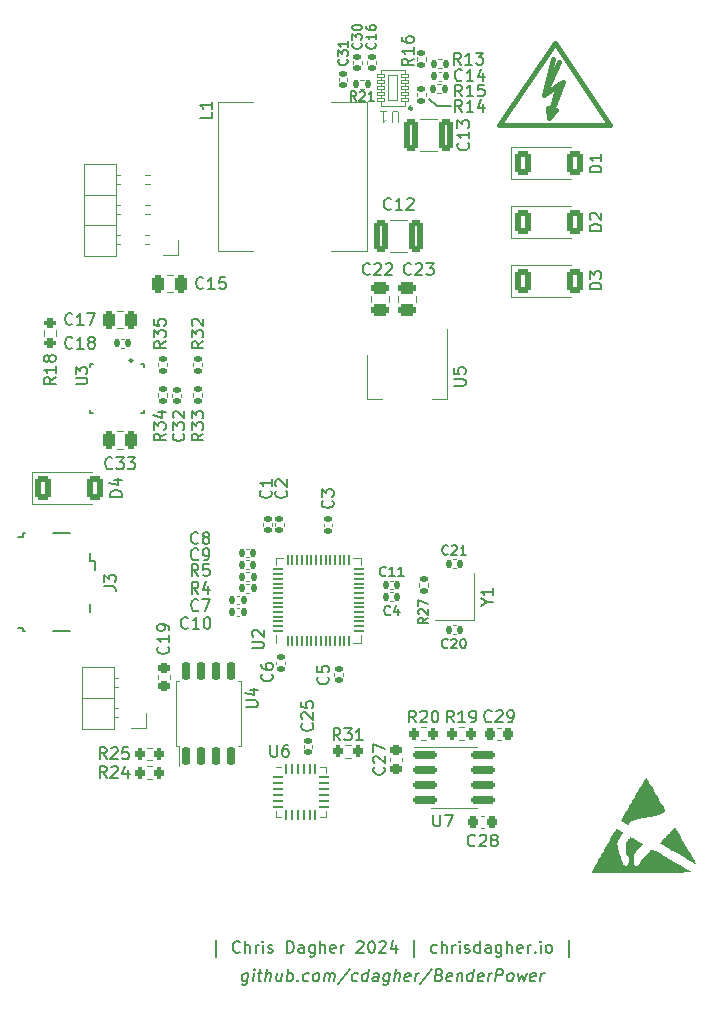
<source format=gto>
%TF.GenerationSoftware,KiCad,Pcbnew,7.0.9*%
%TF.CreationDate,2025-04-01T16:19:29-06:00*%
%TF.ProjectId,Power_Supply_Brain,506f7765-725f-4537-9570-706c795f4272,rev?*%
%TF.SameCoordinates,Original*%
%TF.FileFunction,Legend,Top*%
%TF.FilePolarity,Positive*%
%FSLAX46Y46*%
G04 Gerber Fmt 4.6, Leading zero omitted, Abs format (unit mm)*
G04 Created by KiCad (PCBNEW 7.0.9) date 2025-04-01 16:19:29*
%MOMM*%
%LPD*%
G01*
G04 APERTURE LIST*
G04 Aperture macros list*
%AMRoundRect*
0 Rectangle with rounded corners*
0 $1 Rounding radius*
0 $2 $3 $4 $5 $6 $7 $8 $9 X,Y pos of 4 corners*
0 Add a 4 corners polygon primitive as box body*
4,1,4,$2,$3,$4,$5,$6,$7,$8,$9,$2,$3,0*
0 Add four circle primitives for the rounded corners*
1,1,$1+$1,$2,$3*
1,1,$1+$1,$4,$5*
1,1,$1+$1,$6,$7*
1,1,$1+$1,$8,$9*
0 Add four rect primitives between the rounded corners*
20,1,$1+$1,$2,$3,$4,$5,0*
20,1,$1+$1,$4,$5,$6,$7,0*
20,1,$1+$1,$6,$7,$8,$9,0*
20,1,$1+$1,$8,$9,$2,$3,0*%
G04 Aperture macros list end*
%ADD10C,0.150000*%
%ADD11C,0.100000*%
%ADD12C,0.120000*%
%ADD13C,0.381000*%
%ADD14C,0.010000*%
%ADD15C,0.250000*%
%ADD16C,3.575000*%
%ADD17RoundRect,0.140000X0.170000X-0.140000X0.170000X0.140000X-0.170000X0.140000X-0.170000X-0.140000X0*%
%ADD18RoundRect,0.140000X0.140000X0.170000X-0.140000X0.170000X-0.140000X-0.170000X0.140000X-0.170000X0*%
%ADD19RoundRect,0.250000X-0.250000X-0.475000X0.250000X-0.475000X0.250000X0.475000X-0.250000X0.475000X0*%
%ADD20RoundRect,0.050000X0.050000X-0.387500X0.050000X0.387500X-0.050000X0.387500X-0.050000X-0.387500X0*%
%ADD21RoundRect,0.050000X0.387500X-0.050000X0.387500X0.050000X-0.387500X0.050000X-0.387500X-0.050000X0*%
%ADD22R,3.200000X3.200000*%
%ADD23RoundRect,0.250000X0.250000X0.475000X-0.250000X0.475000X-0.250000X-0.475000X0.250000X-0.475000X0*%
%ADD24RoundRect,0.135000X0.185000X-0.135000X0.185000X0.135000X-0.185000X0.135000X-0.185000X-0.135000X0*%
%ADD25RoundRect,0.225000X-0.250000X0.225000X-0.250000X-0.225000X0.250000X-0.225000X0.250000X0.225000X0*%
%ADD26RoundRect,0.150000X0.150000X-0.650000X0.150000X0.650000X-0.150000X0.650000X-0.150000X-0.650000X0*%
%ADD27RoundRect,0.225000X0.250000X-0.225000X0.250000X0.225000X-0.250000X0.225000X-0.250000X-0.225000X0*%
%ADD28RoundRect,0.135000X-0.135000X-0.185000X0.135000X-0.185000X0.135000X0.185000X-0.135000X0.185000X0*%
%ADD29RoundRect,0.200000X0.200000X0.275000X-0.200000X0.275000X-0.200000X-0.275000X0.200000X-0.275000X0*%
%ADD30RoundRect,0.250000X0.475000X-0.250000X0.475000X0.250000X-0.475000X0.250000X-0.475000X-0.250000X0*%
%ADD31R,1.700000X1.700000*%
%ADD32O,1.700000X1.700000*%
%ADD33R,1.500000X2.000000*%
%ADD34R,3.800000X2.000000*%
%ADD35RoundRect,0.250000X-0.450000X-0.800000X0.450000X-0.800000X0.450000X0.800000X-0.450000X0.800000X0*%
%ADD36RoundRect,0.135000X0.135000X0.185000X-0.135000X0.185000X-0.135000X-0.185000X0.135000X-0.185000X0*%
%ADD37RoundRect,0.200000X-0.200000X-0.275000X0.200000X-0.275000X0.200000X0.275000X-0.200000X0.275000X0*%
%ADD38C,0.800000*%
%ADD39R,1.300000X0.450000*%
%ADD40C,1.800000*%
%ADD41C,2.000000*%
%ADD42RoundRect,0.140000X-0.140000X-0.170000X0.140000X-0.170000X0.140000X0.170000X-0.140000X0.170000X0*%
%ADD43R,1.200000X1.400000*%
%ADD44RoundRect,0.135000X-0.185000X0.135000X-0.185000X-0.135000X0.185000X-0.135000X0.185000X0.135000X0*%
%ADD45R,5.400000X2.900000*%
%ADD46RoundRect,0.250000X-0.325000X-1.100000X0.325000X-1.100000X0.325000X1.100000X-0.325000X1.100000X0*%
%ADD47RoundRect,0.200000X0.275000X-0.200000X0.275000X0.200000X-0.275000X0.200000X-0.275000X-0.200000X0*%
%ADD48RoundRect,0.250000X0.325000X1.100000X-0.325000X1.100000X-0.325000X-1.100000X0.325000X-1.100000X0*%
%ADD49RoundRect,0.140000X-0.170000X0.140000X-0.170000X-0.140000X0.170000X-0.140000X0.170000X0.140000X0*%
%ADD50RoundRect,0.225000X0.225000X0.250000X-0.225000X0.250000X-0.225000X-0.250000X0.225000X-0.250000X0*%
%ADD51RoundRect,0.150000X-0.825000X-0.150000X0.825000X-0.150000X0.825000X0.150000X-0.825000X0.150000X0*%
%ADD52RoundRect,0.062500X-0.375000X-0.062500X0.375000X-0.062500X0.375000X0.062500X-0.375000X0.062500X0*%
%ADD53RoundRect,0.062500X-0.062500X-0.375000X0.062500X-0.375000X0.062500X0.375000X-0.062500X0.375000X0*%
%ADD54C,0.499999*%
%ADD55RoundRect,0.225000X-0.225000X-0.250000X0.225000X-0.250000X0.225000X0.250000X-0.225000X0.250000X0*%
%ADD56RoundRect,0.045000X0.305000X0.105000X-0.305000X0.105000X-0.305000X-0.105000X0.305000X-0.105000X0*%
%ADD57RoundRect,0.008000X0.392000X1.032000X-0.392000X1.032000X-0.392000X-1.032000X0.392000X-1.032000X0*%
%ADD58R,2.000000X2.000000*%
G04 APERTURE END LIST*
D10*
X156700000Y-69200000D02*
X155500000Y-69200000D01*
X155500000Y-69200000D02*
X154900000Y-68600000D01*
X136797617Y-141188152D02*
X136797617Y-139759580D01*
X138845236Y-140759580D02*
X138797617Y-140807200D01*
X138797617Y-140807200D02*
X138654760Y-140854819D01*
X138654760Y-140854819D02*
X138559522Y-140854819D01*
X138559522Y-140854819D02*
X138416665Y-140807200D01*
X138416665Y-140807200D02*
X138321427Y-140711961D01*
X138321427Y-140711961D02*
X138273808Y-140616723D01*
X138273808Y-140616723D02*
X138226189Y-140426247D01*
X138226189Y-140426247D02*
X138226189Y-140283390D01*
X138226189Y-140283390D02*
X138273808Y-140092914D01*
X138273808Y-140092914D02*
X138321427Y-139997676D01*
X138321427Y-139997676D02*
X138416665Y-139902438D01*
X138416665Y-139902438D02*
X138559522Y-139854819D01*
X138559522Y-139854819D02*
X138654760Y-139854819D01*
X138654760Y-139854819D02*
X138797617Y-139902438D01*
X138797617Y-139902438D02*
X138845236Y-139950057D01*
X139273808Y-140854819D02*
X139273808Y-139854819D01*
X139702379Y-140854819D02*
X139702379Y-140331009D01*
X139702379Y-140331009D02*
X139654760Y-140235771D01*
X139654760Y-140235771D02*
X139559522Y-140188152D01*
X139559522Y-140188152D02*
X139416665Y-140188152D01*
X139416665Y-140188152D02*
X139321427Y-140235771D01*
X139321427Y-140235771D02*
X139273808Y-140283390D01*
X140178570Y-140854819D02*
X140178570Y-140188152D01*
X140178570Y-140378628D02*
X140226189Y-140283390D01*
X140226189Y-140283390D02*
X140273808Y-140235771D01*
X140273808Y-140235771D02*
X140369046Y-140188152D01*
X140369046Y-140188152D02*
X140464284Y-140188152D01*
X140797618Y-140854819D02*
X140797618Y-140188152D01*
X140797618Y-139854819D02*
X140749999Y-139902438D01*
X140749999Y-139902438D02*
X140797618Y-139950057D01*
X140797618Y-139950057D02*
X140845237Y-139902438D01*
X140845237Y-139902438D02*
X140797618Y-139854819D01*
X140797618Y-139854819D02*
X140797618Y-139950057D01*
X141226189Y-140807200D02*
X141321427Y-140854819D01*
X141321427Y-140854819D02*
X141511903Y-140854819D01*
X141511903Y-140854819D02*
X141607141Y-140807200D01*
X141607141Y-140807200D02*
X141654760Y-140711961D01*
X141654760Y-140711961D02*
X141654760Y-140664342D01*
X141654760Y-140664342D02*
X141607141Y-140569104D01*
X141607141Y-140569104D02*
X141511903Y-140521485D01*
X141511903Y-140521485D02*
X141369046Y-140521485D01*
X141369046Y-140521485D02*
X141273808Y-140473866D01*
X141273808Y-140473866D02*
X141226189Y-140378628D01*
X141226189Y-140378628D02*
X141226189Y-140331009D01*
X141226189Y-140331009D02*
X141273808Y-140235771D01*
X141273808Y-140235771D02*
X141369046Y-140188152D01*
X141369046Y-140188152D02*
X141511903Y-140188152D01*
X141511903Y-140188152D02*
X141607141Y-140235771D01*
X142845237Y-140854819D02*
X142845237Y-139854819D01*
X142845237Y-139854819D02*
X143083332Y-139854819D01*
X143083332Y-139854819D02*
X143226189Y-139902438D01*
X143226189Y-139902438D02*
X143321427Y-139997676D01*
X143321427Y-139997676D02*
X143369046Y-140092914D01*
X143369046Y-140092914D02*
X143416665Y-140283390D01*
X143416665Y-140283390D02*
X143416665Y-140426247D01*
X143416665Y-140426247D02*
X143369046Y-140616723D01*
X143369046Y-140616723D02*
X143321427Y-140711961D01*
X143321427Y-140711961D02*
X143226189Y-140807200D01*
X143226189Y-140807200D02*
X143083332Y-140854819D01*
X143083332Y-140854819D02*
X142845237Y-140854819D01*
X144273808Y-140854819D02*
X144273808Y-140331009D01*
X144273808Y-140331009D02*
X144226189Y-140235771D01*
X144226189Y-140235771D02*
X144130951Y-140188152D01*
X144130951Y-140188152D02*
X143940475Y-140188152D01*
X143940475Y-140188152D02*
X143845237Y-140235771D01*
X144273808Y-140807200D02*
X144178570Y-140854819D01*
X144178570Y-140854819D02*
X143940475Y-140854819D01*
X143940475Y-140854819D02*
X143845237Y-140807200D01*
X143845237Y-140807200D02*
X143797618Y-140711961D01*
X143797618Y-140711961D02*
X143797618Y-140616723D01*
X143797618Y-140616723D02*
X143845237Y-140521485D01*
X143845237Y-140521485D02*
X143940475Y-140473866D01*
X143940475Y-140473866D02*
X144178570Y-140473866D01*
X144178570Y-140473866D02*
X144273808Y-140426247D01*
X145178570Y-140188152D02*
X145178570Y-140997676D01*
X145178570Y-140997676D02*
X145130951Y-141092914D01*
X145130951Y-141092914D02*
X145083332Y-141140533D01*
X145083332Y-141140533D02*
X144988094Y-141188152D01*
X144988094Y-141188152D02*
X144845237Y-141188152D01*
X144845237Y-141188152D02*
X144749999Y-141140533D01*
X145178570Y-140807200D02*
X145083332Y-140854819D01*
X145083332Y-140854819D02*
X144892856Y-140854819D01*
X144892856Y-140854819D02*
X144797618Y-140807200D01*
X144797618Y-140807200D02*
X144749999Y-140759580D01*
X144749999Y-140759580D02*
X144702380Y-140664342D01*
X144702380Y-140664342D02*
X144702380Y-140378628D01*
X144702380Y-140378628D02*
X144749999Y-140283390D01*
X144749999Y-140283390D02*
X144797618Y-140235771D01*
X144797618Y-140235771D02*
X144892856Y-140188152D01*
X144892856Y-140188152D02*
X145083332Y-140188152D01*
X145083332Y-140188152D02*
X145178570Y-140235771D01*
X145654761Y-140854819D02*
X145654761Y-139854819D01*
X146083332Y-140854819D02*
X146083332Y-140331009D01*
X146083332Y-140331009D02*
X146035713Y-140235771D01*
X146035713Y-140235771D02*
X145940475Y-140188152D01*
X145940475Y-140188152D02*
X145797618Y-140188152D01*
X145797618Y-140188152D02*
X145702380Y-140235771D01*
X145702380Y-140235771D02*
X145654761Y-140283390D01*
X146940475Y-140807200D02*
X146845237Y-140854819D01*
X146845237Y-140854819D02*
X146654761Y-140854819D01*
X146654761Y-140854819D02*
X146559523Y-140807200D01*
X146559523Y-140807200D02*
X146511904Y-140711961D01*
X146511904Y-140711961D02*
X146511904Y-140331009D01*
X146511904Y-140331009D02*
X146559523Y-140235771D01*
X146559523Y-140235771D02*
X146654761Y-140188152D01*
X146654761Y-140188152D02*
X146845237Y-140188152D01*
X146845237Y-140188152D02*
X146940475Y-140235771D01*
X146940475Y-140235771D02*
X146988094Y-140331009D01*
X146988094Y-140331009D02*
X146988094Y-140426247D01*
X146988094Y-140426247D02*
X146511904Y-140521485D01*
X147416666Y-140854819D02*
X147416666Y-140188152D01*
X147416666Y-140378628D02*
X147464285Y-140283390D01*
X147464285Y-140283390D02*
X147511904Y-140235771D01*
X147511904Y-140235771D02*
X147607142Y-140188152D01*
X147607142Y-140188152D02*
X147702380Y-140188152D01*
X148750000Y-139950057D02*
X148797619Y-139902438D01*
X148797619Y-139902438D02*
X148892857Y-139854819D01*
X148892857Y-139854819D02*
X149130952Y-139854819D01*
X149130952Y-139854819D02*
X149226190Y-139902438D01*
X149226190Y-139902438D02*
X149273809Y-139950057D01*
X149273809Y-139950057D02*
X149321428Y-140045295D01*
X149321428Y-140045295D02*
X149321428Y-140140533D01*
X149321428Y-140140533D02*
X149273809Y-140283390D01*
X149273809Y-140283390D02*
X148702381Y-140854819D01*
X148702381Y-140854819D02*
X149321428Y-140854819D01*
X149940476Y-139854819D02*
X150035714Y-139854819D01*
X150035714Y-139854819D02*
X150130952Y-139902438D01*
X150130952Y-139902438D02*
X150178571Y-139950057D01*
X150178571Y-139950057D02*
X150226190Y-140045295D01*
X150226190Y-140045295D02*
X150273809Y-140235771D01*
X150273809Y-140235771D02*
X150273809Y-140473866D01*
X150273809Y-140473866D02*
X150226190Y-140664342D01*
X150226190Y-140664342D02*
X150178571Y-140759580D01*
X150178571Y-140759580D02*
X150130952Y-140807200D01*
X150130952Y-140807200D02*
X150035714Y-140854819D01*
X150035714Y-140854819D02*
X149940476Y-140854819D01*
X149940476Y-140854819D02*
X149845238Y-140807200D01*
X149845238Y-140807200D02*
X149797619Y-140759580D01*
X149797619Y-140759580D02*
X149750000Y-140664342D01*
X149750000Y-140664342D02*
X149702381Y-140473866D01*
X149702381Y-140473866D02*
X149702381Y-140235771D01*
X149702381Y-140235771D02*
X149750000Y-140045295D01*
X149750000Y-140045295D02*
X149797619Y-139950057D01*
X149797619Y-139950057D02*
X149845238Y-139902438D01*
X149845238Y-139902438D02*
X149940476Y-139854819D01*
X150654762Y-139950057D02*
X150702381Y-139902438D01*
X150702381Y-139902438D02*
X150797619Y-139854819D01*
X150797619Y-139854819D02*
X151035714Y-139854819D01*
X151035714Y-139854819D02*
X151130952Y-139902438D01*
X151130952Y-139902438D02*
X151178571Y-139950057D01*
X151178571Y-139950057D02*
X151226190Y-140045295D01*
X151226190Y-140045295D02*
X151226190Y-140140533D01*
X151226190Y-140140533D02*
X151178571Y-140283390D01*
X151178571Y-140283390D02*
X150607143Y-140854819D01*
X150607143Y-140854819D02*
X151226190Y-140854819D01*
X152083333Y-140188152D02*
X152083333Y-140854819D01*
X151845238Y-139807200D02*
X151607143Y-140521485D01*
X151607143Y-140521485D02*
X152226190Y-140521485D01*
X153607143Y-141188152D02*
X153607143Y-139759580D01*
X155511905Y-140807200D02*
X155416667Y-140854819D01*
X155416667Y-140854819D02*
X155226191Y-140854819D01*
X155226191Y-140854819D02*
X155130953Y-140807200D01*
X155130953Y-140807200D02*
X155083334Y-140759580D01*
X155083334Y-140759580D02*
X155035715Y-140664342D01*
X155035715Y-140664342D02*
X155035715Y-140378628D01*
X155035715Y-140378628D02*
X155083334Y-140283390D01*
X155083334Y-140283390D02*
X155130953Y-140235771D01*
X155130953Y-140235771D02*
X155226191Y-140188152D01*
X155226191Y-140188152D02*
X155416667Y-140188152D01*
X155416667Y-140188152D02*
X155511905Y-140235771D01*
X155940477Y-140854819D02*
X155940477Y-139854819D01*
X156369048Y-140854819D02*
X156369048Y-140331009D01*
X156369048Y-140331009D02*
X156321429Y-140235771D01*
X156321429Y-140235771D02*
X156226191Y-140188152D01*
X156226191Y-140188152D02*
X156083334Y-140188152D01*
X156083334Y-140188152D02*
X155988096Y-140235771D01*
X155988096Y-140235771D02*
X155940477Y-140283390D01*
X156845239Y-140854819D02*
X156845239Y-140188152D01*
X156845239Y-140378628D02*
X156892858Y-140283390D01*
X156892858Y-140283390D02*
X156940477Y-140235771D01*
X156940477Y-140235771D02*
X157035715Y-140188152D01*
X157035715Y-140188152D02*
X157130953Y-140188152D01*
X157464287Y-140854819D02*
X157464287Y-140188152D01*
X157464287Y-139854819D02*
X157416668Y-139902438D01*
X157416668Y-139902438D02*
X157464287Y-139950057D01*
X157464287Y-139950057D02*
X157511906Y-139902438D01*
X157511906Y-139902438D02*
X157464287Y-139854819D01*
X157464287Y-139854819D02*
X157464287Y-139950057D01*
X157892858Y-140807200D02*
X157988096Y-140854819D01*
X157988096Y-140854819D02*
X158178572Y-140854819D01*
X158178572Y-140854819D02*
X158273810Y-140807200D01*
X158273810Y-140807200D02*
X158321429Y-140711961D01*
X158321429Y-140711961D02*
X158321429Y-140664342D01*
X158321429Y-140664342D02*
X158273810Y-140569104D01*
X158273810Y-140569104D02*
X158178572Y-140521485D01*
X158178572Y-140521485D02*
X158035715Y-140521485D01*
X158035715Y-140521485D02*
X157940477Y-140473866D01*
X157940477Y-140473866D02*
X157892858Y-140378628D01*
X157892858Y-140378628D02*
X157892858Y-140331009D01*
X157892858Y-140331009D02*
X157940477Y-140235771D01*
X157940477Y-140235771D02*
X158035715Y-140188152D01*
X158035715Y-140188152D02*
X158178572Y-140188152D01*
X158178572Y-140188152D02*
X158273810Y-140235771D01*
X159178572Y-140854819D02*
X159178572Y-139854819D01*
X159178572Y-140807200D02*
X159083334Y-140854819D01*
X159083334Y-140854819D02*
X158892858Y-140854819D01*
X158892858Y-140854819D02*
X158797620Y-140807200D01*
X158797620Y-140807200D02*
X158750001Y-140759580D01*
X158750001Y-140759580D02*
X158702382Y-140664342D01*
X158702382Y-140664342D02*
X158702382Y-140378628D01*
X158702382Y-140378628D02*
X158750001Y-140283390D01*
X158750001Y-140283390D02*
X158797620Y-140235771D01*
X158797620Y-140235771D02*
X158892858Y-140188152D01*
X158892858Y-140188152D02*
X159083334Y-140188152D01*
X159083334Y-140188152D02*
X159178572Y-140235771D01*
X160083334Y-140854819D02*
X160083334Y-140331009D01*
X160083334Y-140331009D02*
X160035715Y-140235771D01*
X160035715Y-140235771D02*
X159940477Y-140188152D01*
X159940477Y-140188152D02*
X159750001Y-140188152D01*
X159750001Y-140188152D02*
X159654763Y-140235771D01*
X160083334Y-140807200D02*
X159988096Y-140854819D01*
X159988096Y-140854819D02*
X159750001Y-140854819D01*
X159750001Y-140854819D02*
X159654763Y-140807200D01*
X159654763Y-140807200D02*
X159607144Y-140711961D01*
X159607144Y-140711961D02*
X159607144Y-140616723D01*
X159607144Y-140616723D02*
X159654763Y-140521485D01*
X159654763Y-140521485D02*
X159750001Y-140473866D01*
X159750001Y-140473866D02*
X159988096Y-140473866D01*
X159988096Y-140473866D02*
X160083334Y-140426247D01*
X160988096Y-140188152D02*
X160988096Y-140997676D01*
X160988096Y-140997676D02*
X160940477Y-141092914D01*
X160940477Y-141092914D02*
X160892858Y-141140533D01*
X160892858Y-141140533D02*
X160797620Y-141188152D01*
X160797620Y-141188152D02*
X160654763Y-141188152D01*
X160654763Y-141188152D02*
X160559525Y-141140533D01*
X160988096Y-140807200D02*
X160892858Y-140854819D01*
X160892858Y-140854819D02*
X160702382Y-140854819D01*
X160702382Y-140854819D02*
X160607144Y-140807200D01*
X160607144Y-140807200D02*
X160559525Y-140759580D01*
X160559525Y-140759580D02*
X160511906Y-140664342D01*
X160511906Y-140664342D02*
X160511906Y-140378628D01*
X160511906Y-140378628D02*
X160559525Y-140283390D01*
X160559525Y-140283390D02*
X160607144Y-140235771D01*
X160607144Y-140235771D02*
X160702382Y-140188152D01*
X160702382Y-140188152D02*
X160892858Y-140188152D01*
X160892858Y-140188152D02*
X160988096Y-140235771D01*
X161464287Y-140854819D02*
X161464287Y-139854819D01*
X161892858Y-140854819D02*
X161892858Y-140331009D01*
X161892858Y-140331009D02*
X161845239Y-140235771D01*
X161845239Y-140235771D02*
X161750001Y-140188152D01*
X161750001Y-140188152D02*
X161607144Y-140188152D01*
X161607144Y-140188152D02*
X161511906Y-140235771D01*
X161511906Y-140235771D02*
X161464287Y-140283390D01*
X162750001Y-140807200D02*
X162654763Y-140854819D01*
X162654763Y-140854819D02*
X162464287Y-140854819D01*
X162464287Y-140854819D02*
X162369049Y-140807200D01*
X162369049Y-140807200D02*
X162321430Y-140711961D01*
X162321430Y-140711961D02*
X162321430Y-140331009D01*
X162321430Y-140331009D02*
X162369049Y-140235771D01*
X162369049Y-140235771D02*
X162464287Y-140188152D01*
X162464287Y-140188152D02*
X162654763Y-140188152D01*
X162654763Y-140188152D02*
X162750001Y-140235771D01*
X162750001Y-140235771D02*
X162797620Y-140331009D01*
X162797620Y-140331009D02*
X162797620Y-140426247D01*
X162797620Y-140426247D02*
X162321430Y-140521485D01*
X163226192Y-140854819D02*
X163226192Y-140188152D01*
X163226192Y-140378628D02*
X163273811Y-140283390D01*
X163273811Y-140283390D02*
X163321430Y-140235771D01*
X163321430Y-140235771D02*
X163416668Y-140188152D01*
X163416668Y-140188152D02*
X163511906Y-140188152D01*
X163845240Y-140759580D02*
X163892859Y-140807200D01*
X163892859Y-140807200D02*
X163845240Y-140854819D01*
X163845240Y-140854819D02*
X163797621Y-140807200D01*
X163797621Y-140807200D02*
X163845240Y-140759580D01*
X163845240Y-140759580D02*
X163845240Y-140854819D01*
X164321430Y-140854819D02*
X164321430Y-140188152D01*
X164321430Y-139854819D02*
X164273811Y-139902438D01*
X164273811Y-139902438D02*
X164321430Y-139950057D01*
X164321430Y-139950057D02*
X164369049Y-139902438D01*
X164369049Y-139902438D02*
X164321430Y-139854819D01*
X164321430Y-139854819D02*
X164321430Y-139950057D01*
X164940477Y-140854819D02*
X164845239Y-140807200D01*
X164845239Y-140807200D02*
X164797620Y-140759580D01*
X164797620Y-140759580D02*
X164750001Y-140664342D01*
X164750001Y-140664342D02*
X164750001Y-140378628D01*
X164750001Y-140378628D02*
X164797620Y-140283390D01*
X164797620Y-140283390D02*
X164845239Y-140235771D01*
X164845239Y-140235771D02*
X164940477Y-140188152D01*
X164940477Y-140188152D02*
X165083334Y-140188152D01*
X165083334Y-140188152D02*
X165178572Y-140235771D01*
X165178572Y-140235771D02*
X165226191Y-140283390D01*
X165226191Y-140283390D02*
X165273810Y-140378628D01*
X165273810Y-140378628D02*
X165273810Y-140664342D01*
X165273810Y-140664342D02*
X165226191Y-140759580D01*
X165226191Y-140759580D02*
X165178572Y-140807200D01*
X165178572Y-140807200D02*
X165083334Y-140854819D01*
X165083334Y-140854819D02*
X164940477Y-140854819D01*
X166702382Y-141188152D02*
X166702382Y-139759580D01*
X139565475Y-142588152D02*
X139464285Y-143397676D01*
X139464285Y-143397676D02*
X139404761Y-143492914D01*
X139404761Y-143492914D02*
X139351189Y-143540533D01*
X139351189Y-143540533D02*
X139249999Y-143588152D01*
X139249999Y-143588152D02*
X139107142Y-143588152D01*
X139107142Y-143588152D02*
X139017856Y-143540533D01*
X139488094Y-143207200D02*
X139386904Y-143254819D01*
X139386904Y-143254819D02*
X139196428Y-143254819D01*
X139196428Y-143254819D02*
X139107142Y-143207200D01*
X139107142Y-143207200D02*
X139065475Y-143159580D01*
X139065475Y-143159580D02*
X139029761Y-143064342D01*
X139029761Y-143064342D02*
X139065475Y-142778628D01*
X139065475Y-142778628D02*
X139124999Y-142683390D01*
X139124999Y-142683390D02*
X139178570Y-142635771D01*
X139178570Y-142635771D02*
X139279761Y-142588152D01*
X139279761Y-142588152D02*
X139470237Y-142588152D01*
X139470237Y-142588152D02*
X139559523Y-142635771D01*
X139958332Y-143254819D02*
X140041666Y-142588152D01*
X140083332Y-142254819D02*
X140029761Y-142302438D01*
X140029761Y-142302438D02*
X140071428Y-142350057D01*
X140071428Y-142350057D02*
X140124999Y-142302438D01*
X140124999Y-142302438D02*
X140083332Y-142254819D01*
X140083332Y-142254819D02*
X140071428Y-142350057D01*
X140374999Y-142588152D02*
X140755951Y-142588152D01*
X140559522Y-142254819D02*
X140452380Y-143111961D01*
X140452380Y-143111961D02*
X140488094Y-143207200D01*
X140488094Y-143207200D02*
X140577380Y-143254819D01*
X140577380Y-143254819D02*
X140672618Y-143254819D01*
X141005951Y-143254819D02*
X141130951Y-142254819D01*
X141434523Y-143254819D02*
X141499999Y-142731009D01*
X141499999Y-142731009D02*
X141464285Y-142635771D01*
X141464285Y-142635771D02*
X141374999Y-142588152D01*
X141374999Y-142588152D02*
X141232142Y-142588152D01*
X141232142Y-142588152D02*
X141130951Y-142635771D01*
X141130951Y-142635771D02*
X141077380Y-142683390D01*
X142422618Y-142588152D02*
X142339285Y-143254819D01*
X141994047Y-142588152D02*
X141928571Y-143111961D01*
X141928571Y-143111961D02*
X141964285Y-143207200D01*
X141964285Y-143207200D02*
X142053571Y-143254819D01*
X142053571Y-143254819D02*
X142196428Y-143254819D01*
X142196428Y-143254819D02*
X142297618Y-143207200D01*
X142297618Y-143207200D02*
X142351190Y-143159580D01*
X142815475Y-143254819D02*
X142940475Y-142254819D01*
X142892856Y-142635771D02*
X142994047Y-142588152D01*
X142994047Y-142588152D02*
X143184523Y-142588152D01*
X143184523Y-142588152D02*
X143273809Y-142635771D01*
X143273809Y-142635771D02*
X143315475Y-142683390D01*
X143315475Y-142683390D02*
X143351190Y-142778628D01*
X143351190Y-142778628D02*
X143315475Y-143064342D01*
X143315475Y-143064342D02*
X143255952Y-143159580D01*
X143255952Y-143159580D02*
X143202380Y-143207200D01*
X143202380Y-143207200D02*
X143101190Y-143254819D01*
X143101190Y-143254819D02*
X142910713Y-143254819D01*
X142910713Y-143254819D02*
X142821428Y-143207200D01*
X143732142Y-143159580D02*
X143773809Y-143207200D01*
X143773809Y-143207200D02*
X143720237Y-143254819D01*
X143720237Y-143254819D02*
X143678571Y-143207200D01*
X143678571Y-143207200D02*
X143732142Y-143159580D01*
X143732142Y-143159580D02*
X143720237Y-143254819D01*
X144630951Y-143207200D02*
X144529761Y-143254819D01*
X144529761Y-143254819D02*
X144339285Y-143254819D01*
X144339285Y-143254819D02*
X144249999Y-143207200D01*
X144249999Y-143207200D02*
X144208332Y-143159580D01*
X144208332Y-143159580D02*
X144172618Y-143064342D01*
X144172618Y-143064342D02*
X144208332Y-142778628D01*
X144208332Y-142778628D02*
X144267856Y-142683390D01*
X144267856Y-142683390D02*
X144321427Y-142635771D01*
X144321427Y-142635771D02*
X144422618Y-142588152D01*
X144422618Y-142588152D02*
X144613094Y-142588152D01*
X144613094Y-142588152D02*
X144702380Y-142635771D01*
X145196428Y-143254819D02*
X145107142Y-143207200D01*
X145107142Y-143207200D02*
X145065475Y-143159580D01*
X145065475Y-143159580D02*
X145029761Y-143064342D01*
X145029761Y-143064342D02*
X145065475Y-142778628D01*
X145065475Y-142778628D02*
X145124999Y-142683390D01*
X145124999Y-142683390D02*
X145178570Y-142635771D01*
X145178570Y-142635771D02*
X145279761Y-142588152D01*
X145279761Y-142588152D02*
X145422618Y-142588152D01*
X145422618Y-142588152D02*
X145511904Y-142635771D01*
X145511904Y-142635771D02*
X145553570Y-142683390D01*
X145553570Y-142683390D02*
X145589285Y-142778628D01*
X145589285Y-142778628D02*
X145553570Y-143064342D01*
X145553570Y-143064342D02*
X145494047Y-143159580D01*
X145494047Y-143159580D02*
X145440475Y-143207200D01*
X145440475Y-143207200D02*
X145339285Y-143254819D01*
X145339285Y-143254819D02*
X145196428Y-143254819D01*
X145958332Y-143254819D02*
X146041666Y-142588152D01*
X146029761Y-142683390D02*
X146083332Y-142635771D01*
X146083332Y-142635771D02*
X146184523Y-142588152D01*
X146184523Y-142588152D02*
X146327380Y-142588152D01*
X146327380Y-142588152D02*
X146416666Y-142635771D01*
X146416666Y-142635771D02*
X146452380Y-142731009D01*
X146452380Y-142731009D02*
X146386904Y-143254819D01*
X146452380Y-142731009D02*
X146511904Y-142635771D01*
X146511904Y-142635771D02*
X146613094Y-142588152D01*
X146613094Y-142588152D02*
X146755951Y-142588152D01*
X146755951Y-142588152D02*
X146845237Y-142635771D01*
X146845237Y-142635771D02*
X146880951Y-142731009D01*
X146880951Y-142731009D02*
X146815475Y-143254819D01*
X148136903Y-142207200D02*
X147119046Y-143492914D01*
X148773808Y-143207200D02*
X148672618Y-143254819D01*
X148672618Y-143254819D02*
X148482142Y-143254819D01*
X148482142Y-143254819D02*
X148392856Y-143207200D01*
X148392856Y-143207200D02*
X148351189Y-143159580D01*
X148351189Y-143159580D02*
X148315475Y-143064342D01*
X148315475Y-143064342D02*
X148351189Y-142778628D01*
X148351189Y-142778628D02*
X148410713Y-142683390D01*
X148410713Y-142683390D02*
X148464284Y-142635771D01*
X148464284Y-142635771D02*
X148565475Y-142588152D01*
X148565475Y-142588152D02*
X148755951Y-142588152D01*
X148755951Y-142588152D02*
X148845237Y-142635771D01*
X149624999Y-143254819D02*
X149749999Y-142254819D01*
X149630951Y-143207200D02*
X149529761Y-143254819D01*
X149529761Y-143254819D02*
X149339285Y-143254819D01*
X149339285Y-143254819D02*
X149249999Y-143207200D01*
X149249999Y-143207200D02*
X149208332Y-143159580D01*
X149208332Y-143159580D02*
X149172618Y-143064342D01*
X149172618Y-143064342D02*
X149208332Y-142778628D01*
X149208332Y-142778628D02*
X149267856Y-142683390D01*
X149267856Y-142683390D02*
X149321427Y-142635771D01*
X149321427Y-142635771D02*
X149422618Y-142588152D01*
X149422618Y-142588152D02*
X149613094Y-142588152D01*
X149613094Y-142588152D02*
X149702380Y-142635771D01*
X150529761Y-143254819D02*
X150595237Y-142731009D01*
X150595237Y-142731009D02*
X150559523Y-142635771D01*
X150559523Y-142635771D02*
X150470237Y-142588152D01*
X150470237Y-142588152D02*
X150279761Y-142588152D01*
X150279761Y-142588152D02*
X150178570Y-142635771D01*
X150535713Y-143207200D02*
X150434523Y-143254819D01*
X150434523Y-143254819D02*
X150196427Y-143254819D01*
X150196427Y-143254819D02*
X150107142Y-143207200D01*
X150107142Y-143207200D02*
X150071427Y-143111961D01*
X150071427Y-143111961D02*
X150083332Y-143016723D01*
X150083332Y-143016723D02*
X150142856Y-142921485D01*
X150142856Y-142921485D02*
X150244047Y-142873866D01*
X150244047Y-142873866D02*
X150482142Y-142873866D01*
X150482142Y-142873866D02*
X150583332Y-142826247D01*
X151517856Y-142588152D02*
X151416666Y-143397676D01*
X151416666Y-143397676D02*
X151357142Y-143492914D01*
X151357142Y-143492914D02*
X151303570Y-143540533D01*
X151303570Y-143540533D02*
X151202380Y-143588152D01*
X151202380Y-143588152D02*
X151059523Y-143588152D01*
X151059523Y-143588152D02*
X150970237Y-143540533D01*
X151440475Y-143207200D02*
X151339285Y-143254819D01*
X151339285Y-143254819D02*
X151148809Y-143254819D01*
X151148809Y-143254819D02*
X151059523Y-143207200D01*
X151059523Y-143207200D02*
X151017856Y-143159580D01*
X151017856Y-143159580D02*
X150982142Y-143064342D01*
X150982142Y-143064342D02*
X151017856Y-142778628D01*
X151017856Y-142778628D02*
X151077380Y-142683390D01*
X151077380Y-142683390D02*
X151130951Y-142635771D01*
X151130951Y-142635771D02*
X151232142Y-142588152D01*
X151232142Y-142588152D02*
X151422618Y-142588152D01*
X151422618Y-142588152D02*
X151511904Y-142635771D01*
X151910713Y-143254819D02*
X152035713Y-142254819D01*
X152339285Y-143254819D02*
X152404761Y-142731009D01*
X152404761Y-142731009D02*
X152369047Y-142635771D01*
X152369047Y-142635771D02*
X152279761Y-142588152D01*
X152279761Y-142588152D02*
X152136904Y-142588152D01*
X152136904Y-142588152D02*
X152035713Y-142635771D01*
X152035713Y-142635771D02*
X151982142Y-142683390D01*
X153202380Y-143207200D02*
X153101190Y-143254819D01*
X153101190Y-143254819D02*
X152910713Y-143254819D01*
X152910713Y-143254819D02*
X152821428Y-143207200D01*
X152821428Y-143207200D02*
X152785713Y-143111961D01*
X152785713Y-143111961D02*
X152833333Y-142731009D01*
X152833333Y-142731009D02*
X152892856Y-142635771D01*
X152892856Y-142635771D02*
X152994047Y-142588152D01*
X152994047Y-142588152D02*
X153184523Y-142588152D01*
X153184523Y-142588152D02*
X153273809Y-142635771D01*
X153273809Y-142635771D02*
X153309523Y-142731009D01*
X153309523Y-142731009D02*
X153297618Y-142826247D01*
X153297618Y-142826247D02*
X152809523Y-142921485D01*
X153672618Y-143254819D02*
X153755952Y-142588152D01*
X153732142Y-142778628D02*
X153791666Y-142683390D01*
X153791666Y-142683390D02*
X153845237Y-142635771D01*
X153845237Y-142635771D02*
X153946428Y-142588152D01*
X153946428Y-142588152D02*
X154041666Y-142588152D01*
X155136904Y-142207200D02*
X154119047Y-143492914D01*
X155738095Y-142731009D02*
X155875000Y-142778628D01*
X155875000Y-142778628D02*
X155916666Y-142826247D01*
X155916666Y-142826247D02*
X155952381Y-142921485D01*
X155952381Y-142921485D02*
X155934523Y-143064342D01*
X155934523Y-143064342D02*
X155875000Y-143159580D01*
X155875000Y-143159580D02*
X155821428Y-143207200D01*
X155821428Y-143207200D02*
X155720238Y-143254819D01*
X155720238Y-143254819D02*
X155339285Y-143254819D01*
X155339285Y-143254819D02*
X155464285Y-142254819D01*
X155464285Y-142254819D02*
X155797619Y-142254819D01*
X155797619Y-142254819D02*
X155886904Y-142302438D01*
X155886904Y-142302438D02*
X155928571Y-142350057D01*
X155928571Y-142350057D02*
X155964285Y-142445295D01*
X155964285Y-142445295D02*
X155952381Y-142540533D01*
X155952381Y-142540533D02*
X155892857Y-142635771D01*
X155892857Y-142635771D02*
X155839285Y-142683390D01*
X155839285Y-142683390D02*
X155738095Y-142731009D01*
X155738095Y-142731009D02*
X155404762Y-142731009D01*
X156726190Y-143207200D02*
X156625000Y-143254819D01*
X156625000Y-143254819D02*
X156434523Y-143254819D01*
X156434523Y-143254819D02*
X156345238Y-143207200D01*
X156345238Y-143207200D02*
X156309523Y-143111961D01*
X156309523Y-143111961D02*
X156357143Y-142731009D01*
X156357143Y-142731009D02*
X156416666Y-142635771D01*
X156416666Y-142635771D02*
X156517857Y-142588152D01*
X156517857Y-142588152D02*
X156708333Y-142588152D01*
X156708333Y-142588152D02*
X156797619Y-142635771D01*
X156797619Y-142635771D02*
X156833333Y-142731009D01*
X156833333Y-142731009D02*
X156821428Y-142826247D01*
X156821428Y-142826247D02*
X156333333Y-142921485D01*
X157279762Y-142588152D02*
X157196428Y-143254819D01*
X157267857Y-142683390D02*
X157321428Y-142635771D01*
X157321428Y-142635771D02*
X157422619Y-142588152D01*
X157422619Y-142588152D02*
X157565476Y-142588152D01*
X157565476Y-142588152D02*
X157654762Y-142635771D01*
X157654762Y-142635771D02*
X157690476Y-142731009D01*
X157690476Y-142731009D02*
X157625000Y-143254819D01*
X158529762Y-143254819D02*
X158654762Y-142254819D01*
X158535714Y-143207200D02*
X158434524Y-143254819D01*
X158434524Y-143254819D02*
X158244048Y-143254819D01*
X158244048Y-143254819D02*
X158154762Y-143207200D01*
X158154762Y-143207200D02*
X158113095Y-143159580D01*
X158113095Y-143159580D02*
X158077381Y-143064342D01*
X158077381Y-143064342D02*
X158113095Y-142778628D01*
X158113095Y-142778628D02*
X158172619Y-142683390D01*
X158172619Y-142683390D02*
X158226190Y-142635771D01*
X158226190Y-142635771D02*
X158327381Y-142588152D01*
X158327381Y-142588152D02*
X158517857Y-142588152D01*
X158517857Y-142588152D02*
X158607143Y-142635771D01*
X159392857Y-143207200D02*
X159291667Y-143254819D01*
X159291667Y-143254819D02*
X159101190Y-143254819D01*
X159101190Y-143254819D02*
X159011905Y-143207200D01*
X159011905Y-143207200D02*
X158976190Y-143111961D01*
X158976190Y-143111961D02*
X159023810Y-142731009D01*
X159023810Y-142731009D02*
X159083333Y-142635771D01*
X159083333Y-142635771D02*
X159184524Y-142588152D01*
X159184524Y-142588152D02*
X159375000Y-142588152D01*
X159375000Y-142588152D02*
X159464286Y-142635771D01*
X159464286Y-142635771D02*
X159500000Y-142731009D01*
X159500000Y-142731009D02*
X159488095Y-142826247D01*
X159488095Y-142826247D02*
X159000000Y-142921485D01*
X159863095Y-143254819D02*
X159946429Y-142588152D01*
X159922619Y-142778628D02*
X159982143Y-142683390D01*
X159982143Y-142683390D02*
X160035714Y-142635771D01*
X160035714Y-142635771D02*
X160136905Y-142588152D01*
X160136905Y-142588152D02*
X160232143Y-142588152D01*
X160482143Y-143254819D02*
X160607143Y-142254819D01*
X160607143Y-142254819D02*
X160988096Y-142254819D01*
X160988096Y-142254819D02*
X161077381Y-142302438D01*
X161077381Y-142302438D02*
X161119048Y-142350057D01*
X161119048Y-142350057D02*
X161154762Y-142445295D01*
X161154762Y-142445295D02*
X161136905Y-142588152D01*
X161136905Y-142588152D02*
X161077381Y-142683390D01*
X161077381Y-142683390D02*
X161023810Y-142731009D01*
X161023810Y-142731009D02*
X160922620Y-142778628D01*
X160922620Y-142778628D02*
X160541667Y-142778628D01*
X161625001Y-143254819D02*
X161535715Y-143207200D01*
X161535715Y-143207200D02*
X161494048Y-143159580D01*
X161494048Y-143159580D02*
X161458334Y-143064342D01*
X161458334Y-143064342D02*
X161494048Y-142778628D01*
X161494048Y-142778628D02*
X161553572Y-142683390D01*
X161553572Y-142683390D02*
X161607143Y-142635771D01*
X161607143Y-142635771D02*
X161708334Y-142588152D01*
X161708334Y-142588152D02*
X161851191Y-142588152D01*
X161851191Y-142588152D02*
X161940477Y-142635771D01*
X161940477Y-142635771D02*
X161982143Y-142683390D01*
X161982143Y-142683390D02*
X162017858Y-142778628D01*
X162017858Y-142778628D02*
X161982143Y-143064342D01*
X161982143Y-143064342D02*
X161922620Y-143159580D01*
X161922620Y-143159580D02*
X161869048Y-143207200D01*
X161869048Y-143207200D02*
X161767858Y-143254819D01*
X161767858Y-143254819D02*
X161625001Y-143254819D01*
X162375001Y-142588152D02*
X162482143Y-143254819D01*
X162482143Y-143254819D02*
X162732143Y-142778628D01*
X162732143Y-142778628D02*
X162863096Y-143254819D01*
X162863096Y-143254819D02*
X163136905Y-142588152D01*
X163821429Y-143207200D02*
X163720239Y-143254819D01*
X163720239Y-143254819D02*
X163529762Y-143254819D01*
X163529762Y-143254819D02*
X163440477Y-143207200D01*
X163440477Y-143207200D02*
X163404762Y-143111961D01*
X163404762Y-143111961D02*
X163452382Y-142731009D01*
X163452382Y-142731009D02*
X163511905Y-142635771D01*
X163511905Y-142635771D02*
X163613096Y-142588152D01*
X163613096Y-142588152D02*
X163803572Y-142588152D01*
X163803572Y-142588152D02*
X163892858Y-142635771D01*
X163892858Y-142635771D02*
X163928572Y-142731009D01*
X163928572Y-142731009D02*
X163916667Y-142826247D01*
X163916667Y-142826247D02*
X163428572Y-142921485D01*
X164291667Y-143254819D02*
X164375001Y-142588152D01*
X164351191Y-142778628D02*
X164410715Y-142683390D01*
X164410715Y-142683390D02*
X164464286Y-142635771D01*
X164464286Y-142635771D02*
X164565477Y-142588152D01*
X164565477Y-142588152D02*
X164660715Y-142588152D01*
X144959580Y-121442857D02*
X145007200Y-121490476D01*
X145007200Y-121490476D02*
X145054819Y-121633333D01*
X145054819Y-121633333D02*
X145054819Y-121728571D01*
X145054819Y-121728571D02*
X145007200Y-121871428D01*
X145007200Y-121871428D02*
X144911961Y-121966666D01*
X144911961Y-121966666D02*
X144816723Y-122014285D01*
X144816723Y-122014285D02*
X144626247Y-122061904D01*
X144626247Y-122061904D02*
X144483390Y-122061904D01*
X144483390Y-122061904D02*
X144292914Y-122014285D01*
X144292914Y-122014285D02*
X144197676Y-121966666D01*
X144197676Y-121966666D02*
X144102438Y-121871428D01*
X144102438Y-121871428D02*
X144054819Y-121728571D01*
X144054819Y-121728571D02*
X144054819Y-121633333D01*
X144054819Y-121633333D02*
X144102438Y-121490476D01*
X144102438Y-121490476D02*
X144150057Y-121442857D01*
X144150057Y-121061904D02*
X144102438Y-121014285D01*
X144102438Y-121014285D02*
X144054819Y-120919047D01*
X144054819Y-120919047D02*
X144054819Y-120680952D01*
X144054819Y-120680952D02*
X144102438Y-120585714D01*
X144102438Y-120585714D02*
X144150057Y-120538095D01*
X144150057Y-120538095D02*
X144245295Y-120490476D01*
X144245295Y-120490476D02*
X144340533Y-120490476D01*
X144340533Y-120490476D02*
X144483390Y-120538095D01*
X144483390Y-120538095D02*
X145054819Y-121109523D01*
X145054819Y-121109523D02*
X145054819Y-120490476D01*
X144054819Y-119585714D02*
X144054819Y-120061904D01*
X144054819Y-120061904D02*
X144531009Y-120109523D01*
X144531009Y-120109523D02*
X144483390Y-120061904D01*
X144483390Y-120061904D02*
X144435771Y-119966666D01*
X144435771Y-119966666D02*
X144435771Y-119728571D01*
X144435771Y-119728571D02*
X144483390Y-119633333D01*
X144483390Y-119633333D02*
X144531009Y-119585714D01*
X144531009Y-119585714D02*
X144626247Y-119538095D01*
X144626247Y-119538095D02*
X144864342Y-119538095D01*
X144864342Y-119538095D02*
X144959580Y-119585714D01*
X144959580Y-119585714D02*
X145007200Y-119633333D01*
X145007200Y-119633333D02*
X145054819Y-119728571D01*
X145054819Y-119728571D02*
X145054819Y-119966666D01*
X145054819Y-119966666D02*
X145007200Y-120061904D01*
X145007200Y-120061904D02*
X144959580Y-120109523D01*
X157657142Y-66959580D02*
X157609523Y-67007200D01*
X157609523Y-67007200D02*
X157466666Y-67054819D01*
X157466666Y-67054819D02*
X157371428Y-67054819D01*
X157371428Y-67054819D02*
X157228571Y-67007200D01*
X157228571Y-67007200D02*
X157133333Y-66911961D01*
X157133333Y-66911961D02*
X157085714Y-66816723D01*
X157085714Y-66816723D02*
X157038095Y-66626247D01*
X157038095Y-66626247D02*
X157038095Y-66483390D01*
X157038095Y-66483390D02*
X157085714Y-66292914D01*
X157085714Y-66292914D02*
X157133333Y-66197676D01*
X157133333Y-66197676D02*
X157228571Y-66102438D01*
X157228571Y-66102438D02*
X157371428Y-66054819D01*
X157371428Y-66054819D02*
X157466666Y-66054819D01*
X157466666Y-66054819D02*
X157609523Y-66102438D01*
X157609523Y-66102438D02*
X157657142Y-66150057D01*
X158609523Y-67054819D02*
X158038095Y-67054819D01*
X158323809Y-67054819D02*
X158323809Y-66054819D01*
X158323809Y-66054819D02*
X158228571Y-66197676D01*
X158228571Y-66197676D02*
X158133333Y-66292914D01*
X158133333Y-66292914D02*
X158038095Y-66340533D01*
X159466666Y-66388152D02*
X159466666Y-67054819D01*
X159228571Y-66007200D02*
X158990476Y-66721485D01*
X158990476Y-66721485D02*
X159609523Y-66721485D01*
X128057142Y-99809580D02*
X128009523Y-99857200D01*
X128009523Y-99857200D02*
X127866666Y-99904819D01*
X127866666Y-99904819D02*
X127771428Y-99904819D01*
X127771428Y-99904819D02*
X127628571Y-99857200D01*
X127628571Y-99857200D02*
X127533333Y-99761961D01*
X127533333Y-99761961D02*
X127485714Y-99666723D01*
X127485714Y-99666723D02*
X127438095Y-99476247D01*
X127438095Y-99476247D02*
X127438095Y-99333390D01*
X127438095Y-99333390D02*
X127485714Y-99142914D01*
X127485714Y-99142914D02*
X127533333Y-99047676D01*
X127533333Y-99047676D02*
X127628571Y-98952438D01*
X127628571Y-98952438D02*
X127771428Y-98904819D01*
X127771428Y-98904819D02*
X127866666Y-98904819D01*
X127866666Y-98904819D02*
X128009523Y-98952438D01*
X128009523Y-98952438D02*
X128057142Y-99000057D01*
X128390476Y-98904819D02*
X129009523Y-98904819D01*
X129009523Y-98904819D02*
X128676190Y-99285771D01*
X128676190Y-99285771D02*
X128819047Y-99285771D01*
X128819047Y-99285771D02*
X128914285Y-99333390D01*
X128914285Y-99333390D02*
X128961904Y-99381009D01*
X128961904Y-99381009D02*
X129009523Y-99476247D01*
X129009523Y-99476247D02*
X129009523Y-99714342D01*
X129009523Y-99714342D02*
X128961904Y-99809580D01*
X128961904Y-99809580D02*
X128914285Y-99857200D01*
X128914285Y-99857200D02*
X128819047Y-99904819D01*
X128819047Y-99904819D02*
X128533333Y-99904819D01*
X128533333Y-99904819D02*
X128438095Y-99857200D01*
X128438095Y-99857200D02*
X128390476Y-99809580D01*
X129342857Y-98904819D02*
X129961904Y-98904819D01*
X129961904Y-98904819D02*
X129628571Y-99285771D01*
X129628571Y-99285771D02*
X129771428Y-99285771D01*
X129771428Y-99285771D02*
X129866666Y-99333390D01*
X129866666Y-99333390D02*
X129914285Y-99381009D01*
X129914285Y-99381009D02*
X129961904Y-99476247D01*
X129961904Y-99476247D02*
X129961904Y-99714342D01*
X129961904Y-99714342D02*
X129914285Y-99809580D01*
X129914285Y-99809580D02*
X129866666Y-99857200D01*
X129866666Y-99857200D02*
X129771428Y-99904819D01*
X129771428Y-99904819D02*
X129485714Y-99904819D01*
X129485714Y-99904819D02*
X129390476Y-99857200D01*
X129390476Y-99857200D02*
X129342857Y-99809580D01*
X124657142Y-89609580D02*
X124609523Y-89657200D01*
X124609523Y-89657200D02*
X124466666Y-89704819D01*
X124466666Y-89704819D02*
X124371428Y-89704819D01*
X124371428Y-89704819D02*
X124228571Y-89657200D01*
X124228571Y-89657200D02*
X124133333Y-89561961D01*
X124133333Y-89561961D02*
X124085714Y-89466723D01*
X124085714Y-89466723D02*
X124038095Y-89276247D01*
X124038095Y-89276247D02*
X124038095Y-89133390D01*
X124038095Y-89133390D02*
X124085714Y-88942914D01*
X124085714Y-88942914D02*
X124133333Y-88847676D01*
X124133333Y-88847676D02*
X124228571Y-88752438D01*
X124228571Y-88752438D02*
X124371428Y-88704819D01*
X124371428Y-88704819D02*
X124466666Y-88704819D01*
X124466666Y-88704819D02*
X124609523Y-88752438D01*
X124609523Y-88752438D02*
X124657142Y-88800057D01*
X125609523Y-89704819D02*
X125038095Y-89704819D01*
X125323809Y-89704819D02*
X125323809Y-88704819D01*
X125323809Y-88704819D02*
X125228571Y-88847676D01*
X125228571Y-88847676D02*
X125133333Y-88942914D01*
X125133333Y-88942914D02*
X125038095Y-88990533D01*
X126180952Y-89133390D02*
X126085714Y-89085771D01*
X126085714Y-89085771D02*
X126038095Y-89038152D01*
X126038095Y-89038152D02*
X125990476Y-88942914D01*
X125990476Y-88942914D02*
X125990476Y-88895295D01*
X125990476Y-88895295D02*
X126038095Y-88800057D01*
X126038095Y-88800057D02*
X126085714Y-88752438D01*
X126085714Y-88752438D02*
X126180952Y-88704819D01*
X126180952Y-88704819D02*
X126371428Y-88704819D01*
X126371428Y-88704819D02*
X126466666Y-88752438D01*
X126466666Y-88752438D02*
X126514285Y-88800057D01*
X126514285Y-88800057D02*
X126561904Y-88895295D01*
X126561904Y-88895295D02*
X126561904Y-88942914D01*
X126561904Y-88942914D02*
X126514285Y-89038152D01*
X126514285Y-89038152D02*
X126466666Y-89085771D01*
X126466666Y-89085771D02*
X126371428Y-89133390D01*
X126371428Y-89133390D02*
X126180952Y-89133390D01*
X126180952Y-89133390D02*
X126085714Y-89181009D01*
X126085714Y-89181009D02*
X126038095Y-89228628D01*
X126038095Y-89228628D02*
X125990476Y-89323866D01*
X125990476Y-89323866D02*
X125990476Y-89514342D01*
X125990476Y-89514342D02*
X126038095Y-89609580D01*
X126038095Y-89609580D02*
X126085714Y-89657200D01*
X126085714Y-89657200D02*
X126180952Y-89704819D01*
X126180952Y-89704819D02*
X126371428Y-89704819D01*
X126371428Y-89704819D02*
X126466666Y-89657200D01*
X126466666Y-89657200D02*
X126514285Y-89609580D01*
X126514285Y-89609580D02*
X126561904Y-89514342D01*
X126561904Y-89514342D02*
X126561904Y-89323866D01*
X126561904Y-89323866D02*
X126514285Y-89228628D01*
X126514285Y-89228628D02*
X126466666Y-89181009D01*
X126466666Y-89181009D02*
X126371428Y-89133390D01*
X139879819Y-115086904D02*
X140689342Y-115086904D01*
X140689342Y-115086904D02*
X140784580Y-115039285D01*
X140784580Y-115039285D02*
X140832200Y-114991666D01*
X140832200Y-114991666D02*
X140879819Y-114896428D01*
X140879819Y-114896428D02*
X140879819Y-114705952D01*
X140879819Y-114705952D02*
X140832200Y-114610714D01*
X140832200Y-114610714D02*
X140784580Y-114563095D01*
X140784580Y-114563095D02*
X140689342Y-114515476D01*
X140689342Y-114515476D02*
X139879819Y-114515476D01*
X139975057Y-114086904D02*
X139927438Y-114039285D01*
X139927438Y-114039285D02*
X139879819Y-113944047D01*
X139879819Y-113944047D02*
X139879819Y-113705952D01*
X139879819Y-113705952D02*
X139927438Y-113610714D01*
X139927438Y-113610714D02*
X139975057Y-113563095D01*
X139975057Y-113563095D02*
X140070295Y-113515476D01*
X140070295Y-113515476D02*
X140165533Y-113515476D01*
X140165533Y-113515476D02*
X140308390Y-113563095D01*
X140308390Y-113563095D02*
X140879819Y-114134523D01*
X140879819Y-114134523D02*
X140879819Y-113515476D01*
X135757142Y-84559580D02*
X135709523Y-84607200D01*
X135709523Y-84607200D02*
X135566666Y-84654819D01*
X135566666Y-84654819D02*
X135471428Y-84654819D01*
X135471428Y-84654819D02*
X135328571Y-84607200D01*
X135328571Y-84607200D02*
X135233333Y-84511961D01*
X135233333Y-84511961D02*
X135185714Y-84416723D01*
X135185714Y-84416723D02*
X135138095Y-84226247D01*
X135138095Y-84226247D02*
X135138095Y-84083390D01*
X135138095Y-84083390D02*
X135185714Y-83892914D01*
X135185714Y-83892914D02*
X135233333Y-83797676D01*
X135233333Y-83797676D02*
X135328571Y-83702438D01*
X135328571Y-83702438D02*
X135471428Y-83654819D01*
X135471428Y-83654819D02*
X135566666Y-83654819D01*
X135566666Y-83654819D02*
X135709523Y-83702438D01*
X135709523Y-83702438D02*
X135757142Y-83750057D01*
X136709523Y-84654819D02*
X136138095Y-84654819D01*
X136423809Y-84654819D02*
X136423809Y-83654819D01*
X136423809Y-83654819D02*
X136328571Y-83797676D01*
X136328571Y-83797676D02*
X136233333Y-83892914D01*
X136233333Y-83892914D02*
X136138095Y-83940533D01*
X137614285Y-83654819D02*
X137138095Y-83654819D01*
X137138095Y-83654819D02*
X137090476Y-84131009D01*
X137090476Y-84131009D02*
X137138095Y-84083390D01*
X137138095Y-84083390D02*
X137233333Y-84035771D01*
X137233333Y-84035771D02*
X137471428Y-84035771D01*
X137471428Y-84035771D02*
X137566666Y-84083390D01*
X137566666Y-84083390D02*
X137614285Y-84131009D01*
X137614285Y-84131009D02*
X137661904Y-84226247D01*
X137661904Y-84226247D02*
X137661904Y-84464342D01*
X137661904Y-84464342D02*
X137614285Y-84559580D01*
X137614285Y-84559580D02*
X137566666Y-84607200D01*
X137566666Y-84607200D02*
X137471428Y-84654819D01*
X137471428Y-84654819D02*
X137233333Y-84654819D01*
X137233333Y-84654819D02*
X137138095Y-84607200D01*
X137138095Y-84607200D02*
X137090476Y-84559580D01*
X135333333Y-111829580D02*
X135285714Y-111877200D01*
X135285714Y-111877200D02*
X135142857Y-111924819D01*
X135142857Y-111924819D02*
X135047619Y-111924819D01*
X135047619Y-111924819D02*
X134904762Y-111877200D01*
X134904762Y-111877200D02*
X134809524Y-111781961D01*
X134809524Y-111781961D02*
X134761905Y-111686723D01*
X134761905Y-111686723D02*
X134714286Y-111496247D01*
X134714286Y-111496247D02*
X134714286Y-111353390D01*
X134714286Y-111353390D02*
X134761905Y-111162914D01*
X134761905Y-111162914D02*
X134809524Y-111067676D01*
X134809524Y-111067676D02*
X134904762Y-110972438D01*
X134904762Y-110972438D02*
X135047619Y-110924819D01*
X135047619Y-110924819D02*
X135142857Y-110924819D01*
X135142857Y-110924819D02*
X135285714Y-110972438D01*
X135285714Y-110972438D02*
X135333333Y-111020057D01*
X135666667Y-110924819D02*
X136333333Y-110924819D01*
X136333333Y-110924819D02*
X135904762Y-111924819D01*
X146684580Y-102566666D02*
X146732200Y-102614285D01*
X146732200Y-102614285D02*
X146779819Y-102757142D01*
X146779819Y-102757142D02*
X146779819Y-102852380D01*
X146779819Y-102852380D02*
X146732200Y-102995237D01*
X146732200Y-102995237D02*
X146636961Y-103090475D01*
X146636961Y-103090475D02*
X146541723Y-103138094D01*
X146541723Y-103138094D02*
X146351247Y-103185713D01*
X146351247Y-103185713D02*
X146208390Y-103185713D01*
X146208390Y-103185713D02*
X146017914Y-103138094D01*
X146017914Y-103138094D02*
X145922676Y-103090475D01*
X145922676Y-103090475D02*
X145827438Y-102995237D01*
X145827438Y-102995237D02*
X145779819Y-102852380D01*
X145779819Y-102852380D02*
X145779819Y-102757142D01*
X145779819Y-102757142D02*
X145827438Y-102614285D01*
X145827438Y-102614285D02*
X145875057Y-102566666D01*
X145779819Y-102233332D02*
X145779819Y-101614285D01*
X145779819Y-101614285D02*
X146160771Y-101947618D01*
X146160771Y-101947618D02*
X146160771Y-101804761D01*
X146160771Y-101804761D02*
X146208390Y-101709523D01*
X146208390Y-101709523D02*
X146256009Y-101661904D01*
X146256009Y-101661904D02*
X146351247Y-101614285D01*
X146351247Y-101614285D02*
X146589342Y-101614285D01*
X146589342Y-101614285D02*
X146684580Y-101661904D01*
X146684580Y-101661904D02*
X146732200Y-101709523D01*
X146732200Y-101709523D02*
X146779819Y-101804761D01*
X146779819Y-101804761D02*
X146779819Y-102090475D01*
X146779819Y-102090475D02*
X146732200Y-102185713D01*
X146732200Y-102185713D02*
X146684580Y-102233332D01*
X154762295Y-112514285D02*
X154381342Y-112780952D01*
X154762295Y-112971428D02*
X153962295Y-112971428D01*
X153962295Y-112971428D02*
X153962295Y-112666666D01*
X153962295Y-112666666D02*
X154000390Y-112590476D01*
X154000390Y-112590476D02*
X154038485Y-112552381D01*
X154038485Y-112552381D02*
X154114676Y-112514285D01*
X154114676Y-112514285D02*
X154228961Y-112514285D01*
X154228961Y-112514285D02*
X154305152Y-112552381D01*
X154305152Y-112552381D02*
X154343247Y-112590476D01*
X154343247Y-112590476D02*
X154381342Y-112666666D01*
X154381342Y-112666666D02*
X154381342Y-112971428D01*
X154038485Y-112209524D02*
X154000390Y-112171428D01*
X154000390Y-112171428D02*
X153962295Y-112095238D01*
X153962295Y-112095238D02*
X153962295Y-111904762D01*
X153962295Y-111904762D02*
X154000390Y-111828571D01*
X154000390Y-111828571D02*
X154038485Y-111790476D01*
X154038485Y-111790476D02*
X154114676Y-111752381D01*
X154114676Y-111752381D02*
X154190866Y-111752381D01*
X154190866Y-111752381D02*
X154305152Y-111790476D01*
X154305152Y-111790476D02*
X154762295Y-112247619D01*
X154762295Y-112247619D02*
X154762295Y-111752381D01*
X153962295Y-111485714D02*
X153962295Y-110952380D01*
X153962295Y-110952380D02*
X154762295Y-111295238D01*
X132759580Y-114942857D02*
X132807200Y-114990476D01*
X132807200Y-114990476D02*
X132854819Y-115133333D01*
X132854819Y-115133333D02*
X132854819Y-115228571D01*
X132854819Y-115228571D02*
X132807200Y-115371428D01*
X132807200Y-115371428D02*
X132711961Y-115466666D01*
X132711961Y-115466666D02*
X132616723Y-115514285D01*
X132616723Y-115514285D02*
X132426247Y-115561904D01*
X132426247Y-115561904D02*
X132283390Y-115561904D01*
X132283390Y-115561904D02*
X132092914Y-115514285D01*
X132092914Y-115514285D02*
X131997676Y-115466666D01*
X131997676Y-115466666D02*
X131902438Y-115371428D01*
X131902438Y-115371428D02*
X131854819Y-115228571D01*
X131854819Y-115228571D02*
X131854819Y-115133333D01*
X131854819Y-115133333D02*
X131902438Y-114990476D01*
X131902438Y-114990476D02*
X131950057Y-114942857D01*
X132854819Y-113990476D02*
X132854819Y-114561904D01*
X132854819Y-114276190D02*
X131854819Y-114276190D01*
X131854819Y-114276190D02*
X131997676Y-114371428D01*
X131997676Y-114371428D02*
X132092914Y-114466666D01*
X132092914Y-114466666D02*
X132140533Y-114561904D01*
X132854819Y-113514285D02*
X132854819Y-113323809D01*
X132854819Y-113323809D02*
X132807200Y-113228571D01*
X132807200Y-113228571D02*
X132759580Y-113180952D01*
X132759580Y-113180952D02*
X132616723Y-113085714D01*
X132616723Y-113085714D02*
X132426247Y-113038095D01*
X132426247Y-113038095D02*
X132045295Y-113038095D01*
X132045295Y-113038095D02*
X131950057Y-113085714D01*
X131950057Y-113085714D02*
X131902438Y-113133333D01*
X131902438Y-113133333D02*
X131854819Y-113228571D01*
X131854819Y-113228571D02*
X131854819Y-113419047D01*
X131854819Y-113419047D02*
X131902438Y-113514285D01*
X131902438Y-113514285D02*
X131950057Y-113561904D01*
X131950057Y-113561904D02*
X132045295Y-113609523D01*
X132045295Y-113609523D02*
X132283390Y-113609523D01*
X132283390Y-113609523D02*
X132378628Y-113561904D01*
X132378628Y-113561904D02*
X132426247Y-113514285D01*
X132426247Y-113514285D02*
X132473866Y-113419047D01*
X132473866Y-113419047D02*
X132473866Y-113228571D01*
X132473866Y-113228571D02*
X132426247Y-113133333D01*
X132426247Y-113133333D02*
X132378628Y-113085714D01*
X132378628Y-113085714D02*
X132283390Y-113038095D01*
X139354819Y-120061904D02*
X140164342Y-120061904D01*
X140164342Y-120061904D02*
X140259580Y-120014285D01*
X140259580Y-120014285D02*
X140307200Y-119966666D01*
X140307200Y-119966666D02*
X140354819Y-119871428D01*
X140354819Y-119871428D02*
X140354819Y-119680952D01*
X140354819Y-119680952D02*
X140307200Y-119585714D01*
X140307200Y-119585714D02*
X140259580Y-119538095D01*
X140259580Y-119538095D02*
X140164342Y-119490476D01*
X140164342Y-119490476D02*
X139354819Y-119490476D01*
X139688152Y-118585714D02*
X140354819Y-118585714D01*
X139307200Y-118823809D02*
X140021485Y-119061904D01*
X140021485Y-119061904D02*
X140021485Y-118442857D01*
X132554819Y-89092857D02*
X132078628Y-89426190D01*
X132554819Y-89664285D02*
X131554819Y-89664285D01*
X131554819Y-89664285D02*
X131554819Y-89283333D01*
X131554819Y-89283333D02*
X131602438Y-89188095D01*
X131602438Y-89188095D02*
X131650057Y-89140476D01*
X131650057Y-89140476D02*
X131745295Y-89092857D01*
X131745295Y-89092857D02*
X131888152Y-89092857D01*
X131888152Y-89092857D02*
X131983390Y-89140476D01*
X131983390Y-89140476D02*
X132031009Y-89188095D01*
X132031009Y-89188095D02*
X132078628Y-89283333D01*
X132078628Y-89283333D02*
X132078628Y-89664285D01*
X131554819Y-88759523D02*
X131554819Y-88140476D01*
X131554819Y-88140476D02*
X131935771Y-88473809D01*
X131935771Y-88473809D02*
X131935771Y-88330952D01*
X131935771Y-88330952D02*
X131983390Y-88235714D01*
X131983390Y-88235714D02*
X132031009Y-88188095D01*
X132031009Y-88188095D02*
X132126247Y-88140476D01*
X132126247Y-88140476D02*
X132364342Y-88140476D01*
X132364342Y-88140476D02*
X132459580Y-88188095D01*
X132459580Y-88188095D02*
X132507200Y-88235714D01*
X132507200Y-88235714D02*
X132554819Y-88330952D01*
X132554819Y-88330952D02*
X132554819Y-88616666D01*
X132554819Y-88616666D02*
X132507200Y-88711904D01*
X132507200Y-88711904D02*
X132459580Y-88759523D01*
X131554819Y-87235714D02*
X131554819Y-87711904D01*
X131554819Y-87711904D02*
X132031009Y-87759523D01*
X132031009Y-87759523D02*
X131983390Y-87711904D01*
X131983390Y-87711904D02*
X131935771Y-87616666D01*
X131935771Y-87616666D02*
X131935771Y-87378571D01*
X131935771Y-87378571D02*
X131983390Y-87283333D01*
X131983390Y-87283333D02*
X132031009Y-87235714D01*
X132031009Y-87235714D02*
X132126247Y-87188095D01*
X132126247Y-87188095D02*
X132364342Y-87188095D01*
X132364342Y-87188095D02*
X132459580Y-87235714D01*
X132459580Y-87235714D02*
X132507200Y-87283333D01*
X132507200Y-87283333D02*
X132554819Y-87378571D01*
X132554819Y-87378571D02*
X132554819Y-87616666D01*
X132554819Y-87616666D02*
X132507200Y-87711904D01*
X132507200Y-87711904D02*
X132459580Y-87759523D01*
X134059580Y-96892857D02*
X134107200Y-96940476D01*
X134107200Y-96940476D02*
X134154819Y-97083333D01*
X134154819Y-97083333D02*
X134154819Y-97178571D01*
X134154819Y-97178571D02*
X134107200Y-97321428D01*
X134107200Y-97321428D02*
X134011961Y-97416666D01*
X134011961Y-97416666D02*
X133916723Y-97464285D01*
X133916723Y-97464285D02*
X133726247Y-97511904D01*
X133726247Y-97511904D02*
X133583390Y-97511904D01*
X133583390Y-97511904D02*
X133392914Y-97464285D01*
X133392914Y-97464285D02*
X133297676Y-97416666D01*
X133297676Y-97416666D02*
X133202438Y-97321428D01*
X133202438Y-97321428D02*
X133154819Y-97178571D01*
X133154819Y-97178571D02*
X133154819Y-97083333D01*
X133154819Y-97083333D02*
X133202438Y-96940476D01*
X133202438Y-96940476D02*
X133250057Y-96892857D01*
X133154819Y-96559523D02*
X133154819Y-95940476D01*
X133154819Y-95940476D02*
X133535771Y-96273809D01*
X133535771Y-96273809D02*
X133535771Y-96130952D01*
X133535771Y-96130952D02*
X133583390Y-96035714D01*
X133583390Y-96035714D02*
X133631009Y-95988095D01*
X133631009Y-95988095D02*
X133726247Y-95940476D01*
X133726247Y-95940476D02*
X133964342Y-95940476D01*
X133964342Y-95940476D02*
X134059580Y-95988095D01*
X134059580Y-95988095D02*
X134107200Y-96035714D01*
X134107200Y-96035714D02*
X134154819Y-96130952D01*
X134154819Y-96130952D02*
X134154819Y-96416666D01*
X134154819Y-96416666D02*
X134107200Y-96511904D01*
X134107200Y-96511904D02*
X134059580Y-96559523D01*
X133250057Y-95559523D02*
X133202438Y-95511904D01*
X133202438Y-95511904D02*
X133154819Y-95416666D01*
X133154819Y-95416666D02*
X133154819Y-95178571D01*
X133154819Y-95178571D02*
X133202438Y-95083333D01*
X133202438Y-95083333D02*
X133250057Y-95035714D01*
X133250057Y-95035714D02*
X133345295Y-94988095D01*
X133345295Y-94988095D02*
X133440533Y-94988095D01*
X133440533Y-94988095D02*
X133583390Y-95035714D01*
X133583390Y-95035714D02*
X134154819Y-95607142D01*
X134154819Y-95607142D02*
X134154819Y-94988095D01*
X141449580Y-101736666D02*
X141497200Y-101784285D01*
X141497200Y-101784285D02*
X141544819Y-101927142D01*
X141544819Y-101927142D02*
X141544819Y-102022380D01*
X141544819Y-102022380D02*
X141497200Y-102165237D01*
X141497200Y-102165237D02*
X141401961Y-102260475D01*
X141401961Y-102260475D02*
X141306723Y-102308094D01*
X141306723Y-102308094D02*
X141116247Y-102355713D01*
X141116247Y-102355713D02*
X140973390Y-102355713D01*
X140973390Y-102355713D02*
X140782914Y-102308094D01*
X140782914Y-102308094D02*
X140687676Y-102260475D01*
X140687676Y-102260475D02*
X140592438Y-102165237D01*
X140592438Y-102165237D02*
X140544819Y-102022380D01*
X140544819Y-102022380D02*
X140544819Y-101927142D01*
X140544819Y-101927142D02*
X140592438Y-101784285D01*
X140592438Y-101784285D02*
X140640057Y-101736666D01*
X141544819Y-100784285D02*
X141544819Y-101355713D01*
X141544819Y-101069999D02*
X140544819Y-101069999D01*
X140544819Y-101069999D02*
X140687676Y-101165237D01*
X140687676Y-101165237D02*
X140782914Y-101260475D01*
X140782914Y-101260475D02*
X140830533Y-101355713D01*
X151024580Y-125142857D02*
X151072200Y-125190476D01*
X151072200Y-125190476D02*
X151119819Y-125333333D01*
X151119819Y-125333333D02*
X151119819Y-125428571D01*
X151119819Y-125428571D02*
X151072200Y-125571428D01*
X151072200Y-125571428D02*
X150976961Y-125666666D01*
X150976961Y-125666666D02*
X150881723Y-125714285D01*
X150881723Y-125714285D02*
X150691247Y-125761904D01*
X150691247Y-125761904D02*
X150548390Y-125761904D01*
X150548390Y-125761904D02*
X150357914Y-125714285D01*
X150357914Y-125714285D02*
X150262676Y-125666666D01*
X150262676Y-125666666D02*
X150167438Y-125571428D01*
X150167438Y-125571428D02*
X150119819Y-125428571D01*
X150119819Y-125428571D02*
X150119819Y-125333333D01*
X150119819Y-125333333D02*
X150167438Y-125190476D01*
X150167438Y-125190476D02*
X150215057Y-125142857D01*
X150215057Y-124761904D02*
X150167438Y-124714285D01*
X150167438Y-124714285D02*
X150119819Y-124619047D01*
X150119819Y-124619047D02*
X150119819Y-124380952D01*
X150119819Y-124380952D02*
X150167438Y-124285714D01*
X150167438Y-124285714D02*
X150215057Y-124238095D01*
X150215057Y-124238095D02*
X150310295Y-124190476D01*
X150310295Y-124190476D02*
X150405533Y-124190476D01*
X150405533Y-124190476D02*
X150548390Y-124238095D01*
X150548390Y-124238095D02*
X151119819Y-124809523D01*
X151119819Y-124809523D02*
X151119819Y-124190476D01*
X150119819Y-123857142D02*
X150119819Y-123190476D01*
X150119819Y-123190476D02*
X151119819Y-123619047D01*
X157657142Y-68354819D02*
X157323809Y-67878628D01*
X157085714Y-68354819D02*
X157085714Y-67354819D01*
X157085714Y-67354819D02*
X157466666Y-67354819D01*
X157466666Y-67354819D02*
X157561904Y-67402438D01*
X157561904Y-67402438D02*
X157609523Y-67450057D01*
X157609523Y-67450057D02*
X157657142Y-67545295D01*
X157657142Y-67545295D02*
X157657142Y-67688152D01*
X157657142Y-67688152D02*
X157609523Y-67783390D01*
X157609523Y-67783390D02*
X157561904Y-67831009D01*
X157561904Y-67831009D02*
X157466666Y-67878628D01*
X157466666Y-67878628D02*
X157085714Y-67878628D01*
X158609523Y-68354819D02*
X158038095Y-68354819D01*
X158323809Y-68354819D02*
X158323809Y-67354819D01*
X158323809Y-67354819D02*
X158228571Y-67497676D01*
X158228571Y-67497676D02*
X158133333Y-67592914D01*
X158133333Y-67592914D02*
X158038095Y-67640533D01*
X159514285Y-67354819D02*
X159038095Y-67354819D01*
X159038095Y-67354819D02*
X158990476Y-67831009D01*
X158990476Y-67831009D02*
X159038095Y-67783390D01*
X159038095Y-67783390D02*
X159133333Y-67735771D01*
X159133333Y-67735771D02*
X159371428Y-67735771D01*
X159371428Y-67735771D02*
X159466666Y-67783390D01*
X159466666Y-67783390D02*
X159514285Y-67831009D01*
X159514285Y-67831009D02*
X159561904Y-67926247D01*
X159561904Y-67926247D02*
X159561904Y-68164342D01*
X159561904Y-68164342D02*
X159514285Y-68259580D01*
X159514285Y-68259580D02*
X159466666Y-68307200D01*
X159466666Y-68307200D02*
X159371428Y-68354819D01*
X159371428Y-68354819D02*
X159133333Y-68354819D01*
X159133333Y-68354819D02*
X159038095Y-68307200D01*
X159038095Y-68307200D02*
X158990476Y-68259580D01*
X147357142Y-122854819D02*
X147023809Y-122378628D01*
X146785714Y-122854819D02*
X146785714Y-121854819D01*
X146785714Y-121854819D02*
X147166666Y-121854819D01*
X147166666Y-121854819D02*
X147261904Y-121902438D01*
X147261904Y-121902438D02*
X147309523Y-121950057D01*
X147309523Y-121950057D02*
X147357142Y-122045295D01*
X147357142Y-122045295D02*
X147357142Y-122188152D01*
X147357142Y-122188152D02*
X147309523Y-122283390D01*
X147309523Y-122283390D02*
X147261904Y-122331009D01*
X147261904Y-122331009D02*
X147166666Y-122378628D01*
X147166666Y-122378628D02*
X146785714Y-122378628D01*
X147690476Y-121854819D02*
X148309523Y-121854819D01*
X148309523Y-121854819D02*
X147976190Y-122235771D01*
X147976190Y-122235771D02*
X148119047Y-122235771D01*
X148119047Y-122235771D02*
X148214285Y-122283390D01*
X148214285Y-122283390D02*
X148261904Y-122331009D01*
X148261904Y-122331009D02*
X148309523Y-122426247D01*
X148309523Y-122426247D02*
X148309523Y-122664342D01*
X148309523Y-122664342D02*
X148261904Y-122759580D01*
X148261904Y-122759580D02*
X148214285Y-122807200D01*
X148214285Y-122807200D02*
X148119047Y-122854819D01*
X148119047Y-122854819D02*
X147833333Y-122854819D01*
X147833333Y-122854819D02*
X147738095Y-122807200D01*
X147738095Y-122807200D02*
X147690476Y-122759580D01*
X149261904Y-122854819D02*
X148690476Y-122854819D01*
X148976190Y-122854819D02*
X148976190Y-121854819D01*
X148976190Y-121854819D02*
X148880952Y-121997676D01*
X148880952Y-121997676D02*
X148785714Y-122092914D01*
X148785714Y-122092914D02*
X148690476Y-122140533D01*
X157657142Y-69654819D02*
X157323809Y-69178628D01*
X157085714Y-69654819D02*
X157085714Y-68654819D01*
X157085714Y-68654819D02*
X157466666Y-68654819D01*
X157466666Y-68654819D02*
X157561904Y-68702438D01*
X157561904Y-68702438D02*
X157609523Y-68750057D01*
X157609523Y-68750057D02*
X157657142Y-68845295D01*
X157657142Y-68845295D02*
X157657142Y-68988152D01*
X157657142Y-68988152D02*
X157609523Y-69083390D01*
X157609523Y-69083390D02*
X157561904Y-69131009D01*
X157561904Y-69131009D02*
X157466666Y-69178628D01*
X157466666Y-69178628D02*
X157085714Y-69178628D01*
X158609523Y-69654819D02*
X158038095Y-69654819D01*
X158323809Y-69654819D02*
X158323809Y-68654819D01*
X158323809Y-68654819D02*
X158228571Y-68797676D01*
X158228571Y-68797676D02*
X158133333Y-68892914D01*
X158133333Y-68892914D02*
X158038095Y-68940533D01*
X159466666Y-68988152D02*
X159466666Y-69654819D01*
X159228571Y-68607200D02*
X158990476Y-69321485D01*
X158990476Y-69321485D02*
X159609523Y-69321485D01*
X153357142Y-83359580D02*
X153309523Y-83407200D01*
X153309523Y-83407200D02*
X153166666Y-83454819D01*
X153166666Y-83454819D02*
X153071428Y-83454819D01*
X153071428Y-83454819D02*
X152928571Y-83407200D01*
X152928571Y-83407200D02*
X152833333Y-83311961D01*
X152833333Y-83311961D02*
X152785714Y-83216723D01*
X152785714Y-83216723D02*
X152738095Y-83026247D01*
X152738095Y-83026247D02*
X152738095Y-82883390D01*
X152738095Y-82883390D02*
X152785714Y-82692914D01*
X152785714Y-82692914D02*
X152833333Y-82597676D01*
X152833333Y-82597676D02*
X152928571Y-82502438D01*
X152928571Y-82502438D02*
X153071428Y-82454819D01*
X153071428Y-82454819D02*
X153166666Y-82454819D01*
X153166666Y-82454819D02*
X153309523Y-82502438D01*
X153309523Y-82502438D02*
X153357142Y-82550057D01*
X153738095Y-82550057D02*
X153785714Y-82502438D01*
X153785714Y-82502438D02*
X153880952Y-82454819D01*
X153880952Y-82454819D02*
X154119047Y-82454819D01*
X154119047Y-82454819D02*
X154214285Y-82502438D01*
X154214285Y-82502438D02*
X154261904Y-82550057D01*
X154261904Y-82550057D02*
X154309523Y-82645295D01*
X154309523Y-82645295D02*
X154309523Y-82740533D01*
X154309523Y-82740533D02*
X154261904Y-82883390D01*
X154261904Y-82883390D02*
X153690476Y-83454819D01*
X153690476Y-83454819D02*
X154309523Y-83454819D01*
X154642857Y-82454819D02*
X155261904Y-82454819D01*
X155261904Y-82454819D02*
X154928571Y-82835771D01*
X154928571Y-82835771D02*
X155071428Y-82835771D01*
X155071428Y-82835771D02*
X155166666Y-82883390D01*
X155166666Y-82883390D02*
X155214285Y-82931009D01*
X155214285Y-82931009D02*
X155261904Y-83026247D01*
X155261904Y-83026247D02*
X155261904Y-83264342D01*
X155261904Y-83264342D02*
X155214285Y-83359580D01*
X155214285Y-83359580D02*
X155166666Y-83407200D01*
X155166666Y-83407200D02*
X155071428Y-83454819D01*
X155071428Y-83454819D02*
X154785714Y-83454819D01*
X154785714Y-83454819D02*
X154690476Y-83407200D01*
X154690476Y-83407200D02*
X154642857Y-83359580D01*
X156954819Y-92861904D02*
X157764342Y-92861904D01*
X157764342Y-92861904D02*
X157859580Y-92814285D01*
X157859580Y-92814285D02*
X157907200Y-92766666D01*
X157907200Y-92766666D02*
X157954819Y-92671428D01*
X157954819Y-92671428D02*
X157954819Y-92480952D01*
X157954819Y-92480952D02*
X157907200Y-92385714D01*
X157907200Y-92385714D02*
X157859580Y-92338095D01*
X157859580Y-92338095D02*
X157764342Y-92290476D01*
X157764342Y-92290476D02*
X156954819Y-92290476D01*
X156954819Y-91338095D02*
X156954819Y-91814285D01*
X156954819Y-91814285D02*
X157431009Y-91861904D01*
X157431009Y-91861904D02*
X157383390Y-91814285D01*
X157383390Y-91814285D02*
X157335771Y-91719047D01*
X157335771Y-91719047D02*
X157335771Y-91480952D01*
X157335771Y-91480952D02*
X157383390Y-91385714D01*
X157383390Y-91385714D02*
X157431009Y-91338095D01*
X157431009Y-91338095D02*
X157526247Y-91290476D01*
X157526247Y-91290476D02*
X157764342Y-91290476D01*
X157764342Y-91290476D02*
X157859580Y-91338095D01*
X157859580Y-91338095D02*
X157907200Y-91385714D01*
X157907200Y-91385714D02*
X157954819Y-91480952D01*
X157954819Y-91480952D02*
X157954819Y-91719047D01*
X157954819Y-91719047D02*
X157907200Y-91814285D01*
X157907200Y-91814285D02*
X157859580Y-91861904D01*
X156460714Y-114986104D02*
X156422618Y-115024200D01*
X156422618Y-115024200D02*
X156308333Y-115062295D01*
X156308333Y-115062295D02*
X156232142Y-115062295D01*
X156232142Y-115062295D02*
X156117856Y-115024200D01*
X156117856Y-115024200D02*
X156041666Y-114948009D01*
X156041666Y-114948009D02*
X156003571Y-114871819D01*
X156003571Y-114871819D02*
X155965475Y-114719438D01*
X155965475Y-114719438D02*
X155965475Y-114605152D01*
X155965475Y-114605152D02*
X156003571Y-114452771D01*
X156003571Y-114452771D02*
X156041666Y-114376580D01*
X156041666Y-114376580D02*
X156117856Y-114300390D01*
X156117856Y-114300390D02*
X156232142Y-114262295D01*
X156232142Y-114262295D02*
X156308333Y-114262295D01*
X156308333Y-114262295D02*
X156422618Y-114300390D01*
X156422618Y-114300390D02*
X156460714Y-114338485D01*
X156765475Y-114338485D02*
X156803571Y-114300390D01*
X156803571Y-114300390D02*
X156879761Y-114262295D01*
X156879761Y-114262295D02*
X157070237Y-114262295D01*
X157070237Y-114262295D02*
X157146428Y-114300390D01*
X157146428Y-114300390D02*
X157184523Y-114338485D01*
X157184523Y-114338485D02*
X157222618Y-114414676D01*
X157222618Y-114414676D02*
X157222618Y-114490866D01*
X157222618Y-114490866D02*
X157184523Y-114605152D01*
X157184523Y-114605152D02*
X156727380Y-115062295D01*
X156727380Y-115062295D02*
X157222618Y-115062295D01*
X157717857Y-114262295D02*
X157794047Y-114262295D01*
X157794047Y-114262295D02*
X157870238Y-114300390D01*
X157870238Y-114300390D02*
X157908333Y-114338485D01*
X157908333Y-114338485D02*
X157946428Y-114414676D01*
X157946428Y-114414676D02*
X157984523Y-114567057D01*
X157984523Y-114567057D02*
X157984523Y-114757533D01*
X157984523Y-114757533D02*
X157946428Y-114909914D01*
X157946428Y-114909914D02*
X157908333Y-114986104D01*
X157908333Y-114986104D02*
X157870238Y-115024200D01*
X157870238Y-115024200D02*
X157794047Y-115062295D01*
X157794047Y-115062295D02*
X157717857Y-115062295D01*
X157717857Y-115062295D02*
X157641666Y-115024200D01*
X157641666Y-115024200D02*
X157603571Y-114986104D01*
X157603571Y-114986104D02*
X157565476Y-114909914D01*
X157565476Y-114909914D02*
X157527380Y-114757533D01*
X157527380Y-114757533D02*
X157527380Y-114567057D01*
X157527380Y-114567057D02*
X157565476Y-114414676D01*
X157565476Y-114414676D02*
X157603571Y-114338485D01*
X157603571Y-114338485D02*
X157641666Y-114300390D01*
X157641666Y-114300390D02*
X157717857Y-114262295D01*
X169454819Y-84688094D02*
X168454819Y-84688094D01*
X168454819Y-84688094D02*
X168454819Y-84449999D01*
X168454819Y-84449999D02*
X168502438Y-84307142D01*
X168502438Y-84307142D02*
X168597676Y-84211904D01*
X168597676Y-84211904D02*
X168692914Y-84164285D01*
X168692914Y-84164285D02*
X168883390Y-84116666D01*
X168883390Y-84116666D02*
X169026247Y-84116666D01*
X169026247Y-84116666D02*
X169216723Y-84164285D01*
X169216723Y-84164285D02*
X169311961Y-84211904D01*
X169311961Y-84211904D02*
X169407200Y-84307142D01*
X169407200Y-84307142D02*
X169454819Y-84449999D01*
X169454819Y-84449999D02*
X169454819Y-84688094D01*
X168454819Y-83783332D02*
X168454819Y-83164285D01*
X168454819Y-83164285D02*
X168835771Y-83497618D01*
X168835771Y-83497618D02*
X168835771Y-83354761D01*
X168835771Y-83354761D02*
X168883390Y-83259523D01*
X168883390Y-83259523D02*
X168931009Y-83211904D01*
X168931009Y-83211904D02*
X169026247Y-83164285D01*
X169026247Y-83164285D02*
X169264342Y-83164285D01*
X169264342Y-83164285D02*
X169359580Y-83211904D01*
X169359580Y-83211904D02*
X169407200Y-83259523D01*
X169407200Y-83259523D02*
X169454819Y-83354761D01*
X169454819Y-83354761D02*
X169454819Y-83640475D01*
X169454819Y-83640475D02*
X169407200Y-83735713D01*
X169407200Y-83735713D02*
X169359580Y-83783332D01*
X134457142Y-113329580D02*
X134409523Y-113377200D01*
X134409523Y-113377200D02*
X134266666Y-113424819D01*
X134266666Y-113424819D02*
X134171428Y-113424819D01*
X134171428Y-113424819D02*
X134028571Y-113377200D01*
X134028571Y-113377200D02*
X133933333Y-113281961D01*
X133933333Y-113281961D02*
X133885714Y-113186723D01*
X133885714Y-113186723D02*
X133838095Y-112996247D01*
X133838095Y-112996247D02*
X133838095Y-112853390D01*
X133838095Y-112853390D02*
X133885714Y-112662914D01*
X133885714Y-112662914D02*
X133933333Y-112567676D01*
X133933333Y-112567676D02*
X134028571Y-112472438D01*
X134028571Y-112472438D02*
X134171428Y-112424819D01*
X134171428Y-112424819D02*
X134266666Y-112424819D01*
X134266666Y-112424819D02*
X134409523Y-112472438D01*
X134409523Y-112472438D02*
X134457142Y-112520057D01*
X135409523Y-113424819D02*
X134838095Y-113424819D01*
X135123809Y-113424819D02*
X135123809Y-112424819D01*
X135123809Y-112424819D02*
X135028571Y-112567676D01*
X135028571Y-112567676D02*
X134933333Y-112662914D01*
X134933333Y-112662914D02*
X134838095Y-112710533D01*
X136028571Y-112424819D02*
X136123809Y-112424819D01*
X136123809Y-112424819D02*
X136219047Y-112472438D01*
X136219047Y-112472438D02*
X136266666Y-112520057D01*
X136266666Y-112520057D02*
X136314285Y-112615295D01*
X136314285Y-112615295D02*
X136361904Y-112805771D01*
X136361904Y-112805771D02*
X136361904Y-113043866D01*
X136361904Y-113043866D02*
X136314285Y-113234342D01*
X136314285Y-113234342D02*
X136266666Y-113329580D01*
X136266666Y-113329580D02*
X136219047Y-113377200D01*
X136219047Y-113377200D02*
X136123809Y-113424819D01*
X136123809Y-113424819D02*
X136028571Y-113424819D01*
X136028571Y-113424819D02*
X135933333Y-113377200D01*
X135933333Y-113377200D02*
X135885714Y-113329580D01*
X135885714Y-113329580D02*
X135838095Y-113234342D01*
X135838095Y-113234342D02*
X135790476Y-113043866D01*
X135790476Y-113043866D02*
X135790476Y-112805771D01*
X135790476Y-112805771D02*
X135838095Y-112615295D01*
X135838095Y-112615295D02*
X135885714Y-112520057D01*
X135885714Y-112520057D02*
X135933333Y-112472438D01*
X135933333Y-112472438D02*
X136028571Y-112424819D01*
X157557142Y-65654819D02*
X157223809Y-65178628D01*
X156985714Y-65654819D02*
X156985714Y-64654819D01*
X156985714Y-64654819D02*
X157366666Y-64654819D01*
X157366666Y-64654819D02*
X157461904Y-64702438D01*
X157461904Y-64702438D02*
X157509523Y-64750057D01*
X157509523Y-64750057D02*
X157557142Y-64845295D01*
X157557142Y-64845295D02*
X157557142Y-64988152D01*
X157557142Y-64988152D02*
X157509523Y-65083390D01*
X157509523Y-65083390D02*
X157461904Y-65131009D01*
X157461904Y-65131009D02*
X157366666Y-65178628D01*
X157366666Y-65178628D02*
X156985714Y-65178628D01*
X158509523Y-65654819D02*
X157938095Y-65654819D01*
X158223809Y-65654819D02*
X158223809Y-64654819D01*
X158223809Y-64654819D02*
X158128571Y-64797676D01*
X158128571Y-64797676D02*
X158033333Y-64892914D01*
X158033333Y-64892914D02*
X157938095Y-64940533D01*
X158842857Y-64654819D02*
X159461904Y-64654819D01*
X159461904Y-64654819D02*
X159128571Y-65035771D01*
X159128571Y-65035771D02*
X159271428Y-65035771D01*
X159271428Y-65035771D02*
X159366666Y-65083390D01*
X159366666Y-65083390D02*
X159414285Y-65131009D01*
X159414285Y-65131009D02*
X159461904Y-65226247D01*
X159461904Y-65226247D02*
X159461904Y-65464342D01*
X159461904Y-65464342D02*
X159414285Y-65559580D01*
X159414285Y-65559580D02*
X159366666Y-65607200D01*
X159366666Y-65607200D02*
X159271428Y-65654819D01*
X159271428Y-65654819D02*
X158985714Y-65654819D01*
X158985714Y-65654819D02*
X158890476Y-65607200D01*
X158890476Y-65607200D02*
X158842857Y-65559580D01*
X142749580Y-101736666D02*
X142797200Y-101784285D01*
X142797200Y-101784285D02*
X142844819Y-101927142D01*
X142844819Y-101927142D02*
X142844819Y-102022380D01*
X142844819Y-102022380D02*
X142797200Y-102165237D01*
X142797200Y-102165237D02*
X142701961Y-102260475D01*
X142701961Y-102260475D02*
X142606723Y-102308094D01*
X142606723Y-102308094D02*
X142416247Y-102355713D01*
X142416247Y-102355713D02*
X142273390Y-102355713D01*
X142273390Y-102355713D02*
X142082914Y-102308094D01*
X142082914Y-102308094D02*
X141987676Y-102260475D01*
X141987676Y-102260475D02*
X141892438Y-102165237D01*
X141892438Y-102165237D02*
X141844819Y-102022380D01*
X141844819Y-102022380D02*
X141844819Y-101927142D01*
X141844819Y-101927142D02*
X141892438Y-101784285D01*
X141892438Y-101784285D02*
X141940057Y-101736666D01*
X141940057Y-101355713D02*
X141892438Y-101308094D01*
X141892438Y-101308094D02*
X141844819Y-101212856D01*
X141844819Y-101212856D02*
X141844819Y-100974761D01*
X141844819Y-100974761D02*
X141892438Y-100879523D01*
X141892438Y-100879523D02*
X141940057Y-100831904D01*
X141940057Y-100831904D02*
X142035295Y-100784285D01*
X142035295Y-100784285D02*
X142130533Y-100784285D01*
X142130533Y-100784285D02*
X142273390Y-100831904D01*
X142273390Y-100831904D02*
X142844819Y-101403332D01*
X142844819Y-101403332D02*
X142844819Y-100784285D01*
X127557142Y-126054819D02*
X127223809Y-125578628D01*
X126985714Y-126054819D02*
X126985714Y-125054819D01*
X126985714Y-125054819D02*
X127366666Y-125054819D01*
X127366666Y-125054819D02*
X127461904Y-125102438D01*
X127461904Y-125102438D02*
X127509523Y-125150057D01*
X127509523Y-125150057D02*
X127557142Y-125245295D01*
X127557142Y-125245295D02*
X127557142Y-125388152D01*
X127557142Y-125388152D02*
X127509523Y-125483390D01*
X127509523Y-125483390D02*
X127461904Y-125531009D01*
X127461904Y-125531009D02*
X127366666Y-125578628D01*
X127366666Y-125578628D02*
X126985714Y-125578628D01*
X127938095Y-125150057D02*
X127985714Y-125102438D01*
X127985714Y-125102438D02*
X128080952Y-125054819D01*
X128080952Y-125054819D02*
X128319047Y-125054819D01*
X128319047Y-125054819D02*
X128414285Y-125102438D01*
X128414285Y-125102438D02*
X128461904Y-125150057D01*
X128461904Y-125150057D02*
X128509523Y-125245295D01*
X128509523Y-125245295D02*
X128509523Y-125340533D01*
X128509523Y-125340533D02*
X128461904Y-125483390D01*
X128461904Y-125483390D02*
X127890476Y-126054819D01*
X127890476Y-126054819D02*
X128509523Y-126054819D01*
X129366666Y-125388152D02*
X129366666Y-126054819D01*
X129128571Y-125007200D02*
X128890476Y-125721485D01*
X128890476Y-125721485D02*
X129509523Y-125721485D01*
X132554819Y-96892857D02*
X132078628Y-97226190D01*
X132554819Y-97464285D02*
X131554819Y-97464285D01*
X131554819Y-97464285D02*
X131554819Y-97083333D01*
X131554819Y-97083333D02*
X131602438Y-96988095D01*
X131602438Y-96988095D02*
X131650057Y-96940476D01*
X131650057Y-96940476D02*
X131745295Y-96892857D01*
X131745295Y-96892857D02*
X131888152Y-96892857D01*
X131888152Y-96892857D02*
X131983390Y-96940476D01*
X131983390Y-96940476D02*
X132031009Y-96988095D01*
X132031009Y-96988095D02*
X132078628Y-97083333D01*
X132078628Y-97083333D02*
X132078628Y-97464285D01*
X131554819Y-96559523D02*
X131554819Y-95940476D01*
X131554819Y-95940476D02*
X131935771Y-96273809D01*
X131935771Y-96273809D02*
X131935771Y-96130952D01*
X131935771Y-96130952D02*
X131983390Y-96035714D01*
X131983390Y-96035714D02*
X132031009Y-95988095D01*
X132031009Y-95988095D02*
X132126247Y-95940476D01*
X132126247Y-95940476D02*
X132364342Y-95940476D01*
X132364342Y-95940476D02*
X132459580Y-95988095D01*
X132459580Y-95988095D02*
X132507200Y-96035714D01*
X132507200Y-96035714D02*
X132554819Y-96130952D01*
X132554819Y-96130952D02*
X132554819Y-96416666D01*
X132554819Y-96416666D02*
X132507200Y-96511904D01*
X132507200Y-96511904D02*
X132459580Y-96559523D01*
X131888152Y-95083333D02*
X132554819Y-95083333D01*
X131507200Y-95321428D02*
X132221485Y-95559523D01*
X132221485Y-95559523D02*
X132221485Y-94940476D01*
X127354819Y-109833333D02*
X128069104Y-109833333D01*
X128069104Y-109833333D02*
X128211961Y-109880952D01*
X128211961Y-109880952D02*
X128307200Y-109976190D01*
X128307200Y-109976190D02*
X128354819Y-110119047D01*
X128354819Y-110119047D02*
X128354819Y-110214285D01*
X127354819Y-109452380D02*
X127354819Y-108833333D01*
X127354819Y-108833333D02*
X127735771Y-109166666D01*
X127735771Y-109166666D02*
X127735771Y-109023809D01*
X127735771Y-109023809D02*
X127783390Y-108928571D01*
X127783390Y-108928571D02*
X127831009Y-108880952D01*
X127831009Y-108880952D02*
X127926247Y-108833333D01*
X127926247Y-108833333D02*
X128164342Y-108833333D01*
X128164342Y-108833333D02*
X128259580Y-108880952D01*
X128259580Y-108880952D02*
X128307200Y-108928571D01*
X128307200Y-108928571D02*
X128354819Y-109023809D01*
X128354819Y-109023809D02*
X128354819Y-109309523D01*
X128354819Y-109309523D02*
X128307200Y-109404761D01*
X128307200Y-109404761D02*
X128259580Y-109452380D01*
X151566667Y-112186104D02*
X151528571Y-112224200D01*
X151528571Y-112224200D02*
X151414286Y-112262295D01*
X151414286Y-112262295D02*
X151338095Y-112262295D01*
X151338095Y-112262295D02*
X151223809Y-112224200D01*
X151223809Y-112224200D02*
X151147619Y-112148009D01*
X151147619Y-112148009D02*
X151109524Y-112071819D01*
X151109524Y-112071819D02*
X151071428Y-111919438D01*
X151071428Y-111919438D02*
X151071428Y-111805152D01*
X151071428Y-111805152D02*
X151109524Y-111652771D01*
X151109524Y-111652771D02*
X151147619Y-111576580D01*
X151147619Y-111576580D02*
X151223809Y-111500390D01*
X151223809Y-111500390D02*
X151338095Y-111462295D01*
X151338095Y-111462295D02*
X151414286Y-111462295D01*
X151414286Y-111462295D02*
X151528571Y-111500390D01*
X151528571Y-111500390D02*
X151566667Y-111538485D01*
X152252381Y-111728961D02*
X152252381Y-112262295D01*
X152061905Y-111424200D02*
X151871428Y-111995628D01*
X151871428Y-111995628D02*
X152366667Y-111995628D01*
X148685714Y-68712295D02*
X148419047Y-68331342D01*
X148228571Y-68712295D02*
X148228571Y-67912295D01*
X148228571Y-67912295D02*
X148533333Y-67912295D01*
X148533333Y-67912295D02*
X148609523Y-67950390D01*
X148609523Y-67950390D02*
X148647618Y-67988485D01*
X148647618Y-67988485D02*
X148685714Y-68064676D01*
X148685714Y-68064676D02*
X148685714Y-68178961D01*
X148685714Y-68178961D02*
X148647618Y-68255152D01*
X148647618Y-68255152D02*
X148609523Y-68293247D01*
X148609523Y-68293247D02*
X148533333Y-68331342D01*
X148533333Y-68331342D02*
X148228571Y-68331342D01*
X148990475Y-67988485D02*
X149028571Y-67950390D01*
X149028571Y-67950390D02*
X149104761Y-67912295D01*
X149104761Y-67912295D02*
X149295237Y-67912295D01*
X149295237Y-67912295D02*
X149371428Y-67950390D01*
X149371428Y-67950390D02*
X149409523Y-67988485D01*
X149409523Y-67988485D02*
X149447618Y-68064676D01*
X149447618Y-68064676D02*
X149447618Y-68140866D01*
X149447618Y-68140866D02*
X149409523Y-68255152D01*
X149409523Y-68255152D02*
X148952380Y-68712295D01*
X148952380Y-68712295D02*
X149447618Y-68712295D01*
X150209523Y-68712295D02*
X149752380Y-68712295D01*
X149980952Y-68712295D02*
X149980952Y-67912295D01*
X149980952Y-67912295D02*
X149904761Y-68026580D01*
X149904761Y-68026580D02*
X149828571Y-68102771D01*
X149828571Y-68102771D02*
X149752380Y-68140866D01*
X153757142Y-121354819D02*
X153423809Y-120878628D01*
X153185714Y-121354819D02*
X153185714Y-120354819D01*
X153185714Y-120354819D02*
X153566666Y-120354819D01*
X153566666Y-120354819D02*
X153661904Y-120402438D01*
X153661904Y-120402438D02*
X153709523Y-120450057D01*
X153709523Y-120450057D02*
X153757142Y-120545295D01*
X153757142Y-120545295D02*
X153757142Y-120688152D01*
X153757142Y-120688152D02*
X153709523Y-120783390D01*
X153709523Y-120783390D02*
X153661904Y-120831009D01*
X153661904Y-120831009D02*
X153566666Y-120878628D01*
X153566666Y-120878628D02*
X153185714Y-120878628D01*
X154138095Y-120450057D02*
X154185714Y-120402438D01*
X154185714Y-120402438D02*
X154280952Y-120354819D01*
X154280952Y-120354819D02*
X154519047Y-120354819D01*
X154519047Y-120354819D02*
X154614285Y-120402438D01*
X154614285Y-120402438D02*
X154661904Y-120450057D01*
X154661904Y-120450057D02*
X154709523Y-120545295D01*
X154709523Y-120545295D02*
X154709523Y-120640533D01*
X154709523Y-120640533D02*
X154661904Y-120783390D01*
X154661904Y-120783390D02*
X154090476Y-121354819D01*
X154090476Y-121354819D02*
X154709523Y-121354819D01*
X155328571Y-120354819D02*
X155423809Y-120354819D01*
X155423809Y-120354819D02*
X155519047Y-120402438D01*
X155519047Y-120402438D02*
X155566666Y-120450057D01*
X155566666Y-120450057D02*
X155614285Y-120545295D01*
X155614285Y-120545295D02*
X155661904Y-120735771D01*
X155661904Y-120735771D02*
X155661904Y-120973866D01*
X155661904Y-120973866D02*
X155614285Y-121164342D01*
X155614285Y-121164342D02*
X155566666Y-121259580D01*
X155566666Y-121259580D02*
X155519047Y-121307200D01*
X155519047Y-121307200D02*
X155423809Y-121354819D01*
X155423809Y-121354819D02*
X155328571Y-121354819D01*
X155328571Y-121354819D02*
X155233333Y-121307200D01*
X155233333Y-121307200D02*
X155185714Y-121259580D01*
X155185714Y-121259580D02*
X155138095Y-121164342D01*
X155138095Y-121164342D02*
X155090476Y-120973866D01*
X155090476Y-120973866D02*
X155090476Y-120735771D01*
X155090476Y-120735771D02*
X155138095Y-120545295D01*
X155138095Y-120545295D02*
X155185714Y-120450057D01*
X155185714Y-120450057D02*
X155233333Y-120402438D01*
X155233333Y-120402438D02*
X155328571Y-120354819D01*
X159778628Y-111176190D02*
X160254819Y-111176190D01*
X159254819Y-111509523D02*
X159778628Y-111176190D01*
X159778628Y-111176190D02*
X159254819Y-110842857D01*
X160254819Y-109985714D02*
X160254819Y-110557142D01*
X160254819Y-110271428D02*
X159254819Y-110271428D01*
X159254819Y-110271428D02*
X159397676Y-110366666D01*
X159397676Y-110366666D02*
X159492914Y-110461904D01*
X159492914Y-110461904D02*
X159540533Y-110557142D01*
X135754819Y-89092857D02*
X135278628Y-89426190D01*
X135754819Y-89664285D02*
X134754819Y-89664285D01*
X134754819Y-89664285D02*
X134754819Y-89283333D01*
X134754819Y-89283333D02*
X134802438Y-89188095D01*
X134802438Y-89188095D02*
X134850057Y-89140476D01*
X134850057Y-89140476D02*
X134945295Y-89092857D01*
X134945295Y-89092857D02*
X135088152Y-89092857D01*
X135088152Y-89092857D02*
X135183390Y-89140476D01*
X135183390Y-89140476D02*
X135231009Y-89188095D01*
X135231009Y-89188095D02*
X135278628Y-89283333D01*
X135278628Y-89283333D02*
X135278628Y-89664285D01*
X134754819Y-88759523D02*
X134754819Y-88140476D01*
X134754819Y-88140476D02*
X135135771Y-88473809D01*
X135135771Y-88473809D02*
X135135771Y-88330952D01*
X135135771Y-88330952D02*
X135183390Y-88235714D01*
X135183390Y-88235714D02*
X135231009Y-88188095D01*
X135231009Y-88188095D02*
X135326247Y-88140476D01*
X135326247Y-88140476D02*
X135564342Y-88140476D01*
X135564342Y-88140476D02*
X135659580Y-88188095D01*
X135659580Y-88188095D02*
X135707200Y-88235714D01*
X135707200Y-88235714D02*
X135754819Y-88330952D01*
X135754819Y-88330952D02*
X135754819Y-88616666D01*
X135754819Y-88616666D02*
X135707200Y-88711904D01*
X135707200Y-88711904D02*
X135659580Y-88759523D01*
X134850057Y-87759523D02*
X134802438Y-87711904D01*
X134802438Y-87711904D02*
X134754819Y-87616666D01*
X134754819Y-87616666D02*
X134754819Y-87378571D01*
X134754819Y-87378571D02*
X134802438Y-87283333D01*
X134802438Y-87283333D02*
X134850057Y-87235714D01*
X134850057Y-87235714D02*
X134945295Y-87188095D01*
X134945295Y-87188095D02*
X135040533Y-87188095D01*
X135040533Y-87188095D02*
X135183390Y-87235714D01*
X135183390Y-87235714D02*
X135754819Y-87807142D01*
X135754819Y-87807142D02*
X135754819Y-87188095D01*
X135754819Y-96892857D02*
X135278628Y-97226190D01*
X135754819Y-97464285D02*
X134754819Y-97464285D01*
X134754819Y-97464285D02*
X134754819Y-97083333D01*
X134754819Y-97083333D02*
X134802438Y-96988095D01*
X134802438Y-96988095D02*
X134850057Y-96940476D01*
X134850057Y-96940476D02*
X134945295Y-96892857D01*
X134945295Y-96892857D02*
X135088152Y-96892857D01*
X135088152Y-96892857D02*
X135183390Y-96940476D01*
X135183390Y-96940476D02*
X135231009Y-96988095D01*
X135231009Y-96988095D02*
X135278628Y-97083333D01*
X135278628Y-97083333D02*
X135278628Y-97464285D01*
X134754819Y-96559523D02*
X134754819Y-95940476D01*
X134754819Y-95940476D02*
X135135771Y-96273809D01*
X135135771Y-96273809D02*
X135135771Y-96130952D01*
X135135771Y-96130952D02*
X135183390Y-96035714D01*
X135183390Y-96035714D02*
X135231009Y-95988095D01*
X135231009Y-95988095D02*
X135326247Y-95940476D01*
X135326247Y-95940476D02*
X135564342Y-95940476D01*
X135564342Y-95940476D02*
X135659580Y-95988095D01*
X135659580Y-95988095D02*
X135707200Y-96035714D01*
X135707200Y-96035714D02*
X135754819Y-96130952D01*
X135754819Y-96130952D02*
X135754819Y-96416666D01*
X135754819Y-96416666D02*
X135707200Y-96511904D01*
X135707200Y-96511904D02*
X135659580Y-96559523D01*
X134754819Y-95607142D02*
X134754819Y-94988095D01*
X134754819Y-94988095D02*
X135135771Y-95321428D01*
X135135771Y-95321428D02*
X135135771Y-95178571D01*
X135135771Y-95178571D02*
X135183390Y-95083333D01*
X135183390Y-95083333D02*
X135231009Y-95035714D01*
X135231009Y-95035714D02*
X135326247Y-94988095D01*
X135326247Y-94988095D02*
X135564342Y-94988095D01*
X135564342Y-94988095D02*
X135659580Y-95035714D01*
X135659580Y-95035714D02*
X135707200Y-95083333D01*
X135707200Y-95083333D02*
X135754819Y-95178571D01*
X135754819Y-95178571D02*
X135754819Y-95464285D01*
X135754819Y-95464285D02*
X135707200Y-95559523D01*
X135707200Y-95559523D02*
X135659580Y-95607142D01*
X156485714Y-107086104D02*
X156447618Y-107124200D01*
X156447618Y-107124200D02*
X156333333Y-107162295D01*
X156333333Y-107162295D02*
X156257142Y-107162295D01*
X156257142Y-107162295D02*
X156142856Y-107124200D01*
X156142856Y-107124200D02*
X156066666Y-107048009D01*
X156066666Y-107048009D02*
X156028571Y-106971819D01*
X156028571Y-106971819D02*
X155990475Y-106819438D01*
X155990475Y-106819438D02*
X155990475Y-106705152D01*
X155990475Y-106705152D02*
X156028571Y-106552771D01*
X156028571Y-106552771D02*
X156066666Y-106476580D01*
X156066666Y-106476580D02*
X156142856Y-106400390D01*
X156142856Y-106400390D02*
X156257142Y-106362295D01*
X156257142Y-106362295D02*
X156333333Y-106362295D01*
X156333333Y-106362295D02*
X156447618Y-106400390D01*
X156447618Y-106400390D02*
X156485714Y-106438485D01*
X156790475Y-106438485D02*
X156828571Y-106400390D01*
X156828571Y-106400390D02*
X156904761Y-106362295D01*
X156904761Y-106362295D02*
X157095237Y-106362295D01*
X157095237Y-106362295D02*
X157171428Y-106400390D01*
X157171428Y-106400390D02*
X157209523Y-106438485D01*
X157209523Y-106438485D02*
X157247618Y-106514676D01*
X157247618Y-106514676D02*
X157247618Y-106590866D01*
X157247618Y-106590866D02*
X157209523Y-106705152D01*
X157209523Y-106705152D02*
X156752380Y-107162295D01*
X156752380Y-107162295D02*
X157247618Y-107162295D01*
X158009523Y-107162295D02*
X157552380Y-107162295D01*
X157780952Y-107162295D02*
X157780952Y-106362295D01*
X157780952Y-106362295D02*
X157704761Y-106476580D01*
X157704761Y-106476580D02*
X157628571Y-106552771D01*
X157628571Y-106552771D02*
X157552380Y-106590866D01*
X149857142Y-83359580D02*
X149809523Y-83407200D01*
X149809523Y-83407200D02*
X149666666Y-83454819D01*
X149666666Y-83454819D02*
X149571428Y-83454819D01*
X149571428Y-83454819D02*
X149428571Y-83407200D01*
X149428571Y-83407200D02*
X149333333Y-83311961D01*
X149333333Y-83311961D02*
X149285714Y-83216723D01*
X149285714Y-83216723D02*
X149238095Y-83026247D01*
X149238095Y-83026247D02*
X149238095Y-82883390D01*
X149238095Y-82883390D02*
X149285714Y-82692914D01*
X149285714Y-82692914D02*
X149333333Y-82597676D01*
X149333333Y-82597676D02*
X149428571Y-82502438D01*
X149428571Y-82502438D02*
X149571428Y-82454819D01*
X149571428Y-82454819D02*
X149666666Y-82454819D01*
X149666666Y-82454819D02*
X149809523Y-82502438D01*
X149809523Y-82502438D02*
X149857142Y-82550057D01*
X150238095Y-82550057D02*
X150285714Y-82502438D01*
X150285714Y-82502438D02*
X150380952Y-82454819D01*
X150380952Y-82454819D02*
X150619047Y-82454819D01*
X150619047Y-82454819D02*
X150714285Y-82502438D01*
X150714285Y-82502438D02*
X150761904Y-82550057D01*
X150761904Y-82550057D02*
X150809523Y-82645295D01*
X150809523Y-82645295D02*
X150809523Y-82740533D01*
X150809523Y-82740533D02*
X150761904Y-82883390D01*
X150761904Y-82883390D02*
X150190476Y-83454819D01*
X150190476Y-83454819D02*
X150809523Y-83454819D01*
X151190476Y-82550057D02*
X151238095Y-82502438D01*
X151238095Y-82502438D02*
X151333333Y-82454819D01*
X151333333Y-82454819D02*
X151571428Y-82454819D01*
X151571428Y-82454819D02*
X151666666Y-82502438D01*
X151666666Y-82502438D02*
X151714285Y-82550057D01*
X151714285Y-82550057D02*
X151761904Y-82645295D01*
X151761904Y-82645295D02*
X151761904Y-82740533D01*
X151761904Y-82740533D02*
X151714285Y-82883390D01*
X151714285Y-82883390D02*
X151142857Y-83454819D01*
X151142857Y-83454819D02*
X151761904Y-83454819D01*
X135333333Y-108954819D02*
X135000000Y-108478628D01*
X134761905Y-108954819D02*
X134761905Y-107954819D01*
X134761905Y-107954819D02*
X135142857Y-107954819D01*
X135142857Y-107954819D02*
X135238095Y-108002438D01*
X135238095Y-108002438D02*
X135285714Y-108050057D01*
X135285714Y-108050057D02*
X135333333Y-108145295D01*
X135333333Y-108145295D02*
X135333333Y-108288152D01*
X135333333Y-108288152D02*
X135285714Y-108383390D01*
X135285714Y-108383390D02*
X135238095Y-108431009D01*
X135238095Y-108431009D02*
X135142857Y-108478628D01*
X135142857Y-108478628D02*
X134761905Y-108478628D01*
X136238095Y-107954819D02*
X135761905Y-107954819D01*
X135761905Y-107954819D02*
X135714286Y-108431009D01*
X135714286Y-108431009D02*
X135761905Y-108383390D01*
X135761905Y-108383390D02*
X135857143Y-108335771D01*
X135857143Y-108335771D02*
X136095238Y-108335771D01*
X136095238Y-108335771D02*
X136190476Y-108383390D01*
X136190476Y-108383390D02*
X136238095Y-108431009D01*
X136238095Y-108431009D02*
X136285714Y-108526247D01*
X136285714Y-108526247D02*
X136285714Y-108764342D01*
X136285714Y-108764342D02*
X136238095Y-108859580D01*
X136238095Y-108859580D02*
X136190476Y-108907200D01*
X136190476Y-108907200D02*
X136095238Y-108954819D01*
X136095238Y-108954819D02*
X135857143Y-108954819D01*
X135857143Y-108954819D02*
X135761905Y-108907200D01*
X135761905Y-108907200D02*
X135714286Y-108859580D01*
X136454819Y-69666666D02*
X136454819Y-70142856D01*
X136454819Y-70142856D02*
X135454819Y-70142856D01*
X136454819Y-68809523D02*
X136454819Y-69380951D01*
X136454819Y-69095237D02*
X135454819Y-69095237D01*
X135454819Y-69095237D02*
X135597676Y-69190475D01*
X135597676Y-69190475D02*
X135692914Y-69285713D01*
X135692914Y-69285713D02*
X135740533Y-69380951D01*
X149086104Y-63814285D02*
X149124200Y-63852381D01*
X149124200Y-63852381D02*
X149162295Y-63966666D01*
X149162295Y-63966666D02*
X149162295Y-64042857D01*
X149162295Y-64042857D02*
X149124200Y-64157143D01*
X149124200Y-64157143D02*
X149048009Y-64233333D01*
X149048009Y-64233333D02*
X148971819Y-64271428D01*
X148971819Y-64271428D02*
X148819438Y-64309524D01*
X148819438Y-64309524D02*
X148705152Y-64309524D01*
X148705152Y-64309524D02*
X148552771Y-64271428D01*
X148552771Y-64271428D02*
X148476580Y-64233333D01*
X148476580Y-64233333D02*
X148400390Y-64157143D01*
X148400390Y-64157143D02*
X148362295Y-64042857D01*
X148362295Y-64042857D02*
X148362295Y-63966666D01*
X148362295Y-63966666D02*
X148400390Y-63852381D01*
X148400390Y-63852381D02*
X148438485Y-63814285D01*
X148362295Y-63547619D02*
X148362295Y-63052381D01*
X148362295Y-63052381D02*
X148667057Y-63319047D01*
X148667057Y-63319047D02*
X148667057Y-63204762D01*
X148667057Y-63204762D02*
X148705152Y-63128571D01*
X148705152Y-63128571D02*
X148743247Y-63090476D01*
X148743247Y-63090476D02*
X148819438Y-63052381D01*
X148819438Y-63052381D02*
X149009914Y-63052381D01*
X149009914Y-63052381D02*
X149086104Y-63090476D01*
X149086104Y-63090476D02*
X149124200Y-63128571D01*
X149124200Y-63128571D02*
X149162295Y-63204762D01*
X149162295Y-63204762D02*
X149162295Y-63433333D01*
X149162295Y-63433333D02*
X149124200Y-63509524D01*
X149124200Y-63509524D02*
X149086104Y-63547619D01*
X148362295Y-62557142D02*
X148362295Y-62480952D01*
X148362295Y-62480952D02*
X148400390Y-62404761D01*
X148400390Y-62404761D02*
X148438485Y-62366666D01*
X148438485Y-62366666D02*
X148514676Y-62328571D01*
X148514676Y-62328571D02*
X148667057Y-62290476D01*
X148667057Y-62290476D02*
X148857533Y-62290476D01*
X148857533Y-62290476D02*
X149009914Y-62328571D01*
X149009914Y-62328571D02*
X149086104Y-62366666D01*
X149086104Y-62366666D02*
X149124200Y-62404761D01*
X149124200Y-62404761D02*
X149162295Y-62480952D01*
X149162295Y-62480952D02*
X149162295Y-62557142D01*
X149162295Y-62557142D02*
X149124200Y-62633333D01*
X149124200Y-62633333D02*
X149086104Y-62671428D01*
X149086104Y-62671428D02*
X149009914Y-62709523D01*
X149009914Y-62709523D02*
X148857533Y-62747619D01*
X148857533Y-62747619D02*
X148667057Y-62747619D01*
X148667057Y-62747619D02*
X148514676Y-62709523D01*
X148514676Y-62709523D02*
X148438485Y-62671428D01*
X148438485Y-62671428D02*
X148400390Y-62633333D01*
X148400390Y-62633333D02*
X148362295Y-62557142D01*
X128854819Y-102243094D02*
X127854819Y-102243094D01*
X127854819Y-102243094D02*
X127854819Y-102004999D01*
X127854819Y-102004999D02*
X127902438Y-101862142D01*
X127902438Y-101862142D02*
X127997676Y-101766904D01*
X127997676Y-101766904D02*
X128092914Y-101719285D01*
X128092914Y-101719285D02*
X128283390Y-101671666D01*
X128283390Y-101671666D02*
X128426247Y-101671666D01*
X128426247Y-101671666D02*
X128616723Y-101719285D01*
X128616723Y-101719285D02*
X128711961Y-101766904D01*
X128711961Y-101766904D02*
X128807200Y-101862142D01*
X128807200Y-101862142D02*
X128854819Y-102004999D01*
X128854819Y-102004999D02*
X128854819Y-102243094D01*
X128188152Y-100814523D02*
X128854819Y-100814523D01*
X127807200Y-101052618D02*
X128521485Y-101290713D01*
X128521485Y-101290713D02*
X128521485Y-100671666D01*
X158159580Y-72292857D02*
X158207200Y-72340476D01*
X158207200Y-72340476D02*
X158254819Y-72483333D01*
X158254819Y-72483333D02*
X158254819Y-72578571D01*
X158254819Y-72578571D02*
X158207200Y-72721428D01*
X158207200Y-72721428D02*
X158111961Y-72816666D01*
X158111961Y-72816666D02*
X158016723Y-72864285D01*
X158016723Y-72864285D02*
X157826247Y-72911904D01*
X157826247Y-72911904D02*
X157683390Y-72911904D01*
X157683390Y-72911904D02*
X157492914Y-72864285D01*
X157492914Y-72864285D02*
X157397676Y-72816666D01*
X157397676Y-72816666D02*
X157302438Y-72721428D01*
X157302438Y-72721428D02*
X157254819Y-72578571D01*
X157254819Y-72578571D02*
X157254819Y-72483333D01*
X157254819Y-72483333D02*
X157302438Y-72340476D01*
X157302438Y-72340476D02*
X157350057Y-72292857D01*
X158254819Y-71340476D02*
X158254819Y-71911904D01*
X158254819Y-71626190D02*
X157254819Y-71626190D01*
X157254819Y-71626190D02*
X157397676Y-71721428D01*
X157397676Y-71721428D02*
X157492914Y-71816666D01*
X157492914Y-71816666D02*
X157540533Y-71911904D01*
X157254819Y-71007142D02*
X157254819Y-70388095D01*
X157254819Y-70388095D02*
X157635771Y-70721428D01*
X157635771Y-70721428D02*
X157635771Y-70578571D01*
X157635771Y-70578571D02*
X157683390Y-70483333D01*
X157683390Y-70483333D02*
X157731009Y-70435714D01*
X157731009Y-70435714D02*
X157826247Y-70388095D01*
X157826247Y-70388095D02*
X158064342Y-70388095D01*
X158064342Y-70388095D02*
X158159580Y-70435714D01*
X158159580Y-70435714D02*
X158207200Y-70483333D01*
X158207200Y-70483333D02*
X158254819Y-70578571D01*
X158254819Y-70578571D02*
X158254819Y-70864285D01*
X158254819Y-70864285D02*
X158207200Y-70959523D01*
X158207200Y-70959523D02*
X158159580Y-71007142D01*
X153554819Y-65142857D02*
X153078628Y-65476190D01*
X153554819Y-65714285D02*
X152554819Y-65714285D01*
X152554819Y-65714285D02*
X152554819Y-65333333D01*
X152554819Y-65333333D02*
X152602438Y-65238095D01*
X152602438Y-65238095D02*
X152650057Y-65190476D01*
X152650057Y-65190476D02*
X152745295Y-65142857D01*
X152745295Y-65142857D02*
X152888152Y-65142857D01*
X152888152Y-65142857D02*
X152983390Y-65190476D01*
X152983390Y-65190476D02*
X153031009Y-65238095D01*
X153031009Y-65238095D02*
X153078628Y-65333333D01*
X153078628Y-65333333D02*
X153078628Y-65714285D01*
X153554819Y-64190476D02*
X153554819Y-64761904D01*
X153554819Y-64476190D02*
X152554819Y-64476190D01*
X152554819Y-64476190D02*
X152697676Y-64571428D01*
X152697676Y-64571428D02*
X152792914Y-64666666D01*
X152792914Y-64666666D02*
X152840533Y-64761904D01*
X152554819Y-63333333D02*
X152554819Y-63523809D01*
X152554819Y-63523809D02*
X152602438Y-63619047D01*
X152602438Y-63619047D02*
X152650057Y-63666666D01*
X152650057Y-63666666D02*
X152792914Y-63761904D01*
X152792914Y-63761904D02*
X152983390Y-63809523D01*
X152983390Y-63809523D02*
X153364342Y-63809523D01*
X153364342Y-63809523D02*
X153459580Y-63761904D01*
X153459580Y-63761904D02*
X153507200Y-63714285D01*
X153507200Y-63714285D02*
X153554819Y-63619047D01*
X153554819Y-63619047D02*
X153554819Y-63428571D01*
X153554819Y-63428571D02*
X153507200Y-63333333D01*
X153507200Y-63333333D02*
X153459580Y-63285714D01*
X153459580Y-63285714D02*
X153364342Y-63238095D01*
X153364342Y-63238095D02*
X153126247Y-63238095D01*
X153126247Y-63238095D02*
X153031009Y-63285714D01*
X153031009Y-63285714D02*
X152983390Y-63333333D01*
X152983390Y-63333333D02*
X152935771Y-63428571D01*
X152935771Y-63428571D02*
X152935771Y-63619047D01*
X152935771Y-63619047D02*
X152983390Y-63714285D01*
X152983390Y-63714285D02*
X153031009Y-63761904D01*
X153031009Y-63761904D02*
X153126247Y-63809523D01*
X123254819Y-92142857D02*
X122778628Y-92476190D01*
X123254819Y-92714285D02*
X122254819Y-92714285D01*
X122254819Y-92714285D02*
X122254819Y-92333333D01*
X122254819Y-92333333D02*
X122302438Y-92238095D01*
X122302438Y-92238095D02*
X122350057Y-92190476D01*
X122350057Y-92190476D02*
X122445295Y-92142857D01*
X122445295Y-92142857D02*
X122588152Y-92142857D01*
X122588152Y-92142857D02*
X122683390Y-92190476D01*
X122683390Y-92190476D02*
X122731009Y-92238095D01*
X122731009Y-92238095D02*
X122778628Y-92333333D01*
X122778628Y-92333333D02*
X122778628Y-92714285D01*
X123254819Y-91190476D02*
X123254819Y-91761904D01*
X123254819Y-91476190D02*
X122254819Y-91476190D01*
X122254819Y-91476190D02*
X122397676Y-91571428D01*
X122397676Y-91571428D02*
X122492914Y-91666666D01*
X122492914Y-91666666D02*
X122540533Y-91761904D01*
X122683390Y-90619047D02*
X122635771Y-90714285D01*
X122635771Y-90714285D02*
X122588152Y-90761904D01*
X122588152Y-90761904D02*
X122492914Y-90809523D01*
X122492914Y-90809523D02*
X122445295Y-90809523D01*
X122445295Y-90809523D02*
X122350057Y-90761904D01*
X122350057Y-90761904D02*
X122302438Y-90714285D01*
X122302438Y-90714285D02*
X122254819Y-90619047D01*
X122254819Y-90619047D02*
X122254819Y-90428571D01*
X122254819Y-90428571D02*
X122302438Y-90333333D01*
X122302438Y-90333333D02*
X122350057Y-90285714D01*
X122350057Y-90285714D02*
X122445295Y-90238095D01*
X122445295Y-90238095D02*
X122492914Y-90238095D01*
X122492914Y-90238095D02*
X122588152Y-90285714D01*
X122588152Y-90285714D02*
X122635771Y-90333333D01*
X122635771Y-90333333D02*
X122683390Y-90428571D01*
X122683390Y-90428571D02*
X122683390Y-90619047D01*
X122683390Y-90619047D02*
X122731009Y-90714285D01*
X122731009Y-90714285D02*
X122778628Y-90761904D01*
X122778628Y-90761904D02*
X122873866Y-90809523D01*
X122873866Y-90809523D02*
X123064342Y-90809523D01*
X123064342Y-90809523D02*
X123159580Y-90761904D01*
X123159580Y-90761904D02*
X123207200Y-90714285D01*
X123207200Y-90714285D02*
X123254819Y-90619047D01*
X123254819Y-90619047D02*
X123254819Y-90428571D01*
X123254819Y-90428571D02*
X123207200Y-90333333D01*
X123207200Y-90333333D02*
X123159580Y-90285714D01*
X123159580Y-90285714D02*
X123064342Y-90238095D01*
X123064342Y-90238095D02*
X122873866Y-90238095D01*
X122873866Y-90238095D02*
X122778628Y-90285714D01*
X122778628Y-90285714D02*
X122731009Y-90333333D01*
X122731009Y-90333333D02*
X122683390Y-90428571D01*
X151657142Y-77859580D02*
X151609523Y-77907200D01*
X151609523Y-77907200D02*
X151466666Y-77954819D01*
X151466666Y-77954819D02*
X151371428Y-77954819D01*
X151371428Y-77954819D02*
X151228571Y-77907200D01*
X151228571Y-77907200D02*
X151133333Y-77811961D01*
X151133333Y-77811961D02*
X151085714Y-77716723D01*
X151085714Y-77716723D02*
X151038095Y-77526247D01*
X151038095Y-77526247D02*
X151038095Y-77383390D01*
X151038095Y-77383390D02*
X151085714Y-77192914D01*
X151085714Y-77192914D02*
X151133333Y-77097676D01*
X151133333Y-77097676D02*
X151228571Y-77002438D01*
X151228571Y-77002438D02*
X151371428Y-76954819D01*
X151371428Y-76954819D02*
X151466666Y-76954819D01*
X151466666Y-76954819D02*
X151609523Y-77002438D01*
X151609523Y-77002438D02*
X151657142Y-77050057D01*
X152609523Y-77954819D02*
X152038095Y-77954819D01*
X152323809Y-77954819D02*
X152323809Y-76954819D01*
X152323809Y-76954819D02*
X152228571Y-77097676D01*
X152228571Y-77097676D02*
X152133333Y-77192914D01*
X152133333Y-77192914D02*
X152038095Y-77240533D01*
X152990476Y-77050057D02*
X153038095Y-77002438D01*
X153038095Y-77002438D02*
X153133333Y-76954819D01*
X153133333Y-76954819D02*
X153371428Y-76954819D01*
X153371428Y-76954819D02*
X153466666Y-77002438D01*
X153466666Y-77002438D02*
X153514285Y-77050057D01*
X153514285Y-77050057D02*
X153561904Y-77145295D01*
X153561904Y-77145295D02*
X153561904Y-77240533D01*
X153561904Y-77240533D02*
X153514285Y-77383390D01*
X153514285Y-77383390D02*
X152942857Y-77954819D01*
X152942857Y-77954819D02*
X153561904Y-77954819D01*
X156957142Y-121354819D02*
X156623809Y-120878628D01*
X156385714Y-121354819D02*
X156385714Y-120354819D01*
X156385714Y-120354819D02*
X156766666Y-120354819D01*
X156766666Y-120354819D02*
X156861904Y-120402438D01*
X156861904Y-120402438D02*
X156909523Y-120450057D01*
X156909523Y-120450057D02*
X156957142Y-120545295D01*
X156957142Y-120545295D02*
X156957142Y-120688152D01*
X156957142Y-120688152D02*
X156909523Y-120783390D01*
X156909523Y-120783390D02*
X156861904Y-120831009D01*
X156861904Y-120831009D02*
X156766666Y-120878628D01*
X156766666Y-120878628D02*
X156385714Y-120878628D01*
X157909523Y-121354819D02*
X157338095Y-121354819D01*
X157623809Y-121354819D02*
X157623809Y-120354819D01*
X157623809Y-120354819D02*
X157528571Y-120497676D01*
X157528571Y-120497676D02*
X157433333Y-120592914D01*
X157433333Y-120592914D02*
X157338095Y-120640533D01*
X158385714Y-121354819D02*
X158576190Y-121354819D01*
X158576190Y-121354819D02*
X158671428Y-121307200D01*
X158671428Y-121307200D02*
X158719047Y-121259580D01*
X158719047Y-121259580D02*
X158814285Y-121116723D01*
X158814285Y-121116723D02*
X158861904Y-120926247D01*
X158861904Y-120926247D02*
X158861904Y-120545295D01*
X158861904Y-120545295D02*
X158814285Y-120450057D01*
X158814285Y-120450057D02*
X158766666Y-120402438D01*
X158766666Y-120402438D02*
X158671428Y-120354819D01*
X158671428Y-120354819D02*
X158480952Y-120354819D01*
X158480952Y-120354819D02*
X158385714Y-120402438D01*
X158385714Y-120402438D02*
X158338095Y-120450057D01*
X158338095Y-120450057D02*
X158290476Y-120545295D01*
X158290476Y-120545295D02*
X158290476Y-120783390D01*
X158290476Y-120783390D02*
X158338095Y-120878628D01*
X158338095Y-120878628D02*
X158385714Y-120926247D01*
X158385714Y-120926247D02*
X158480952Y-120973866D01*
X158480952Y-120973866D02*
X158671428Y-120973866D01*
X158671428Y-120973866D02*
X158766666Y-120926247D01*
X158766666Y-120926247D02*
X158814285Y-120878628D01*
X158814285Y-120878628D02*
X158861904Y-120783390D01*
X146284580Y-117491666D02*
X146332200Y-117539285D01*
X146332200Y-117539285D02*
X146379819Y-117682142D01*
X146379819Y-117682142D02*
X146379819Y-117777380D01*
X146379819Y-117777380D02*
X146332200Y-117920237D01*
X146332200Y-117920237D02*
X146236961Y-118015475D01*
X146236961Y-118015475D02*
X146141723Y-118063094D01*
X146141723Y-118063094D02*
X145951247Y-118110713D01*
X145951247Y-118110713D02*
X145808390Y-118110713D01*
X145808390Y-118110713D02*
X145617914Y-118063094D01*
X145617914Y-118063094D02*
X145522676Y-118015475D01*
X145522676Y-118015475D02*
X145427438Y-117920237D01*
X145427438Y-117920237D02*
X145379819Y-117777380D01*
X145379819Y-117777380D02*
X145379819Y-117682142D01*
X145379819Y-117682142D02*
X145427438Y-117539285D01*
X145427438Y-117539285D02*
X145475057Y-117491666D01*
X145379819Y-116586904D02*
X145379819Y-117063094D01*
X145379819Y-117063094D02*
X145856009Y-117110713D01*
X145856009Y-117110713D02*
X145808390Y-117063094D01*
X145808390Y-117063094D02*
X145760771Y-116967856D01*
X145760771Y-116967856D02*
X145760771Y-116729761D01*
X145760771Y-116729761D02*
X145808390Y-116634523D01*
X145808390Y-116634523D02*
X145856009Y-116586904D01*
X145856009Y-116586904D02*
X145951247Y-116539285D01*
X145951247Y-116539285D02*
X146189342Y-116539285D01*
X146189342Y-116539285D02*
X146284580Y-116586904D01*
X146284580Y-116586904D02*
X146332200Y-116634523D01*
X146332200Y-116634523D02*
X146379819Y-116729761D01*
X146379819Y-116729761D02*
X146379819Y-116967856D01*
X146379819Y-116967856D02*
X146332200Y-117063094D01*
X146332200Y-117063094D02*
X146284580Y-117110713D01*
X127557142Y-124454819D02*
X127223809Y-123978628D01*
X126985714Y-124454819D02*
X126985714Y-123454819D01*
X126985714Y-123454819D02*
X127366666Y-123454819D01*
X127366666Y-123454819D02*
X127461904Y-123502438D01*
X127461904Y-123502438D02*
X127509523Y-123550057D01*
X127509523Y-123550057D02*
X127557142Y-123645295D01*
X127557142Y-123645295D02*
X127557142Y-123788152D01*
X127557142Y-123788152D02*
X127509523Y-123883390D01*
X127509523Y-123883390D02*
X127461904Y-123931009D01*
X127461904Y-123931009D02*
X127366666Y-123978628D01*
X127366666Y-123978628D02*
X126985714Y-123978628D01*
X127938095Y-123550057D02*
X127985714Y-123502438D01*
X127985714Y-123502438D02*
X128080952Y-123454819D01*
X128080952Y-123454819D02*
X128319047Y-123454819D01*
X128319047Y-123454819D02*
X128414285Y-123502438D01*
X128414285Y-123502438D02*
X128461904Y-123550057D01*
X128461904Y-123550057D02*
X128509523Y-123645295D01*
X128509523Y-123645295D02*
X128509523Y-123740533D01*
X128509523Y-123740533D02*
X128461904Y-123883390D01*
X128461904Y-123883390D02*
X127890476Y-124454819D01*
X127890476Y-124454819D02*
X128509523Y-124454819D01*
X129414285Y-123454819D02*
X128938095Y-123454819D01*
X128938095Y-123454819D02*
X128890476Y-123931009D01*
X128890476Y-123931009D02*
X128938095Y-123883390D01*
X128938095Y-123883390D02*
X129033333Y-123835771D01*
X129033333Y-123835771D02*
X129271428Y-123835771D01*
X129271428Y-123835771D02*
X129366666Y-123883390D01*
X129366666Y-123883390D02*
X129414285Y-123931009D01*
X129414285Y-123931009D02*
X129461904Y-124026247D01*
X129461904Y-124026247D02*
X129461904Y-124264342D01*
X129461904Y-124264342D02*
X129414285Y-124359580D01*
X129414285Y-124359580D02*
X129366666Y-124407200D01*
X129366666Y-124407200D02*
X129271428Y-124454819D01*
X129271428Y-124454819D02*
X129033333Y-124454819D01*
X129033333Y-124454819D02*
X128938095Y-124407200D01*
X128938095Y-124407200D02*
X128890476Y-124359580D01*
X158757142Y-131759580D02*
X158709523Y-131807200D01*
X158709523Y-131807200D02*
X158566666Y-131854819D01*
X158566666Y-131854819D02*
X158471428Y-131854819D01*
X158471428Y-131854819D02*
X158328571Y-131807200D01*
X158328571Y-131807200D02*
X158233333Y-131711961D01*
X158233333Y-131711961D02*
X158185714Y-131616723D01*
X158185714Y-131616723D02*
X158138095Y-131426247D01*
X158138095Y-131426247D02*
X158138095Y-131283390D01*
X158138095Y-131283390D02*
X158185714Y-131092914D01*
X158185714Y-131092914D02*
X158233333Y-130997676D01*
X158233333Y-130997676D02*
X158328571Y-130902438D01*
X158328571Y-130902438D02*
X158471428Y-130854819D01*
X158471428Y-130854819D02*
X158566666Y-130854819D01*
X158566666Y-130854819D02*
X158709523Y-130902438D01*
X158709523Y-130902438D02*
X158757142Y-130950057D01*
X159138095Y-130950057D02*
X159185714Y-130902438D01*
X159185714Y-130902438D02*
X159280952Y-130854819D01*
X159280952Y-130854819D02*
X159519047Y-130854819D01*
X159519047Y-130854819D02*
X159614285Y-130902438D01*
X159614285Y-130902438D02*
X159661904Y-130950057D01*
X159661904Y-130950057D02*
X159709523Y-131045295D01*
X159709523Y-131045295D02*
X159709523Y-131140533D01*
X159709523Y-131140533D02*
X159661904Y-131283390D01*
X159661904Y-131283390D02*
X159090476Y-131854819D01*
X159090476Y-131854819D02*
X159709523Y-131854819D01*
X160280952Y-131283390D02*
X160185714Y-131235771D01*
X160185714Y-131235771D02*
X160138095Y-131188152D01*
X160138095Y-131188152D02*
X160090476Y-131092914D01*
X160090476Y-131092914D02*
X160090476Y-131045295D01*
X160090476Y-131045295D02*
X160138095Y-130950057D01*
X160138095Y-130950057D02*
X160185714Y-130902438D01*
X160185714Y-130902438D02*
X160280952Y-130854819D01*
X160280952Y-130854819D02*
X160471428Y-130854819D01*
X160471428Y-130854819D02*
X160566666Y-130902438D01*
X160566666Y-130902438D02*
X160614285Y-130950057D01*
X160614285Y-130950057D02*
X160661904Y-131045295D01*
X160661904Y-131045295D02*
X160661904Y-131092914D01*
X160661904Y-131092914D02*
X160614285Y-131188152D01*
X160614285Y-131188152D02*
X160566666Y-131235771D01*
X160566666Y-131235771D02*
X160471428Y-131283390D01*
X160471428Y-131283390D02*
X160280952Y-131283390D01*
X160280952Y-131283390D02*
X160185714Y-131331009D01*
X160185714Y-131331009D02*
X160138095Y-131378628D01*
X160138095Y-131378628D02*
X160090476Y-131473866D01*
X160090476Y-131473866D02*
X160090476Y-131664342D01*
X160090476Y-131664342D02*
X160138095Y-131759580D01*
X160138095Y-131759580D02*
X160185714Y-131807200D01*
X160185714Y-131807200D02*
X160280952Y-131854819D01*
X160280952Y-131854819D02*
X160471428Y-131854819D01*
X160471428Y-131854819D02*
X160566666Y-131807200D01*
X160566666Y-131807200D02*
X160614285Y-131759580D01*
X160614285Y-131759580D02*
X160661904Y-131664342D01*
X160661904Y-131664342D02*
X160661904Y-131473866D01*
X160661904Y-131473866D02*
X160614285Y-131378628D01*
X160614285Y-131378628D02*
X160566666Y-131331009D01*
X160566666Y-131331009D02*
X160471428Y-131283390D01*
X150286104Y-63814285D02*
X150324200Y-63852381D01*
X150324200Y-63852381D02*
X150362295Y-63966666D01*
X150362295Y-63966666D02*
X150362295Y-64042857D01*
X150362295Y-64042857D02*
X150324200Y-64157143D01*
X150324200Y-64157143D02*
X150248009Y-64233333D01*
X150248009Y-64233333D02*
X150171819Y-64271428D01*
X150171819Y-64271428D02*
X150019438Y-64309524D01*
X150019438Y-64309524D02*
X149905152Y-64309524D01*
X149905152Y-64309524D02*
X149752771Y-64271428D01*
X149752771Y-64271428D02*
X149676580Y-64233333D01*
X149676580Y-64233333D02*
X149600390Y-64157143D01*
X149600390Y-64157143D02*
X149562295Y-64042857D01*
X149562295Y-64042857D02*
X149562295Y-63966666D01*
X149562295Y-63966666D02*
X149600390Y-63852381D01*
X149600390Y-63852381D02*
X149638485Y-63814285D01*
X150362295Y-63052381D02*
X150362295Y-63509524D01*
X150362295Y-63280952D02*
X149562295Y-63280952D01*
X149562295Y-63280952D02*
X149676580Y-63357143D01*
X149676580Y-63357143D02*
X149752771Y-63433333D01*
X149752771Y-63433333D02*
X149790866Y-63509524D01*
X149562295Y-62366666D02*
X149562295Y-62519047D01*
X149562295Y-62519047D02*
X149600390Y-62595238D01*
X149600390Y-62595238D02*
X149638485Y-62633333D01*
X149638485Y-62633333D02*
X149752771Y-62709523D01*
X149752771Y-62709523D02*
X149905152Y-62747619D01*
X149905152Y-62747619D02*
X150209914Y-62747619D01*
X150209914Y-62747619D02*
X150286104Y-62709523D01*
X150286104Y-62709523D02*
X150324200Y-62671428D01*
X150324200Y-62671428D02*
X150362295Y-62595238D01*
X150362295Y-62595238D02*
X150362295Y-62442857D01*
X150362295Y-62442857D02*
X150324200Y-62366666D01*
X150324200Y-62366666D02*
X150286104Y-62328571D01*
X150286104Y-62328571D02*
X150209914Y-62290476D01*
X150209914Y-62290476D02*
X150019438Y-62290476D01*
X150019438Y-62290476D02*
X149943247Y-62328571D01*
X149943247Y-62328571D02*
X149905152Y-62366666D01*
X149905152Y-62366666D02*
X149867057Y-62442857D01*
X149867057Y-62442857D02*
X149867057Y-62595238D01*
X149867057Y-62595238D02*
X149905152Y-62671428D01*
X149905152Y-62671428D02*
X149943247Y-62709523D01*
X149943247Y-62709523D02*
X150019438Y-62747619D01*
X135323333Y-107529580D02*
X135275714Y-107577200D01*
X135275714Y-107577200D02*
X135132857Y-107624819D01*
X135132857Y-107624819D02*
X135037619Y-107624819D01*
X135037619Y-107624819D02*
X134894762Y-107577200D01*
X134894762Y-107577200D02*
X134799524Y-107481961D01*
X134799524Y-107481961D02*
X134751905Y-107386723D01*
X134751905Y-107386723D02*
X134704286Y-107196247D01*
X134704286Y-107196247D02*
X134704286Y-107053390D01*
X134704286Y-107053390D02*
X134751905Y-106862914D01*
X134751905Y-106862914D02*
X134799524Y-106767676D01*
X134799524Y-106767676D02*
X134894762Y-106672438D01*
X134894762Y-106672438D02*
X135037619Y-106624819D01*
X135037619Y-106624819D02*
X135132857Y-106624819D01*
X135132857Y-106624819D02*
X135275714Y-106672438D01*
X135275714Y-106672438D02*
X135323333Y-106720057D01*
X135799524Y-107624819D02*
X135990000Y-107624819D01*
X135990000Y-107624819D02*
X136085238Y-107577200D01*
X136085238Y-107577200D02*
X136132857Y-107529580D01*
X136132857Y-107529580D02*
X136228095Y-107386723D01*
X136228095Y-107386723D02*
X136275714Y-107196247D01*
X136275714Y-107196247D02*
X136275714Y-106815295D01*
X136275714Y-106815295D02*
X136228095Y-106720057D01*
X136228095Y-106720057D02*
X136180476Y-106672438D01*
X136180476Y-106672438D02*
X136085238Y-106624819D01*
X136085238Y-106624819D02*
X135894762Y-106624819D01*
X135894762Y-106624819D02*
X135799524Y-106672438D01*
X135799524Y-106672438D02*
X135751905Y-106720057D01*
X135751905Y-106720057D02*
X135704286Y-106815295D01*
X135704286Y-106815295D02*
X135704286Y-107053390D01*
X135704286Y-107053390D02*
X135751905Y-107148628D01*
X135751905Y-107148628D02*
X135799524Y-107196247D01*
X135799524Y-107196247D02*
X135894762Y-107243866D01*
X135894762Y-107243866D02*
X136085238Y-107243866D01*
X136085238Y-107243866D02*
X136180476Y-107196247D01*
X136180476Y-107196247D02*
X136228095Y-107148628D01*
X136228095Y-107148628D02*
X136275714Y-107053390D01*
X135333333Y-110454819D02*
X135000000Y-109978628D01*
X134761905Y-110454819D02*
X134761905Y-109454819D01*
X134761905Y-109454819D02*
X135142857Y-109454819D01*
X135142857Y-109454819D02*
X135238095Y-109502438D01*
X135238095Y-109502438D02*
X135285714Y-109550057D01*
X135285714Y-109550057D02*
X135333333Y-109645295D01*
X135333333Y-109645295D02*
X135333333Y-109788152D01*
X135333333Y-109788152D02*
X135285714Y-109883390D01*
X135285714Y-109883390D02*
X135238095Y-109931009D01*
X135238095Y-109931009D02*
X135142857Y-109978628D01*
X135142857Y-109978628D02*
X134761905Y-109978628D01*
X136190476Y-109788152D02*
X136190476Y-110454819D01*
X135952381Y-109407200D02*
X135714286Y-110121485D01*
X135714286Y-110121485D02*
X136333333Y-110121485D01*
X155238095Y-129154819D02*
X155238095Y-129964342D01*
X155238095Y-129964342D02*
X155285714Y-130059580D01*
X155285714Y-130059580D02*
X155333333Y-130107200D01*
X155333333Y-130107200D02*
X155428571Y-130154819D01*
X155428571Y-130154819D02*
X155619047Y-130154819D01*
X155619047Y-130154819D02*
X155714285Y-130107200D01*
X155714285Y-130107200D02*
X155761904Y-130059580D01*
X155761904Y-130059580D02*
X155809523Y-129964342D01*
X155809523Y-129964342D02*
X155809523Y-129154819D01*
X156190476Y-129154819D02*
X156857142Y-129154819D01*
X156857142Y-129154819D02*
X156428571Y-130154819D01*
X147886104Y-65214285D02*
X147924200Y-65252381D01*
X147924200Y-65252381D02*
X147962295Y-65366666D01*
X147962295Y-65366666D02*
X147962295Y-65442857D01*
X147962295Y-65442857D02*
X147924200Y-65557143D01*
X147924200Y-65557143D02*
X147848009Y-65633333D01*
X147848009Y-65633333D02*
X147771819Y-65671428D01*
X147771819Y-65671428D02*
X147619438Y-65709524D01*
X147619438Y-65709524D02*
X147505152Y-65709524D01*
X147505152Y-65709524D02*
X147352771Y-65671428D01*
X147352771Y-65671428D02*
X147276580Y-65633333D01*
X147276580Y-65633333D02*
X147200390Y-65557143D01*
X147200390Y-65557143D02*
X147162295Y-65442857D01*
X147162295Y-65442857D02*
X147162295Y-65366666D01*
X147162295Y-65366666D02*
X147200390Y-65252381D01*
X147200390Y-65252381D02*
X147238485Y-65214285D01*
X147162295Y-64947619D02*
X147162295Y-64452381D01*
X147162295Y-64452381D02*
X147467057Y-64719047D01*
X147467057Y-64719047D02*
X147467057Y-64604762D01*
X147467057Y-64604762D02*
X147505152Y-64528571D01*
X147505152Y-64528571D02*
X147543247Y-64490476D01*
X147543247Y-64490476D02*
X147619438Y-64452381D01*
X147619438Y-64452381D02*
X147809914Y-64452381D01*
X147809914Y-64452381D02*
X147886104Y-64490476D01*
X147886104Y-64490476D02*
X147924200Y-64528571D01*
X147924200Y-64528571D02*
X147962295Y-64604762D01*
X147962295Y-64604762D02*
X147962295Y-64833333D01*
X147962295Y-64833333D02*
X147924200Y-64909524D01*
X147924200Y-64909524D02*
X147886104Y-64947619D01*
X147962295Y-63690476D02*
X147962295Y-64147619D01*
X147962295Y-63919047D02*
X147162295Y-63919047D01*
X147162295Y-63919047D02*
X147276580Y-63995238D01*
X147276580Y-63995238D02*
X147352771Y-64071428D01*
X147352771Y-64071428D02*
X147390866Y-64147619D01*
X141438095Y-123254819D02*
X141438095Y-124064342D01*
X141438095Y-124064342D02*
X141485714Y-124159580D01*
X141485714Y-124159580D02*
X141533333Y-124207200D01*
X141533333Y-124207200D02*
X141628571Y-124254819D01*
X141628571Y-124254819D02*
X141819047Y-124254819D01*
X141819047Y-124254819D02*
X141914285Y-124207200D01*
X141914285Y-124207200D02*
X141961904Y-124159580D01*
X141961904Y-124159580D02*
X142009523Y-124064342D01*
X142009523Y-124064342D02*
X142009523Y-123254819D01*
X142914285Y-123254819D02*
X142723809Y-123254819D01*
X142723809Y-123254819D02*
X142628571Y-123302438D01*
X142628571Y-123302438D02*
X142580952Y-123350057D01*
X142580952Y-123350057D02*
X142485714Y-123492914D01*
X142485714Y-123492914D02*
X142438095Y-123683390D01*
X142438095Y-123683390D02*
X142438095Y-124064342D01*
X142438095Y-124064342D02*
X142485714Y-124159580D01*
X142485714Y-124159580D02*
X142533333Y-124207200D01*
X142533333Y-124207200D02*
X142628571Y-124254819D01*
X142628571Y-124254819D02*
X142819047Y-124254819D01*
X142819047Y-124254819D02*
X142914285Y-124207200D01*
X142914285Y-124207200D02*
X142961904Y-124159580D01*
X142961904Y-124159580D02*
X143009523Y-124064342D01*
X143009523Y-124064342D02*
X143009523Y-123826247D01*
X143009523Y-123826247D02*
X142961904Y-123731009D01*
X142961904Y-123731009D02*
X142914285Y-123683390D01*
X142914285Y-123683390D02*
X142819047Y-123635771D01*
X142819047Y-123635771D02*
X142628571Y-123635771D01*
X142628571Y-123635771D02*
X142533333Y-123683390D01*
X142533333Y-123683390D02*
X142485714Y-123731009D01*
X142485714Y-123731009D02*
X142438095Y-123826247D01*
X169454819Y-74788094D02*
X168454819Y-74788094D01*
X168454819Y-74788094D02*
X168454819Y-74549999D01*
X168454819Y-74549999D02*
X168502438Y-74407142D01*
X168502438Y-74407142D02*
X168597676Y-74311904D01*
X168597676Y-74311904D02*
X168692914Y-74264285D01*
X168692914Y-74264285D02*
X168883390Y-74216666D01*
X168883390Y-74216666D02*
X169026247Y-74216666D01*
X169026247Y-74216666D02*
X169216723Y-74264285D01*
X169216723Y-74264285D02*
X169311961Y-74311904D01*
X169311961Y-74311904D02*
X169407200Y-74407142D01*
X169407200Y-74407142D02*
X169454819Y-74549999D01*
X169454819Y-74549999D02*
X169454819Y-74788094D01*
X169454819Y-73264285D02*
X169454819Y-73835713D01*
X169454819Y-73549999D02*
X168454819Y-73549999D01*
X168454819Y-73549999D02*
X168597676Y-73645237D01*
X168597676Y-73645237D02*
X168692914Y-73740475D01*
X168692914Y-73740475D02*
X168740533Y-73835713D01*
X135323333Y-106129580D02*
X135275714Y-106177200D01*
X135275714Y-106177200D02*
X135132857Y-106224819D01*
X135132857Y-106224819D02*
X135037619Y-106224819D01*
X135037619Y-106224819D02*
X134894762Y-106177200D01*
X134894762Y-106177200D02*
X134799524Y-106081961D01*
X134799524Y-106081961D02*
X134751905Y-105986723D01*
X134751905Y-105986723D02*
X134704286Y-105796247D01*
X134704286Y-105796247D02*
X134704286Y-105653390D01*
X134704286Y-105653390D02*
X134751905Y-105462914D01*
X134751905Y-105462914D02*
X134799524Y-105367676D01*
X134799524Y-105367676D02*
X134894762Y-105272438D01*
X134894762Y-105272438D02*
X135037619Y-105224819D01*
X135037619Y-105224819D02*
X135132857Y-105224819D01*
X135132857Y-105224819D02*
X135275714Y-105272438D01*
X135275714Y-105272438D02*
X135323333Y-105320057D01*
X135894762Y-105653390D02*
X135799524Y-105605771D01*
X135799524Y-105605771D02*
X135751905Y-105558152D01*
X135751905Y-105558152D02*
X135704286Y-105462914D01*
X135704286Y-105462914D02*
X135704286Y-105415295D01*
X135704286Y-105415295D02*
X135751905Y-105320057D01*
X135751905Y-105320057D02*
X135799524Y-105272438D01*
X135799524Y-105272438D02*
X135894762Y-105224819D01*
X135894762Y-105224819D02*
X136085238Y-105224819D01*
X136085238Y-105224819D02*
X136180476Y-105272438D01*
X136180476Y-105272438D02*
X136228095Y-105320057D01*
X136228095Y-105320057D02*
X136275714Y-105415295D01*
X136275714Y-105415295D02*
X136275714Y-105462914D01*
X136275714Y-105462914D02*
X136228095Y-105558152D01*
X136228095Y-105558152D02*
X136180476Y-105605771D01*
X136180476Y-105605771D02*
X136085238Y-105653390D01*
X136085238Y-105653390D02*
X135894762Y-105653390D01*
X135894762Y-105653390D02*
X135799524Y-105701009D01*
X135799524Y-105701009D02*
X135751905Y-105748628D01*
X135751905Y-105748628D02*
X135704286Y-105843866D01*
X135704286Y-105843866D02*
X135704286Y-106034342D01*
X135704286Y-106034342D02*
X135751905Y-106129580D01*
X135751905Y-106129580D02*
X135799524Y-106177200D01*
X135799524Y-106177200D02*
X135894762Y-106224819D01*
X135894762Y-106224819D02*
X136085238Y-106224819D01*
X136085238Y-106224819D02*
X136180476Y-106177200D01*
X136180476Y-106177200D02*
X136228095Y-106129580D01*
X136228095Y-106129580D02*
X136275714Y-106034342D01*
X136275714Y-106034342D02*
X136275714Y-105843866D01*
X136275714Y-105843866D02*
X136228095Y-105748628D01*
X136228095Y-105748628D02*
X136180476Y-105701009D01*
X136180476Y-105701009D02*
X136085238Y-105653390D01*
X125008557Y-92685714D02*
X125737128Y-92685714D01*
X125737128Y-92685714D02*
X125822842Y-92642857D01*
X125822842Y-92642857D02*
X125865700Y-92600000D01*
X125865700Y-92600000D02*
X125908557Y-92514285D01*
X125908557Y-92514285D02*
X125908557Y-92342857D01*
X125908557Y-92342857D02*
X125865700Y-92257142D01*
X125865700Y-92257142D02*
X125822842Y-92214285D01*
X125822842Y-92214285D02*
X125737128Y-92171428D01*
X125737128Y-92171428D02*
X125008557Y-92171428D01*
X125008557Y-91828571D02*
X125008557Y-91271428D01*
X125008557Y-91271428D02*
X125351414Y-91571428D01*
X125351414Y-91571428D02*
X125351414Y-91442857D01*
X125351414Y-91442857D02*
X125394271Y-91357143D01*
X125394271Y-91357143D02*
X125437128Y-91314285D01*
X125437128Y-91314285D02*
X125522842Y-91271428D01*
X125522842Y-91271428D02*
X125737128Y-91271428D01*
X125737128Y-91271428D02*
X125822842Y-91314285D01*
X125822842Y-91314285D02*
X125865700Y-91357143D01*
X125865700Y-91357143D02*
X125908557Y-91442857D01*
X125908557Y-91442857D02*
X125908557Y-91700000D01*
X125908557Y-91700000D02*
X125865700Y-91785714D01*
X125865700Y-91785714D02*
X125822842Y-91828571D01*
X124657142Y-87609580D02*
X124609523Y-87657200D01*
X124609523Y-87657200D02*
X124466666Y-87704819D01*
X124466666Y-87704819D02*
X124371428Y-87704819D01*
X124371428Y-87704819D02*
X124228571Y-87657200D01*
X124228571Y-87657200D02*
X124133333Y-87561961D01*
X124133333Y-87561961D02*
X124085714Y-87466723D01*
X124085714Y-87466723D02*
X124038095Y-87276247D01*
X124038095Y-87276247D02*
X124038095Y-87133390D01*
X124038095Y-87133390D02*
X124085714Y-86942914D01*
X124085714Y-86942914D02*
X124133333Y-86847676D01*
X124133333Y-86847676D02*
X124228571Y-86752438D01*
X124228571Y-86752438D02*
X124371428Y-86704819D01*
X124371428Y-86704819D02*
X124466666Y-86704819D01*
X124466666Y-86704819D02*
X124609523Y-86752438D01*
X124609523Y-86752438D02*
X124657142Y-86800057D01*
X125609523Y-87704819D02*
X125038095Y-87704819D01*
X125323809Y-87704819D02*
X125323809Y-86704819D01*
X125323809Y-86704819D02*
X125228571Y-86847676D01*
X125228571Y-86847676D02*
X125133333Y-86942914D01*
X125133333Y-86942914D02*
X125038095Y-86990533D01*
X125942857Y-86704819D02*
X126609523Y-86704819D01*
X126609523Y-86704819D02*
X126180952Y-87704819D01*
X160157142Y-121229580D02*
X160109523Y-121277200D01*
X160109523Y-121277200D02*
X159966666Y-121324819D01*
X159966666Y-121324819D02*
X159871428Y-121324819D01*
X159871428Y-121324819D02*
X159728571Y-121277200D01*
X159728571Y-121277200D02*
X159633333Y-121181961D01*
X159633333Y-121181961D02*
X159585714Y-121086723D01*
X159585714Y-121086723D02*
X159538095Y-120896247D01*
X159538095Y-120896247D02*
X159538095Y-120753390D01*
X159538095Y-120753390D02*
X159585714Y-120562914D01*
X159585714Y-120562914D02*
X159633333Y-120467676D01*
X159633333Y-120467676D02*
X159728571Y-120372438D01*
X159728571Y-120372438D02*
X159871428Y-120324819D01*
X159871428Y-120324819D02*
X159966666Y-120324819D01*
X159966666Y-120324819D02*
X160109523Y-120372438D01*
X160109523Y-120372438D02*
X160157142Y-120420057D01*
X160538095Y-120420057D02*
X160585714Y-120372438D01*
X160585714Y-120372438D02*
X160680952Y-120324819D01*
X160680952Y-120324819D02*
X160919047Y-120324819D01*
X160919047Y-120324819D02*
X161014285Y-120372438D01*
X161014285Y-120372438D02*
X161061904Y-120420057D01*
X161061904Y-120420057D02*
X161109523Y-120515295D01*
X161109523Y-120515295D02*
X161109523Y-120610533D01*
X161109523Y-120610533D02*
X161061904Y-120753390D01*
X161061904Y-120753390D02*
X160490476Y-121324819D01*
X160490476Y-121324819D02*
X161109523Y-121324819D01*
X161585714Y-121324819D02*
X161776190Y-121324819D01*
X161776190Y-121324819D02*
X161871428Y-121277200D01*
X161871428Y-121277200D02*
X161919047Y-121229580D01*
X161919047Y-121229580D02*
X162014285Y-121086723D01*
X162014285Y-121086723D02*
X162061904Y-120896247D01*
X162061904Y-120896247D02*
X162061904Y-120515295D01*
X162061904Y-120515295D02*
X162014285Y-120420057D01*
X162014285Y-120420057D02*
X161966666Y-120372438D01*
X161966666Y-120372438D02*
X161871428Y-120324819D01*
X161871428Y-120324819D02*
X161680952Y-120324819D01*
X161680952Y-120324819D02*
X161585714Y-120372438D01*
X161585714Y-120372438D02*
X161538095Y-120420057D01*
X161538095Y-120420057D02*
X161490476Y-120515295D01*
X161490476Y-120515295D02*
X161490476Y-120753390D01*
X161490476Y-120753390D02*
X161538095Y-120848628D01*
X161538095Y-120848628D02*
X161585714Y-120896247D01*
X161585714Y-120896247D02*
X161680952Y-120943866D01*
X161680952Y-120943866D02*
X161871428Y-120943866D01*
X161871428Y-120943866D02*
X161966666Y-120896247D01*
X161966666Y-120896247D02*
X162014285Y-120848628D01*
X162014285Y-120848628D02*
X162061904Y-120753390D01*
D11*
X152261904Y-70542580D02*
X152261904Y-69733057D01*
X152261904Y-69733057D02*
X152214285Y-69637819D01*
X152214285Y-69637819D02*
X152166666Y-69590200D01*
X152166666Y-69590200D02*
X152071428Y-69542580D01*
X152071428Y-69542580D02*
X151880952Y-69542580D01*
X151880952Y-69542580D02*
X151785714Y-69590200D01*
X151785714Y-69590200D02*
X151738095Y-69637819D01*
X151738095Y-69637819D02*
X151690476Y-69733057D01*
X151690476Y-69733057D02*
X151690476Y-70542580D01*
X150690476Y-69542580D02*
X151261904Y-69542580D01*
X150976190Y-69542580D02*
X150976190Y-70542580D01*
X150976190Y-70542580D02*
X151071428Y-70399723D01*
X151071428Y-70399723D02*
X151166666Y-70304485D01*
X151166666Y-70304485D02*
X151261904Y-70256866D01*
D10*
X169454819Y-79738094D02*
X168454819Y-79738094D01*
X168454819Y-79738094D02*
X168454819Y-79499999D01*
X168454819Y-79499999D02*
X168502438Y-79357142D01*
X168502438Y-79357142D02*
X168597676Y-79261904D01*
X168597676Y-79261904D02*
X168692914Y-79214285D01*
X168692914Y-79214285D02*
X168883390Y-79166666D01*
X168883390Y-79166666D02*
X169026247Y-79166666D01*
X169026247Y-79166666D02*
X169216723Y-79214285D01*
X169216723Y-79214285D02*
X169311961Y-79261904D01*
X169311961Y-79261904D02*
X169407200Y-79357142D01*
X169407200Y-79357142D02*
X169454819Y-79499999D01*
X169454819Y-79499999D02*
X169454819Y-79738094D01*
X168550057Y-78785713D02*
X168502438Y-78738094D01*
X168502438Y-78738094D02*
X168454819Y-78642856D01*
X168454819Y-78642856D02*
X168454819Y-78404761D01*
X168454819Y-78404761D02*
X168502438Y-78309523D01*
X168502438Y-78309523D02*
X168550057Y-78261904D01*
X168550057Y-78261904D02*
X168645295Y-78214285D01*
X168645295Y-78214285D02*
X168740533Y-78214285D01*
X168740533Y-78214285D02*
X168883390Y-78261904D01*
X168883390Y-78261904D02*
X169454819Y-78833332D01*
X169454819Y-78833332D02*
X169454819Y-78214285D01*
X151185714Y-108886104D02*
X151147618Y-108924200D01*
X151147618Y-108924200D02*
X151033333Y-108962295D01*
X151033333Y-108962295D02*
X150957142Y-108962295D01*
X150957142Y-108962295D02*
X150842856Y-108924200D01*
X150842856Y-108924200D02*
X150766666Y-108848009D01*
X150766666Y-108848009D02*
X150728571Y-108771819D01*
X150728571Y-108771819D02*
X150690475Y-108619438D01*
X150690475Y-108619438D02*
X150690475Y-108505152D01*
X150690475Y-108505152D02*
X150728571Y-108352771D01*
X150728571Y-108352771D02*
X150766666Y-108276580D01*
X150766666Y-108276580D02*
X150842856Y-108200390D01*
X150842856Y-108200390D02*
X150957142Y-108162295D01*
X150957142Y-108162295D02*
X151033333Y-108162295D01*
X151033333Y-108162295D02*
X151147618Y-108200390D01*
X151147618Y-108200390D02*
X151185714Y-108238485D01*
X151947618Y-108962295D02*
X151490475Y-108962295D01*
X151719047Y-108962295D02*
X151719047Y-108162295D01*
X151719047Y-108162295D02*
X151642856Y-108276580D01*
X151642856Y-108276580D02*
X151566666Y-108352771D01*
X151566666Y-108352771D02*
X151490475Y-108390866D01*
X152709523Y-108962295D02*
X152252380Y-108962295D01*
X152480952Y-108962295D02*
X152480952Y-108162295D01*
X152480952Y-108162295D02*
X152404761Y-108276580D01*
X152404761Y-108276580D02*
X152328571Y-108352771D01*
X152328571Y-108352771D02*
X152252380Y-108390866D01*
X141559580Y-117266666D02*
X141607200Y-117314285D01*
X141607200Y-117314285D02*
X141654819Y-117457142D01*
X141654819Y-117457142D02*
X141654819Y-117552380D01*
X141654819Y-117552380D02*
X141607200Y-117695237D01*
X141607200Y-117695237D02*
X141511961Y-117790475D01*
X141511961Y-117790475D02*
X141416723Y-117838094D01*
X141416723Y-117838094D02*
X141226247Y-117885713D01*
X141226247Y-117885713D02*
X141083390Y-117885713D01*
X141083390Y-117885713D02*
X140892914Y-117838094D01*
X140892914Y-117838094D02*
X140797676Y-117790475D01*
X140797676Y-117790475D02*
X140702438Y-117695237D01*
X140702438Y-117695237D02*
X140654819Y-117552380D01*
X140654819Y-117552380D02*
X140654819Y-117457142D01*
X140654819Y-117457142D02*
X140702438Y-117314285D01*
X140702438Y-117314285D02*
X140750057Y-117266666D01*
X140654819Y-116409523D02*
X140654819Y-116599999D01*
X140654819Y-116599999D02*
X140702438Y-116695237D01*
X140702438Y-116695237D02*
X140750057Y-116742856D01*
X140750057Y-116742856D02*
X140892914Y-116838094D01*
X140892914Y-116838094D02*
X141083390Y-116885713D01*
X141083390Y-116885713D02*
X141464342Y-116885713D01*
X141464342Y-116885713D02*
X141559580Y-116838094D01*
X141559580Y-116838094D02*
X141607200Y-116790475D01*
X141607200Y-116790475D02*
X141654819Y-116695237D01*
X141654819Y-116695237D02*
X141654819Y-116504761D01*
X141654819Y-116504761D02*
X141607200Y-116409523D01*
X141607200Y-116409523D02*
X141559580Y-116361904D01*
X141559580Y-116361904D02*
X141464342Y-116314285D01*
X141464342Y-116314285D02*
X141226247Y-116314285D01*
X141226247Y-116314285D02*
X141131009Y-116361904D01*
X141131009Y-116361904D02*
X141083390Y-116409523D01*
X141083390Y-116409523D02*
X141035771Y-116504761D01*
X141035771Y-116504761D02*
X141035771Y-116695237D01*
X141035771Y-116695237D02*
X141083390Y-116790475D01*
X141083390Y-116790475D02*
X141131009Y-116838094D01*
X141131009Y-116838094D02*
X141226247Y-116885713D01*
D12*
%TO.C,C25*%
X144240000Y-123507836D02*
X144240000Y-123292164D01*
X144960000Y-123507836D02*
X144960000Y-123292164D01*
%TO.C,C14*%
X155887836Y-67010000D02*
X155672164Y-67010000D01*
X155887836Y-66290000D02*
X155672164Y-66290000D01*
%TO.C,C33*%
X128438748Y-96715000D02*
X128961252Y-96715000D01*
X128438748Y-98185000D02*
X128961252Y-98185000D01*
%TO.C,C18*%
X129007836Y-89610000D02*
X128792164Y-89610000D01*
X129007836Y-88890000D02*
X128792164Y-88890000D01*
%TO.C,U2*%
X149110000Y-114610000D02*
X148460000Y-114610000D01*
X141890000Y-113960000D02*
X141890000Y-114610000D01*
X149110000Y-113960000D02*
X149110000Y-114610000D01*
X141890000Y-108040000D02*
X141890000Y-107390000D01*
X149110000Y-108040000D02*
X149110000Y-107390000D01*
X141890000Y-107390000D02*
X142540000Y-107390000D01*
X149110000Y-107390000D02*
X148460000Y-107390000D01*
%TO.C,C15*%
X133161252Y-84935000D02*
X132638748Y-84935000D01*
X133161252Y-83465000D02*
X132638748Y-83465000D01*
%TO.C,C7*%
X138807836Y-111360000D02*
X138592164Y-111360000D01*
X138807836Y-110640000D02*
X138592164Y-110640000D01*
%TO.C,C3*%
X145965000Y-104732836D02*
X145965000Y-104517164D01*
X146685000Y-104732836D02*
X146685000Y-104517164D01*
%TO.C,R27*%
X154020000Y-109853641D02*
X154020000Y-109546359D01*
X154780000Y-109853641D02*
X154780000Y-109546359D01*
%TO.C,C19*%
X132910000Y-117359420D02*
X132910000Y-117640580D01*
X131890000Y-117359420D02*
X131890000Y-117640580D01*
%TO.C,U4*%
X133475000Y-123325000D02*
X133735000Y-123325000D01*
X133735000Y-123325000D02*
X133735000Y-125000000D01*
X138925000Y-123325000D02*
X138665000Y-123325000D01*
X133475000Y-120600000D02*
X133475000Y-123325000D01*
X133475000Y-120600000D02*
X133475000Y-117875000D01*
X138925000Y-120600000D02*
X138925000Y-123325000D01*
X138925000Y-120600000D02*
X138925000Y-117875000D01*
X133475000Y-117875000D02*
X133735000Y-117875000D01*
X138925000Y-117875000D02*
X138665000Y-117875000D01*
%TO.C,R35*%
X131920000Y-91203641D02*
X131920000Y-90896359D01*
X132680000Y-91203641D02*
X132680000Y-90896359D01*
%TO.C,C32*%
X133140000Y-93757836D02*
X133140000Y-93542164D01*
X133860000Y-93757836D02*
X133860000Y-93542164D01*
%TO.C,C1*%
X140840000Y-104707836D02*
X140840000Y-104492164D01*
X141560000Y-104707836D02*
X141560000Y-104492164D01*
D13*
%TO.C,REF\u002A\u002A*%
X160801000Y-70794000D02*
X165500000Y-63809000D01*
X164600840Y-68200660D02*
X165799720Y-67400560D01*
X164600840Y-68200660D02*
X165901320Y-65399040D01*
X165002160Y-70199640D02*
X164900560Y-69300480D01*
X165002160Y-70199640D02*
X165601600Y-69501140D01*
X165002160Y-70199640D02*
X166201040Y-67100840D01*
X165400940Y-65200920D02*
X164600840Y-68200660D01*
X165500000Y-63809000D02*
X170199000Y-70794000D01*
X165799720Y-67400560D02*
X165002160Y-70199640D01*
X166201040Y-67100840D02*
X165601600Y-67499620D01*
X170199000Y-70794000D02*
X160801000Y-70794000D01*
D12*
%TO.C,C27*%
X151585000Y-124640580D02*
X151585000Y-124359420D01*
X152605000Y-124640580D02*
X152605000Y-124359420D01*
%TO.C,R15*%
X155546359Y-67320000D02*
X155853641Y-67320000D01*
X155546359Y-68080000D02*
X155853641Y-68080000D01*
%TO.C,R31*%
X148237258Y-124322500D02*
X147762742Y-124322500D01*
X148237258Y-123277500D02*
X147762742Y-123277500D01*
%TO.C,R14*%
X153820000Y-68353641D02*
X153820000Y-68046359D01*
X154580000Y-68353641D02*
X154580000Y-68046359D01*
%TO.C,C23*%
X152265000Y-85761252D02*
X152265000Y-85238748D01*
X153735000Y-85761252D02*
X153735000Y-85238748D01*
%TO.C,J1*%
X133570000Y-81770000D02*
X132300000Y-81770000D01*
X133570000Y-80500000D02*
X133570000Y-81770000D01*
X131257071Y-78340000D02*
X130802929Y-78340000D01*
X131257071Y-77580000D02*
X130802929Y-77580000D01*
X131257071Y-75800000D02*
X130802929Y-75800000D01*
X131257071Y-75040000D02*
X130802929Y-75040000D01*
X131190000Y-80880000D02*
X130802929Y-80880000D01*
X131190000Y-80120000D02*
X130802929Y-80120000D01*
X128717071Y-80880000D02*
X128320000Y-80880000D01*
X128717071Y-80120000D02*
X128320000Y-80120000D01*
X128717071Y-78340000D02*
X128320000Y-78340000D01*
X128717071Y-77580000D02*
X128320000Y-77580000D01*
X128717071Y-75800000D02*
X128320000Y-75800000D01*
X128717071Y-75040000D02*
X128320000Y-75040000D01*
X128320000Y-81830000D02*
X128320000Y-74090000D01*
X128320000Y-79230000D02*
X125660000Y-79230000D01*
X128320000Y-76690000D02*
X125660000Y-76690000D01*
X128320000Y-74090000D02*
X125660000Y-74090000D01*
X125660000Y-81830000D02*
X128320000Y-81830000D01*
X125660000Y-74090000D02*
X125660000Y-81830000D01*
%TO.C,U5*%
X156410000Y-88000000D02*
X156410000Y-94010000D01*
X149590000Y-90250000D02*
X149590000Y-94010000D01*
X156410000Y-94010000D02*
X155150000Y-94010000D01*
X149590000Y-94010000D02*
X150850000Y-94010000D01*
%TO.C,C20*%
X157107836Y-113860000D02*
X156892164Y-113860000D01*
X157107836Y-113140000D02*
X156892164Y-113140000D01*
%TO.C,D3*%
X161840000Y-82640000D02*
X161840000Y-85360000D01*
X161840000Y-82640000D02*
X166900000Y-82640000D01*
X161840000Y-85360000D02*
X166900000Y-85360000D01*
%TO.C,C10*%
X138807836Y-112360000D02*
X138592164Y-112360000D01*
X138807836Y-111640000D02*
X138592164Y-111640000D01*
%TO.C,R13*%
X155953641Y-65980000D02*
X155646359Y-65980000D01*
X155953641Y-65220000D02*
X155646359Y-65220000D01*
%TO.C,REF\u002A\u002A*%
D14*
X175676146Y-130315908D02*
X175691469Y-130341590D01*
X175725911Y-130400469D01*
X175777769Y-130489602D01*
X175845340Y-130606049D01*
X175926921Y-130746867D01*
X176020809Y-130909114D01*
X176125299Y-131089849D01*
X176238690Y-131286130D01*
X176359278Y-131495016D01*
X176483313Y-131710017D01*
X176609987Y-131929649D01*
X176731608Y-132140495D01*
X176846412Y-132339499D01*
X176952638Y-132523607D01*
X177048523Y-132689765D01*
X177132302Y-132834917D01*
X177202214Y-132956009D01*
X177256496Y-133049988D01*
X177293385Y-133113797D01*
X177310731Y-133143719D01*
X177339007Y-133194271D01*
X177354382Y-133225914D01*
X177355224Y-133231420D01*
X177336488Y-133221082D01*
X177284386Y-133191407D01*
X177201640Y-133143968D01*
X177090975Y-133080333D01*
X176955114Y-133002074D01*
X176796781Y-132910759D01*
X176618698Y-132807960D01*
X176423590Y-132695247D01*
X176214180Y-132574189D01*
X175993191Y-132446357D01*
X175909113Y-132397702D01*
X175684170Y-132267567D01*
X175469524Y-132143497D01*
X175267932Y-132027077D01*
X175082148Y-131919893D01*
X174914928Y-131823531D01*
X174769027Y-131739578D01*
X174647201Y-131669620D01*
X174552204Y-131615243D01*
X174486792Y-131578034D01*
X174453720Y-131559578D01*
X174450262Y-131557830D01*
X174460339Y-131542005D01*
X174495407Y-131499692D01*
X174551885Y-131434790D01*
X174626193Y-131351196D01*
X174714752Y-131252809D01*
X174813980Y-131143525D01*
X174920298Y-131027244D01*
X175030125Y-130907862D01*
X175139882Y-130789277D01*
X175245988Y-130675388D01*
X175344862Y-130570092D01*
X175432926Y-130477287D01*
X175506599Y-130400870D01*
X175562300Y-130344740D01*
X175581403Y-130326335D01*
X175644708Y-130266872D01*
X175676146Y-130315908D01*
G36*
X175676146Y-130315908D02*
G01*
X175691469Y-130341590D01*
X175725911Y-130400469D01*
X175777769Y-130489602D01*
X175845340Y-130606049D01*
X175926921Y-130746867D01*
X176020809Y-130909114D01*
X176125299Y-131089849D01*
X176238690Y-131286130D01*
X176359278Y-131495016D01*
X176483313Y-131710017D01*
X176609987Y-131929649D01*
X176731608Y-132140495D01*
X176846412Y-132339499D01*
X176952638Y-132523607D01*
X177048523Y-132689765D01*
X177132302Y-132834917D01*
X177202214Y-132956009D01*
X177256496Y-133049988D01*
X177293385Y-133113797D01*
X177310731Y-133143719D01*
X177339007Y-133194271D01*
X177354382Y-133225914D01*
X177355224Y-133231420D01*
X177336488Y-133221082D01*
X177284386Y-133191407D01*
X177201640Y-133143968D01*
X177090975Y-133080333D01*
X176955114Y-133002074D01*
X176796781Y-132910759D01*
X176618698Y-132807960D01*
X176423590Y-132695247D01*
X176214180Y-132574189D01*
X175993191Y-132446357D01*
X175909113Y-132397702D01*
X175684170Y-132267567D01*
X175469524Y-132143497D01*
X175267932Y-132027077D01*
X175082148Y-131919893D01*
X174914928Y-131823531D01*
X174769027Y-131739578D01*
X174647201Y-131669620D01*
X174552204Y-131615243D01*
X174486792Y-131578034D01*
X174453720Y-131559578D01*
X174450262Y-131557830D01*
X174460339Y-131542005D01*
X174495407Y-131499692D01*
X174551885Y-131434790D01*
X174626193Y-131351196D01*
X174714752Y-131252809D01*
X174813980Y-131143525D01*
X174920298Y-131027244D01*
X175030125Y-130907862D01*
X175139882Y-130789277D01*
X175245988Y-130675388D01*
X175344862Y-130570092D01*
X175432926Y-130477287D01*
X175506599Y-130400870D01*
X175562300Y-130344740D01*
X175581403Y-130326335D01*
X175644708Y-130266872D01*
X175676146Y-130315908D01*
G37*
X173220878Y-126076166D02*
X173251876Y-126126538D01*
X173299634Y-126206341D01*
X173362194Y-126312180D01*
X173437597Y-126440659D01*
X173523885Y-126588384D01*
X173619101Y-126751958D01*
X173721285Y-126927987D01*
X173828481Y-127113075D01*
X173938729Y-127303827D01*
X174050071Y-127496847D01*
X174160550Y-127688741D01*
X174268207Y-127876111D01*
X174371084Y-128055565D01*
X174467223Y-128223705D01*
X174554665Y-128377137D01*
X174631453Y-128512465D01*
X174695628Y-128626294D01*
X174745233Y-128715229D01*
X174778309Y-128775874D01*
X174792897Y-128804833D01*
X174793431Y-128806644D01*
X174775321Y-128831217D01*
X174724980Y-128868807D01*
X174648395Y-128915722D01*
X174551552Y-128968274D01*
X174450167Y-129018213D01*
X174312215Y-129078769D01*
X174167142Y-129133179D01*
X174009950Y-129182651D01*
X173835643Y-129228395D01*
X173639222Y-129271620D01*
X173415689Y-129313534D01*
X173160048Y-129355347D01*
X172895606Y-129394284D01*
X172665852Y-129428828D01*
X172472917Y-129463026D01*
X172311964Y-129498577D01*
X172178155Y-129537182D01*
X172066650Y-129580539D01*
X171972614Y-129630348D01*
X171891206Y-129688309D01*
X171817590Y-129756120D01*
X171793851Y-129781312D01*
X171742397Y-129839958D01*
X171704334Y-129887815D01*
X171686677Y-129915958D01*
X171686206Y-129918265D01*
X171680028Y-129932416D01*
X171658590Y-129932575D01*
X171617533Y-129916861D01*
X171552501Y-129883391D01*
X171459137Y-129830281D01*
X171394252Y-129792088D01*
X171297501Y-129732385D01*
X171222312Y-129681263D01*
X171173739Y-129642399D01*
X171156835Y-129619472D01*
X171156845Y-129619305D01*
X171167328Y-129597456D01*
X171196931Y-129542739D01*
X171243938Y-129458136D01*
X171306629Y-129346629D01*
X171383286Y-129211201D01*
X171472191Y-129054833D01*
X171571626Y-128880507D01*
X171679872Y-128691206D01*
X171795211Y-128489911D01*
X171915924Y-128279605D01*
X172040294Y-128063271D01*
X172166601Y-127843889D01*
X172293127Y-127624442D01*
X172418155Y-127407912D01*
X172539965Y-127197281D01*
X172656839Y-126995532D01*
X172767060Y-126805647D01*
X172868908Y-126630606D01*
X172960665Y-126473394D01*
X173040613Y-126336991D01*
X173107034Y-126224380D01*
X173158209Y-126138543D01*
X173192420Y-126082462D01*
X173207948Y-126059119D01*
X173208598Y-126058621D01*
X173220878Y-126076166D01*
G36*
X173220878Y-126076166D02*
G01*
X173251876Y-126126538D01*
X173299634Y-126206341D01*
X173362194Y-126312180D01*
X173437597Y-126440659D01*
X173523885Y-126588384D01*
X173619101Y-126751958D01*
X173721285Y-126927987D01*
X173828481Y-127113075D01*
X173938729Y-127303827D01*
X174050071Y-127496847D01*
X174160550Y-127688741D01*
X174268207Y-127876111D01*
X174371084Y-128055565D01*
X174467223Y-128223705D01*
X174554665Y-128377137D01*
X174631453Y-128512465D01*
X174695628Y-128626294D01*
X174745233Y-128715229D01*
X174778309Y-128775874D01*
X174792897Y-128804833D01*
X174793431Y-128806644D01*
X174775321Y-128831217D01*
X174724980Y-128868807D01*
X174648395Y-128915722D01*
X174551552Y-128968274D01*
X174450167Y-129018213D01*
X174312215Y-129078769D01*
X174167142Y-129133179D01*
X174009950Y-129182651D01*
X173835643Y-129228395D01*
X173639222Y-129271620D01*
X173415689Y-129313534D01*
X173160048Y-129355347D01*
X172895606Y-129394284D01*
X172665852Y-129428828D01*
X172472917Y-129463026D01*
X172311964Y-129498577D01*
X172178155Y-129537182D01*
X172066650Y-129580539D01*
X171972614Y-129630348D01*
X171891206Y-129688309D01*
X171817590Y-129756120D01*
X171793851Y-129781312D01*
X171742397Y-129839958D01*
X171704334Y-129887815D01*
X171686677Y-129915958D01*
X171686206Y-129918265D01*
X171680028Y-129932416D01*
X171658590Y-129932575D01*
X171617533Y-129916861D01*
X171552501Y-129883391D01*
X171459137Y-129830281D01*
X171394252Y-129792088D01*
X171297501Y-129732385D01*
X171222312Y-129681263D01*
X171173739Y-129642399D01*
X171156835Y-129619472D01*
X171156845Y-129619305D01*
X171167328Y-129597456D01*
X171196931Y-129542739D01*
X171243938Y-129458136D01*
X171306629Y-129346629D01*
X171383286Y-129211201D01*
X171472191Y-129054833D01*
X171571626Y-128880507D01*
X171679872Y-128691206D01*
X171795211Y-128489911D01*
X171915924Y-128279605D01*
X172040294Y-128063271D01*
X172166601Y-127843889D01*
X172293127Y-127624442D01*
X172418155Y-127407912D01*
X172539965Y-127197281D01*
X172656839Y-126995532D01*
X172767060Y-126805647D01*
X172868908Y-126630606D01*
X172960665Y-126473394D01*
X173040613Y-126336991D01*
X173107034Y-126224380D01*
X173158209Y-126138543D01*
X173192420Y-126082462D01*
X173207948Y-126059119D01*
X173208598Y-126058621D01*
X173220878Y-126076166D01*
G37*
X170740749Y-130392036D02*
X170784544Y-130408972D01*
X170851293Y-130442601D01*
X170947137Y-130495334D01*
X170954599Y-130499525D01*
X171042871Y-130550001D01*
X171117363Y-130594223D01*
X171170760Y-130627731D01*
X171195746Y-130646064D01*
X171196445Y-130646962D01*
X171190409Y-130672414D01*
X171162723Y-130729255D01*
X171115188Y-130814389D01*
X171049611Y-130924717D01*
X170967797Y-131057144D01*
X170871548Y-131208571D01*
X170847594Y-131245707D01*
X170785183Y-131348757D01*
X170739737Y-131437432D01*
X170715246Y-131503714D01*
X170712733Y-131516807D01*
X170713848Y-131574443D01*
X170726343Y-131665865D01*
X170748660Y-131785208D01*
X170779240Y-131926609D01*
X170816528Y-132084203D01*
X170858965Y-132252126D01*
X170904994Y-132424514D01*
X170953057Y-132595501D01*
X171001597Y-132759224D01*
X171049057Y-132909818D01*
X171093878Y-133041420D01*
X171134503Y-133148163D01*
X171162823Y-133211494D01*
X171196183Y-133278957D01*
X171227682Y-133343511D01*
X171229387Y-133347045D01*
X171281498Y-133412250D01*
X171357554Y-133456156D01*
X171446092Y-133477197D01*
X171535648Y-133473807D01*
X171614758Y-133444423D01*
X171659264Y-133405736D01*
X171723356Y-133299636D01*
X171770322Y-133167405D01*
X171796090Y-133022527D01*
X171799741Y-132940394D01*
X171785039Y-132787105D01*
X171741890Y-132660166D01*
X171667972Y-132553418D01*
X171644921Y-132529657D01*
X171576325Y-132463009D01*
X171571614Y-131991916D01*
X171566903Y-131520822D01*
X171686946Y-131339106D01*
X171743277Y-131256856D01*
X171797528Y-131182865D01*
X171841959Y-131127448D01*
X171861056Y-131107056D01*
X171915124Y-131056723D01*
X171988350Y-131096158D01*
X172034633Y-131124415D01*
X172059957Y-131146354D01*
X172061576Y-131150299D01*
X172078884Y-131167023D01*
X172108497Y-131179476D01*
X172137114Y-131190700D01*
X172180934Y-131212024D01*
X172243718Y-131245529D01*
X172329228Y-131293296D01*
X172441226Y-131357407D01*
X172583473Y-131439944D01*
X172660773Y-131485065D01*
X172751702Y-131539111D01*
X172811339Y-131577604D01*
X172844961Y-131605044D01*
X172857844Y-131625934D01*
X172855265Y-131644775D01*
X172853115Y-131649152D01*
X172832197Y-131676714D01*
X172787440Y-131728416D01*
X172724057Y-131798475D01*
X172647262Y-131881107D01*
X172580844Y-131951156D01*
X172427790Y-132117414D01*
X172308056Y-132261519D01*
X172220573Y-132384921D01*
X172164274Y-132489068D01*
X172145284Y-132541954D01*
X172137440Y-132588250D01*
X172129338Y-132667221D01*
X172121691Y-132769846D01*
X172115212Y-132887103D01*
X172112163Y-132961248D01*
X172107908Y-133089427D01*
X172106036Y-133183138D01*
X172107099Y-133249583D01*
X172111646Y-133295961D01*
X172120227Y-133329474D01*
X172133394Y-133357321D01*
X172143735Y-133374324D01*
X172203456Y-133439862D01*
X172280411Y-133485532D01*
X172361380Y-133505450D01*
X172422058Y-133498244D01*
X172476999Y-133467066D01*
X172545867Y-133411230D01*
X172619005Y-133340474D01*
X172686752Y-133264537D01*
X172739450Y-133193159D01*
X172758853Y-133158668D01*
X172787919Y-133111441D01*
X172840783Y-133039506D01*
X172912616Y-132948485D01*
X172998588Y-132844000D01*
X173093868Y-132731675D01*
X173193627Y-132617130D01*
X173293034Y-132505990D01*
X173387259Y-132403875D01*
X173471473Y-132316408D01*
X173537591Y-132252198D01*
X173610999Y-132188057D01*
X173672753Y-132140763D01*
X173716066Y-132115235D01*
X173730445Y-132112429D01*
X173752479Y-132123752D01*
X173807438Y-132154144D01*
X173892152Y-132201780D01*
X174003448Y-132264835D01*
X174138156Y-132341485D01*
X174293103Y-132429905D01*
X174465119Y-132528270D01*
X174651032Y-132634756D01*
X174847670Y-132747537D01*
X175051863Y-132864789D01*
X175260439Y-132984687D01*
X175470225Y-133105407D01*
X175678052Y-133225123D01*
X175880747Y-133342011D01*
X176075140Y-133454246D01*
X176258058Y-133560004D01*
X176426330Y-133657460D01*
X176576785Y-133744788D01*
X176706251Y-133820165D01*
X176811557Y-133881765D01*
X176889532Y-133927764D01*
X176937004Y-133956337D01*
X176950763Y-133965304D01*
X176932231Y-133967076D01*
X176873933Y-133968799D01*
X176777809Y-133970464D01*
X176645799Y-133972063D01*
X176479846Y-133973587D01*
X176281889Y-133975029D01*
X176053870Y-133976380D01*
X175797729Y-133977632D01*
X175515408Y-133978776D01*
X175208847Y-133979804D01*
X174879987Y-133980708D01*
X174530769Y-133981479D01*
X174163135Y-133982109D01*
X173779024Y-133982590D01*
X173380377Y-133982914D01*
X172969137Y-133983072D01*
X172796580Y-133983087D01*
X168622586Y-133983087D01*
X168920268Y-133466954D01*
X168983286Y-133357665D01*
X169064406Y-133216940D01*
X169160916Y-133049486D01*
X169270103Y-132860012D01*
X169389255Y-132653223D01*
X169515660Y-132433828D01*
X169646605Y-132206533D01*
X169779379Y-131976046D01*
X169911269Y-131747073D01*
X169944624Y-131689163D01*
X170066247Y-131478232D01*
X170182228Y-131277535D01*
X170290825Y-131090059D01*
X170390294Y-130918792D01*
X170478892Y-130766723D01*
X170554878Y-130636838D01*
X170616507Y-130532125D01*
X170662037Y-130455573D01*
X170689725Y-130410169D01*
X170697472Y-130398609D01*
X170713772Y-130389385D01*
X170740749Y-130392036D01*
G36*
X170740749Y-130392036D02*
G01*
X170784544Y-130408972D01*
X170851293Y-130442601D01*
X170947137Y-130495334D01*
X170954599Y-130499525D01*
X171042871Y-130550001D01*
X171117363Y-130594223D01*
X171170760Y-130627731D01*
X171195746Y-130646064D01*
X171196445Y-130646962D01*
X171190409Y-130672414D01*
X171162723Y-130729255D01*
X171115188Y-130814389D01*
X171049611Y-130924717D01*
X170967797Y-131057144D01*
X170871548Y-131208571D01*
X170847594Y-131245707D01*
X170785183Y-131348757D01*
X170739737Y-131437432D01*
X170715246Y-131503714D01*
X170712733Y-131516807D01*
X170713848Y-131574443D01*
X170726343Y-131665865D01*
X170748660Y-131785208D01*
X170779240Y-131926609D01*
X170816528Y-132084203D01*
X170858965Y-132252126D01*
X170904994Y-132424514D01*
X170953057Y-132595501D01*
X171001597Y-132759224D01*
X171049057Y-132909818D01*
X171093878Y-133041420D01*
X171134503Y-133148163D01*
X171162823Y-133211494D01*
X171196183Y-133278957D01*
X171227682Y-133343511D01*
X171229387Y-133347045D01*
X171281498Y-133412250D01*
X171357554Y-133456156D01*
X171446092Y-133477197D01*
X171535648Y-133473807D01*
X171614758Y-133444423D01*
X171659264Y-133405736D01*
X171723356Y-133299636D01*
X171770322Y-133167405D01*
X171796090Y-133022527D01*
X171799741Y-132940394D01*
X171785039Y-132787105D01*
X171741890Y-132660166D01*
X171667972Y-132553418D01*
X171644921Y-132529657D01*
X171576325Y-132463009D01*
X171571614Y-131991916D01*
X171566903Y-131520822D01*
X171686946Y-131339106D01*
X171743277Y-131256856D01*
X171797528Y-131182865D01*
X171841959Y-131127448D01*
X171861056Y-131107056D01*
X171915124Y-131056723D01*
X171988350Y-131096158D01*
X172034633Y-131124415D01*
X172059957Y-131146354D01*
X172061576Y-131150299D01*
X172078884Y-131167023D01*
X172108497Y-131179476D01*
X172137114Y-131190700D01*
X172180934Y-131212024D01*
X172243718Y-131245529D01*
X172329228Y-131293296D01*
X172441226Y-131357407D01*
X172583473Y-131439944D01*
X172660773Y-131485065D01*
X172751702Y-131539111D01*
X172811339Y-131577604D01*
X172844961Y-131605044D01*
X172857844Y-131625934D01*
X172855265Y-131644775D01*
X172853115Y-131649152D01*
X172832197Y-131676714D01*
X172787440Y-131728416D01*
X172724057Y-131798475D01*
X172647262Y-131881107D01*
X172580844Y-131951156D01*
X172427790Y-132117414D01*
X172308056Y-132261519D01*
X172220573Y-132384921D01*
X172164274Y-132489068D01*
X172145284Y-132541954D01*
X172137440Y-132588250D01*
X172129338Y-132667221D01*
X172121691Y-132769846D01*
X172115212Y-132887103D01*
X172112163Y-132961248D01*
X172107908Y-133089427D01*
X172106036Y-133183138D01*
X172107099Y-133249583D01*
X172111646Y-133295961D01*
X172120227Y-133329474D01*
X172133394Y-133357321D01*
X172143735Y-133374324D01*
X172203456Y-133439862D01*
X172280411Y-133485532D01*
X172361380Y-133505450D01*
X172422058Y-133498244D01*
X172476999Y-133467066D01*
X172545867Y-133411230D01*
X172619005Y-133340474D01*
X172686752Y-133264537D01*
X172739450Y-133193159D01*
X172758853Y-133158668D01*
X172787919Y-133111441D01*
X172840783Y-133039506D01*
X172912616Y-132948485D01*
X172998588Y-132844000D01*
X173093868Y-132731675D01*
X173193627Y-132617130D01*
X173293034Y-132505990D01*
X173387259Y-132403875D01*
X173471473Y-132316408D01*
X173537591Y-132252198D01*
X173610999Y-132188057D01*
X173672753Y-132140763D01*
X173716066Y-132115235D01*
X173730445Y-132112429D01*
X173752479Y-132123752D01*
X173807438Y-132154144D01*
X173892152Y-132201780D01*
X174003448Y-132264835D01*
X174138156Y-132341485D01*
X174293103Y-132429905D01*
X174465119Y-132528270D01*
X174651032Y-132634756D01*
X174847670Y-132747537D01*
X175051863Y-132864789D01*
X175260439Y-132984687D01*
X175470225Y-133105407D01*
X175678052Y-133225123D01*
X175880747Y-133342011D01*
X176075140Y-133454246D01*
X176258058Y-133560004D01*
X176426330Y-133657460D01*
X176576785Y-133744788D01*
X176706251Y-133820165D01*
X176811557Y-133881765D01*
X176889532Y-133927764D01*
X176937004Y-133956337D01*
X176950763Y-133965304D01*
X176932231Y-133967076D01*
X176873933Y-133968799D01*
X176777809Y-133970464D01*
X176645799Y-133972063D01*
X176479846Y-133973587D01*
X176281889Y-133975029D01*
X176053870Y-133976380D01*
X175797729Y-133977632D01*
X175515408Y-133978776D01*
X175208847Y-133979804D01*
X174879987Y-133980708D01*
X174530769Y-133981479D01*
X174163135Y-133982109D01*
X173779024Y-133982590D01*
X173380377Y-133982914D01*
X172969137Y-133983072D01*
X172796580Y-133983087D01*
X168622586Y-133983087D01*
X168920268Y-133466954D01*
X168983286Y-133357665D01*
X169064406Y-133216940D01*
X169160916Y-133049486D01*
X169270103Y-132860012D01*
X169389255Y-132653223D01*
X169515660Y-132433828D01*
X169646605Y-132206533D01*
X169779379Y-131976046D01*
X169911269Y-131747073D01*
X169944624Y-131689163D01*
X170066247Y-131478232D01*
X170182228Y-131277535D01*
X170290825Y-131090059D01*
X170390294Y-130918792D01*
X170478892Y-130766723D01*
X170554878Y-130636838D01*
X170616507Y-130532125D01*
X170662037Y-130455573D01*
X170689725Y-130410169D01*
X170697472Y-130398609D01*
X170713772Y-130389385D01*
X170740749Y-130392036D01*
G37*
D12*
%TO.C,C2*%
X141840000Y-104707836D02*
X141840000Y-104492164D01*
X142560000Y-104707836D02*
X142560000Y-104492164D01*
%TO.C,R24*%
X130962742Y-125077500D02*
X131437258Y-125077500D01*
X130962742Y-126122500D02*
X131437258Y-126122500D01*
%TO.C,R34*%
X131920000Y-93803641D02*
X131920000Y-93496359D01*
X132680000Y-93803641D02*
X132680000Y-93496359D01*
D10*
%TO.C,J3*%
X124450000Y-105350000D02*
X123050000Y-105350000D01*
X120650000Y-105350000D02*
X120500000Y-105350000D01*
X120500000Y-105350000D02*
X120500000Y-105650000D01*
X120500000Y-105650000D02*
X120050000Y-105650000D01*
X126625000Y-107700000D02*
X126200000Y-107700000D01*
X126200000Y-107700000D02*
X126200000Y-106975000D01*
X126625000Y-108425000D02*
X126625000Y-107700000D01*
X126200000Y-111300000D02*
X126200000Y-112025000D01*
X120500000Y-113350000D02*
X120500000Y-113650000D01*
X120050000Y-113350000D02*
X120500000Y-113350000D01*
X123050000Y-113650000D02*
X124450000Y-113650000D01*
X120500000Y-113650000D02*
X120650000Y-113650000D01*
D12*
%TO.C,C4*%
X151592164Y-110340000D02*
X151807836Y-110340000D01*
X151592164Y-111060000D02*
X151807836Y-111060000D01*
%TO.C,R21*%
X149353641Y-67680000D02*
X149046359Y-67680000D01*
X149353641Y-66920000D02*
X149046359Y-66920000D01*
%TO.C,R20*%
X154637258Y-122822500D02*
X154162742Y-122822500D01*
X154637258Y-121777500D02*
X154162742Y-121777500D01*
%TO.C,Y1*%
X155350000Y-112700000D02*
X158650000Y-112700000D01*
X158650000Y-112700000D02*
X158650000Y-108700000D01*
%TO.C,R32*%
X135680000Y-90896359D02*
X135680000Y-91203641D01*
X134920000Y-90896359D02*
X134920000Y-91203641D01*
%TO.C,R33*%
X135680000Y-93496359D02*
X135680000Y-93803641D01*
X134920000Y-93496359D02*
X134920000Y-93803641D01*
%TO.C,C21*%
X156892164Y-107540000D02*
X157107836Y-107540000D01*
X156892164Y-108260000D02*
X157107836Y-108260000D01*
%TO.C,C22*%
X149965000Y-85761252D02*
X149965000Y-85238748D01*
X151435000Y-85761252D02*
X151435000Y-85238748D01*
%TO.C,R5*%
X139346359Y-108620000D02*
X139653641Y-108620000D01*
X139346359Y-109380000D02*
X139653641Y-109380000D01*
%TO.C,L1*%
X149600000Y-68850000D02*
X149600000Y-81450000D01*
X146600000Y-68850000D02*
X149600000Y-68850000D01*
X137000000Y-68850000D02*
X140000000Y-68850000D01*
X149600000Y-81450000D02*
X146600000Y-81450000D01*
X140000000Y-81450000D02*
X137000000Y-81450000D01*
X137000000Y-81450000D02*
X137000000Y-68850000D01*
%TO.C,C30*%
X148440000Y-65607836D02*
X148440000Y-65392164D01*
X149160000Y-65607836D02*
X149160000Y-65392164D01*
%TO.C,D4*%
X121240000Y-100145000D02*
X121240000Y-102865000D01*
X121240000Y-100145000D02*
X126300000Y-100145000D01*
X121240000Y-102865000D02*
X126300000Y-102865000D01*
%TO.C,C13*%
X154088748Y-70290000D02*
X155511252Y-70290000D01*
X154088748Y-73010000D02*
X155511252Y-73010000D01*
%TO.C,R16*%
X153820000Y-65353641D02*
X153820000Y-65046359D01*
X154580000Y-65353641D02*
X154580000Y-65046359D01*
%TO.C,R18*%
X122277500Y-88637258D02*
X122277500Y-88162742D01*
X123322500Y-88637258D02*
X123322500Y-88162742D01*
%TO.C,C12*%
X153011252Y-81510000D02*
X151588748Y-81510000D01*
X153011252Y-78790000D02*
X151588748Y-78790000D01*
%TO.C,R19*%
X157837258Y-122822500D02*
X157362742Y-122822500D01*
X157837258Y-121777500D02*
X157362742Y-121777500D01*
%TO.C,C5*%
X147560000Y-117192164D02*
X147560000Y-117407836D01*
X146840000Y-117192164D02*
X146840000Y-117407836D01*
%TO.C,R25*%
X131437258Y-124522500D02*
X130962742Y-124522500D01*
X131437258Y-123477500D02*
X130962742Y-123477500D01*
%TO.C,C28*%
X159540580Y-130310000D02*
X159259420Y-130310000D01*
X159540580Y-129290000D02*
X159259420Y-129290000D01*
%TO.C,C16*%
X150360000Y-65392164D02*
X150360000Y-65607836D01*
X149640000Y-65392164D02*
X149640000Y-65607836D01*
%TO.C,C9*%
X139607836Y-108360000D02*
X139392164Y-108360000D01*
X139607836Y-107640000D02*
X139392164Y-107640000D01*
%TO.C,R4*%
X139346359Y-109620000D02*
X139653641Y-109620000D01*
X139346359Y-110380000D02*
X139653641Y-110380000D01*
%TO.C,U7*%
X157000000Y-123440000D02*
X153550000Y-123440000D01*
X157000000Y-123440000D02*
X158950000Y-123440000D01*
X157000000Y-128560000D02*
X155050000Y-128560000D01*
X157000000Y-128560000D02*
X158950000Y-128560000D01*
%TO.C,C31*%
X147240000Y-67007836D02*
X147240000Y-66792164D01*
X147960000Y-67007836D02*
X147960000Y-66792164D01*
%TO.C,J4*%
X130870000Y-121810000D02*
X129600000Y-121810000D01*
X130870000Y-120540000D02*
X130870000Y-121810000D01*
X128557071Y-118380000D02*
X128160000Y-118380000D01*
X128557071Y-117620000D02*
X128160000Y-117620000D01*
X128490000Y-120920000D02*
X128160000Y-120920000D01*
X128490000Y-120160000D02*
X128160000Y-120160000D01*
X128160000Y-121870000D02*
X128160000Y-116670000D01*
X128160000Y-119270000D02*
X125500000Y-119270000D01*
X128160000Y-116670000D02*
X125500000Y-116670000D01*
X125500000Y-121870000D02*
X128160000Y-121870000D01*
X125500000Y-116670000D02*
X125500000Y-121870000D01*
%TO.C,U6*%
X141890000Y-129360000D02*
X141890000Y-128885000D01*
X142365000Y-125140000D02*
X141890000Y-125140000D01*
X142365000Y-129360000D02*
X141890000Y-129360000D01*
X145635000Y-125140000D02*
X146110000Y-125140000D01*
X145635000Y-129360000D02*
X146110000Y-129360000D01*
X146110000Y-125140000D02*
X146110000Y-125615000D01*
X146110000Y-129360000D02*
X146110000Y-128885000D01*
%TO.C,D1*%
X161840000Y-72640000D02*
X161840000Y-75360000D01*
X161840000Y-72640000D02*
X166900000Y-72640000D01*
X161840000Y-75360000D02*
X166900000Y-75360000D01*
%TO.C,C8*%
X139607836Y-107360000D02*
X139392164Y-107360000D01*
X139607836Y-106640000D02*
X139392164Y-106640000D01*
D10*
%TO.C,U3*%
X130749999Y-91025000D02*
X130749999Y-91275000D01*
X130500000Y-91025000D02*
X130749999Y-91025000D01*
X126200001Y-91025000D02*
X126450000Y-91025000D01*
X126200001Y-91025000D02*
X126200001Y-91275000D01*
X130749999Y-94925000D02*
X130749999Y-95175000D01*
X126200001Y-94925000D02*
X126200001Y-95175000D01*
X130500000Y-95175000D02*
X130749999Y-95175000D01*
X126200001Y-95175000D02*
X126450000Y-95175000D01*
D15*
X129750001Y-90700000D02*
G75*
G03*
X129750001Y-90700000I-125001J0D01*
G01*
D12*
%TO.C,C17*%
X128961252Y-87985000D02*
X128438748Y-87985000D01*
X128961252Y-86515000D02*
X128438748Y-86515000D01*
%TO.C,C29*%
X160659420Y-121790000D02*
X160940580Y-121790000D01*
X160659420Y-122810000D02*
X160940580Y-122810000D01*
D11*
%TO.C,U1*%
X152810000Y-69150000D02*
X150810000Y-69150000D01*
X150810000Y-69150000D02*
X150810000Y-66150000D01*
X150810000Y-66150000D02*
X152810000Y-66150000D01*
X152810000Y-66150000D02*
X152810000Y-69150000D01*
D15*
X153435000Y-69350000D02*
G75*
G03*
X153435000Y-69350000I-125000J0D01*
G01*
D12*
%TO.C,D2*%
X161840000Y-77640000D02*
X161840000Y-80360000D01*
X161840000Y-77640000D02*
X166900000Y-77640000D01*
X161840000Y-80360000D02*
X166900000Y-80360000D01*
%TO.C,C11*%
X151592164Y-109340000D02*
X151807836Y-109340000D01*
X151592164Y-110060000D02*
X151807836Y-110060000D01*
%TO.C,C6*%
X142660000Y-116217164D02*
X142660000Y-116432836D01*
X141940000Y-116217164D02*
X141940000Y-116432836D01*
%TD*%
%LPC*%
D16*
X176287500Y-140500000D02*
G75*
G03*
X176287500Y-140500000I-1787500J0D01*
G01*
X176287500Y-65500000D02*
G75*
G03*
X176287500Y-65500000I-1787500J0D01*
G01*
X126287500Y-65500000D02*
G75*
G03*
X126287500Y-65500000I-1787500J0D01*
G01*
X126287500Y-130500000D02*
G75*
G03*
X126287500Y-130500000I-1787500J0D01*
G01*
%TO.C,U3*%
G36*
X130625001Y-92540001D02*
G01*
X130625001Y-92660001D01*
X130525001Y-92760001D01*
X130024999Y-92760001D01*
X129924999Y-92660001D01*
X129924999Y-92540001D01*
X130024999Y-92439999D01*
X130525001Y-92439999D01*
X130625001Y-92540001D01*
G37*
G36*
X130625001Y-93040000D02*
G01*
X130625001Y-93160000D01*
X130525001Y-93260000D01*
X130024999Y-93260000D01*
X129924999Y-93160000D01*
X129924999Y-93040000D01*
X130024999Y-92940000D01*
X130525001Y-92940000D01*
X130625001Y-93040000D01*
G37*
G36*
X130625001Y-93539999D02*
G01*
X130625001Y-93659999D01*
X130525001Y-93760001D01*
X130024999Y-93760001D01*
X129924999Y-93659999D01*
X129924999Y-93539999D01*
X130024999Y-93439999D01*
X130525001Y-93439999D01*
X130625001Y-93539999D01*
G37*
G36*
X129499999Y-91300001D02*
G01*
X129499999Y-91600000D01*
X129549999Y-91650000D01*
X129699999Y-91650000D01*
X129750001Y-91600000D01*
X129750001Y-91300001D01*
X129800001Y-91250001D01*
X129950001Y-91250001D01*
X130000001Y-91300001D01*
X130000001Y-91600000D01*
X130050000Y-91650000D01*
X130174999Y-91650000D01*
X130224999Y-91700000D01*
X130224999Y-92175001D01*
X130174999Y-92225000D01*
X129967999Y-92225000D01*
X129932000Y-92239999D01*
X129585000Y-92587001D01*
X129569999Y-92623001D01*
X129569999Y-92710001D01*
X129519999Y-92760003D01*
X129200000Y-92760001D01*
X129150000Y-92710001D01*
X129150000Y-91700000D01*
X129200000Y-91650000D01*
X129250000Y-91600000D01*
X129250000Y-91300001D01*
X129299999Y-91250001D01*
X129449999Y-91250001D01*
X129499999Y-91300001D01*
G37*
G36*
X129569999Y-93489999D02*
G01*
X129569999Y-93576999D01*
X129585000Y-93612999D01*
X129932000Y-93960001D01*
X129967999Y-93975000D01*
X130174999Y-93975000D01*
X130224999Y-94024999D01*
X130224999Y-94500000D01*
X130174999Y-94550000D01*
X130050000Y-94550000D01*
X130000001Y-94600000D01*
X130000001Y-94899999D01*
X129950001Y-94949999D01*
X129800001Y-94949999D01*
X129750001Y-94899999D01*
X129750001Y-94600000D01*
X129699999Y-94550000D01*
X129549999Y-94550000D01*
X129499999Y-94600000D01*
X129499999Y-94899999D01*
X129449999Y-94949999D01*
X129299999Y-94949999D01*
X129250000Y-94899999D01*
X129250000Y-94600000D01*
X129200000Y-94550000D01*
X129150000Y-94500000D01*
X129150000Y-93489999D01*
X129200000Y-93439999D01*
X129519999Y-93439997D01*
X129569999Y-93489999D01*
G37*
G36*
X128584997Y-91300001D02*
G01*
X128585000Y-91600000D01*
X128634999Y-91650000D01*
X128750001Y-91650000D01*
X128799998Y-91700000D01*
X128800000Y-92599998D01*
X128750001Y-92650001D01*
X126650002Y-92650001D01*
X126600000Y-92600001D01*
X126600000Y-91700000D01*
X126650002Y-91650000D01*
X126785001Y-91650000D01*
X126835001Y-91600000D01*
X126835001Y-91300001D01*
X126885000Y-91250001D01*
X127035000Y-91250001D01*
X127085000Y-91300001D01*
X127085000Y-91600000D01*
X127135000Y-91650000D01*
X127285000Y-91650000D01*
X127335000Y-91600000D01*
X127335000Y-91300001D01*
X127384999Y-91250001D01*
X127534999Y-91250001D01*
X127585002Y-91300001D01*
X127585002Y-91600000D01*
X127634999Y-91650000D01*
X127785001Y-91650000D01*
X127835001Y-91600000D01*
X127835001Y-91300001D01*
X127885001Y-91250001D01*
X128035001Y-91250001D01*
X128085001Y-91300001D01*
X128085001Y-91600000D01*
X128135003Y-91650000D01*
X128285000Y-91650000D01*
X128335003Y-91600000D01*
X128335000Y-91300001D01*
X128384997Y-91250001D01*
X128535000Y-91249999D01*
X128584997Y-91300001D01*
G37*
G36*
X128800000Y-93600002D02*
G01*
X128799998Y-94499997D01*
X128750001Y-94550000D01*
X128634999Y-94550000D01*
X128585000Y-94600000D01*
X128584997Y-94899999D01*
X128535000Y-94950001D01*
X128384997Y-94949999D01*
X128335000Y-94899999D01*
X128335005Y-94600000D01*
X128285000Y-94550000D01*
X128135003Y-94550000D01*
X128085001Y-94600000D01*
X128085001Y-94899999D01*
X128035001Y-94949999D01*
X127885001Y-94949999D01*
X127835001Y-94899999D01*
X127835001Y-94600000D01*
X127784999Y-94550000D01*
X127635001Y-94550000D01*
X127584999Y-94600000D01*
X127585002Y-94899999D01*
X127534999Y-94949999D01*
X127384999Y-94949999D01*
X127335000Y-94899999D01*
X127335000Y-94600000D01*
X127285000Y-94550000D01*
X127135000Y-94550000D01*
X127085000Y-94600000D01*
X127085000Y-94899999D01*
X127035000Y-94949999D01*
X126885000Y-94949999D01*
X126835001Y-94900001D01*
X126835001Y-94600000D01*
X126785001Y-94550000D01*
X126650002Y-94550000D01*
X126600000Y-94500000D01*
X126600000Y-93599996D01*
X126650002Y-93549999D01*
X128750001Y-93549999D01*
X128800000Y-93600002D01*
G37*
%TD*%
D17*
%TO.C,C25*%
X144600000Y-123880000D03*
X144600000Y-122920000D03*
%TD*%
D18*
%TO.C,C14*%
X156260000Y-66650000D03*
X155300000Y-66650000D03*
%TD*%
D19*
%TO.C,C33*%
X127750000Y-97450000D03*
X129650000Y-97450000D03*
%TD*%
D18*
%TO.C,C18*%
X129380000Y-89250000D03*
X128420000Y-89250000D03*
%TD*%
D20*
%TO.C,U2*%
X142900000Y-114437500D03*
X143300000Y-114437500D03*
X143700000Y-114437500D03*
X144100000Y-114437500D03*
X144500000Y-114437500D03*
X144900000Y-114437500D03*
X145300000Y-114437500D03*
X145700000Y-114437500D03*
X146100000Y-114437500D03*
X146500000Y-114437500D03*
X146900000Y-114437500D03*
X147300000Y-114437500D03*
X147700000Y-114437500D03*
X148100000Y-114437500D03*
D21*
X148937500Y-113600000D03*
X148937500Y-113200000D03*
X148937500Y-112800000D03*
X148937500Y-112400000D03*
X148937500Y-112000000D03*
X148937500Y-111600000D03*
X148937500Y-111200000D03*
X148937500Y-110800000D03*
X148937500Y-110400000D03*
X148937500Y-110000000D03*
X148937500Y-109600000D03*
X148937500Y-109200000D03*
X148937500Y-108800000D03*
X148937500Y-108400000D03*
D20*
X148100000Y-107562500D03*
X147700000Y-107562500D03*
X147300000Y-107562500D03*
X146900000Y-107562500D03*
X146500000Y-107562500D03*
X146100000Y-107562500D03*
X145700000Y-107562500D03*
X145300000Y-107562500D03*
X144900000Y-107562500D03*
X144500000Y-107562500D03*
X144100000Y-107562500D03*
X143700000Y-107562500D03*
X143300000Y-107562500D03*
X142900000Y-107562500D03*
D21*
X142062500Y-108400000D03*
X142062500Y-108800000D03*
X142062500Y-109200000D03*
X142062500Y-109600000D03*
X142062500Y-110000000D03*
X142062500Y-110400000D03*
X142062500Y-110800000D03*
X142062500Y-111200000D03*
X142062500Y-111600000D03*
X142062500Y-112000000D03*
X142062500Y-112400000D03*
X142062500Y-112800000D03*
X142062500Y-113200000D03*
X142062500Y-113600000D03*
D22*
X145500000Y-111000000D03*
%TD*%
D23*
%TO.C,C15*%
X133850000Y-84200000D03*
X131950000Y-84200000D03*
%TD*%
D18*
%TO.C,C7*%
X139180000Y-111000000D03*
X138220000Y-111000000D03*
%TD*%
D17*
%TO.C,C3*%
X146325000Y-105105000D03*
X146325000Y-104145000D03*
%TD*%
D24*
%TO.C,R27*%
X154400000Y-110210000D03*
X154400000Y-109190000D03*
%TD*%
D25*
%TO.C,C19*%
X132400000Y-116725000D03*
X132400000Y-118275000D03*
%TD*%
D26*
%TO.C,U4*%
X134295000Y-124200000D03*
X135565000Y-124200000D03*
X136835000Y-124200000D03*
X138105000Y-124200000D03*
X138105000Y-117000000D03*
X136835000Y-117000000D03*
X135565000Y-117000000D03*
X134295000Y-117000000D03*
%TD*%
D24*
%TO.C,R35*%
X132300000Y-91560000D03*
X132300000Y-90540000D03*
%TD*%
D17*
%TO.C,C32*%
X133500000Y-94130000D03*
X133500000Y-93170000D03*
%TD*%
%TO.C,C1*%
X141200000Y-105080000D03*
X141200000Y-104120000D03*
%TD*%
D27*
%TO.C,C27*%
X152095000Y-125275000D03*
X152095000Y-123725000D03*
%TD*%
D28*
%TO.C,R15*%
X155190000Y-67700000D03*
X156210000Y-67700000D03*
%TD*%
D29*
%TO.C,R31*%
X148825000Y-123800000D03*
X147175000Y-123800000D03*
%TD*%
D24*
%TO.C,R14*%
X154200000Y-68710000D03*
X154200000Y-67690000D03*
%TD*%
D30*
%TO.C,C23*%
X153000000Y-86450000D03*
X153000000Y-84550000D03*
%TD*%
D31*
%TO.C,J1*%
X132300000Y-80500000D03*
D32*
X129760000Y-80500000D03*
X132300000Y-77960000D03*
X129760000Y-77960000D03*
X132300000Y-75420000D03*
X129760000Y-75420000D03*
%TD*%
D33*
%TO.C,U5*%
X155300000Y-88950000D03*
X153000000Y-88950000D03*
D34*
X153000000Y-95250000D03*
D33*
X150700000Y-88950000D03*
%TD*%
D18*
%TO.C,C20*%
X157480000Y-113500000D03*
X156520000Y-113500000D03*
%TD*%
D35*
%TO.C,D3*%
X162800000Y-84000000D03*
X167200000Y-84000000D03*
%TD*%
D18*
%TO.C,C10*%
X139180000Y-112000000D03*
X138220000Y-112000000D03*
%TD*%
D36*
%TO.C,R13*%
X156310000Y-65600000D03*
X155290000Y-65600000D03*
%TD*%
D17*
%TO.C,C2*%
X142200000Y-105080000D03*
X142200000Y-104120000D03*
%TD*%
D37*
%TO.C,R24*%
X130375000Y-125600000D03*
X132025000Y-125600000D03*
%TD*%
D24*
%TO.C,R34*%
X132300000Y-94160000D03*
X132300000Y-93140000D03*
%TD*%
D38*
%TO.C,J3*%
X124600000Y-107000000D03*
X124600000Y-112000000D03*
D39*
X125700000Y-108200000D03*
X125700000Y-108850000D03*
X125700000Y-109500000D03*
X125700000Y-110150000D03*
X125700000Y-110800000D03*
D40*
X121850000Y-105625000D03*
D41*
X125650000Y-105775000D03*
X125650000Y-113225000D03*
D40*
X121850000Y-113375000D03*
%TD*%
D42*
%TO.C,C4*%
X151220000Y-110700000D03*
X152180000Y-110700000D03*
%TD*%
D36*
%TO.C,R21*%
X149710000Y-67300000D03*
X148690000Y-67300000D03*
%TD*%
D29*
%TO.C,R20*%
X155225000Y-122300000D03*
X153575000Y-122300000D03*
%TD*%
D43*
%TO.C,Y1*%
X157850000Y-111800000D03*
X157850000Y-109600000D03*
X156150000Y-109600000D03*
X156150000Y-111800000D03*
%TD*%
D44*
%TO.C,R32*%
X135300000Y-90540000D03*
X135300000Y-91560000D03*
%TD*%
%TO.C,R33*%
X135300000Y-93140000D03*
X135300000Y-94160000D03*
%TD*%
D42*
%TO.C,C21*%
X156520000Y-107900000D03*
X157480000Y-107900000D03*
%TD*%
D30*
%TO.C,C22*%
X150700000Y-86450000D03*
X150700000Y-84550000D03*
%TD*%
D28*
%TO.C,R5*%
X138990000Y-109000000D03*
X140010000Y-109000000D03*
%TD*%
D45*
%TO.C,L1*%
X143300000Y-70200000D03*
X143300000Y-80100000D03*
%TD*%
D17*
%TO.C,C30*%
X148800000Y-65980000D03*
X148800000Y-65020000D03*
%TD*%
D35*
%TO.C,D4*%
X122200000Y-101505000D03*
X126600000Y-101505000D03*
%TD*%
D46*
%TO.C,C13*%
X153325000Y-71650000D03*
X156275000Y-71650000D03*
%TD*%
D24*
%TO.C,R16*%
X154200000Y-65710000D03*
X154200000Y-64690000D03*
%TD*%
D47*
%TO.C,R18*%
X122800000Y-89225000D03*
X122800000Y-87575000D03*
%TD*%
D48*
%TO.C,C12*%
X153775000Y-80150000D03*
X150825000Y-80150000D03*
%TD*%
D29*
%TO.C,R19*%
X158425000Y-122300000D03*
X156775000Y-122300000D03*
%TD*%
D49*
%TO.C,C5*%
X147200000Y-116820000D03*
X147200000Y-117780000D03*
%TD*%
D29*
%TO.C,R25*%
X132025000Y-124000000D03*
X130375000Y-124000000D03*
%TD*%
D50*
%TO.C,C28*%
X160175000Y-129800000D03*
X158625000Y-129800000D03*
%TD*%
D49*
%TO.C,C16*%
X150000000Y-65020000D03*
X150000000Y-65980000D03*
%TD*%
D18*
%TO.C,C9*%
X139980000Y-108000000D03*
X139020000Y-108000000D03*
%TD*%
D28*
%TO.C,R4*%
X138990000Y-110000000D03*
X140010000Y-110000000D03*
%TD*%
D51*
%TO.C,U7*%
X154525000Y-124095000D03*
X154525000Y-125365000D03*
X154525000Y-126635000D03*
X154525000Y-127905000D03*
X159475000Y-127905000D03*
X159475000Y-126635000D03*
X159475000Y-125365000D03*
X159475000Y-124095000D03*
%TD*%
D17*
%TO.C,C31*%
X147600000Y-67380000D03*
X147600000Y-66420000D03*
%TD*%
D31*
%TO.C,J4*%
X129600000Y-120540000D03*
D32*
X129600000Y-118000000D03*
%TD*%
D52*
%TO.C,U6*%
X142062500Y-126000000D03*
X142062500Y-126500000D03*
X142062500Y-127000000D03*
X142062500Y-127500000D03*
X142062500Y-128000000D03*
X142062500Y-128500000D03*
D53*
X142750000Y-129187500D03*
X143250000Y-129187500D03*
X143750000Y-129187500D03*
X144250000Y-129187500D03*
X144750000Y-129187500D03*
X145250000Y-129187500D03*
D52*
X145937500Y-128500000D03*
X145937500Y-128000000D03*
X145937500Y-127500000D03*
X145937500Y-127000000D03*
X145937500Y-126500000D03*
X145937500Y-126000000D03*
D53*
X145250000Y-125312500D03*
X144750000Y-125312500D03*
X144250000Y-125312500D03*
X143750000Y-125312500D03*
X143250000Y-125312500D03*
X142750000Y-125312500D03*
%TD*%
D35*
%TO.C,D1*%
X162800000Y-74000000D03*
X167200000Y-74000000D03*
%TD*%
D18*
%TO.C,C8*%
X139980000Y-107000000D03*
X139020000Y-107000000D03*
%TD*%
D54*
%TO.C,U3*%
X128209999Y-91450001D03*
X127710000Y-91450001D03*
X127210001Y-91450001D03*
X128209999Y-94749999D03*
X127710000Y-94749999D03*
X127210001Y-94749999D03*
X128209999Y-92449999D03*
X127710000Y-92449999D03*
X127210001Y-92449999D03*
X128209999Y-93750001D03*
X127710000Y-93750001D03*
X127210001Y-93750001D03*
%TD*%
D23*
%TO.C,C17*%
X129650000Y-87250000D03*
X127750000Y-87250000D03*
%TD*%
D55*
%TO.C,C29*%
X160025000Y-122300000D03*
X161575000Y-122300000D03*
%TD*%
D56*
%TO.C,U1*%
X152800000Y-68650000D03*
X152800000Y-68150000D03*
X152800000Y-67650000D03*
X152800000Y-67150000D03*
X152800000Y-66650000D03*
X150820000Y-66650000D03*
X150820000Y-67150000D03*
X150820000Y-67650000D03*
D57*
X151810000Y-67650000D03*
D56*
X150820000Y-68150000D03*
X150820000Y-68650000D03*
%TD*%
D35*
%TO.C,D2*%
X162800000Y-79000000D03*
X167200000Y-79000000D03*
%TD*%
D42*
%TO.C,C11*%
X151220000Y-109700000D03*
X152180000Y-109700000D03*
%TD*%
D49*
%TO.C,C6*%
X142300000Y-115845000D03*
X142300000Y-116805000D03*
%TD*%
D31*
%TO.C,J2*%
X176275000Y-92775000D03*
D32*
X176275000Y-90235000D03*
X173735000Y-92775000D03*
X173735000Y-90235000D03*
%TD*%
D58*
%TO.C,J5*%
X176500000Y-74000000D03*
X173400000Y-74000000D03*
D41*
X176500000Y-76500000D03*
X173400000Y-76500000D03*
X176500000Y-79000000D03*
X173400000Y-79000000D03*
X176500000Y-81500000D03*
X173400000Y-81500000D03*
X176500000Y-84000000D03*
X173400000Y-84000000D03*
X176500000Y-86500000D03*
X173400000Y-86500000D03*
%TD*%
D31*
%TO.C,J6*%
X176250000Y-97420000D03*
D32*
X173710000Y-97420000D03*
X176250000Y-99960000D03*
X173710000Y-99960000D03*
X176250000Y-102500000D03*
X173710000Y-102500000D03*
X176250000Y-105040000D03*
X173710000Y-105040000D03*
X176250000Y-107580000D03*
X173710000Y-107580000D03*
X176250000Y-110120000D03*
X173710000Y-110120000D03*
X176250000Y-112660000D03*
X173710000Y-112660000D03*
X176250000Y-115200000D03*
X173710000Y-115200000D03*
X176250000Y-117740000D03*
X173710000Y-117740000D03*
X176250000Y-120280000D03*
X173710000Y-120280000D03*
X176250000Y-122820000D03*
X173710000Y-122820000D03*
%TD*%
%LPD*%
M02*

</source>
